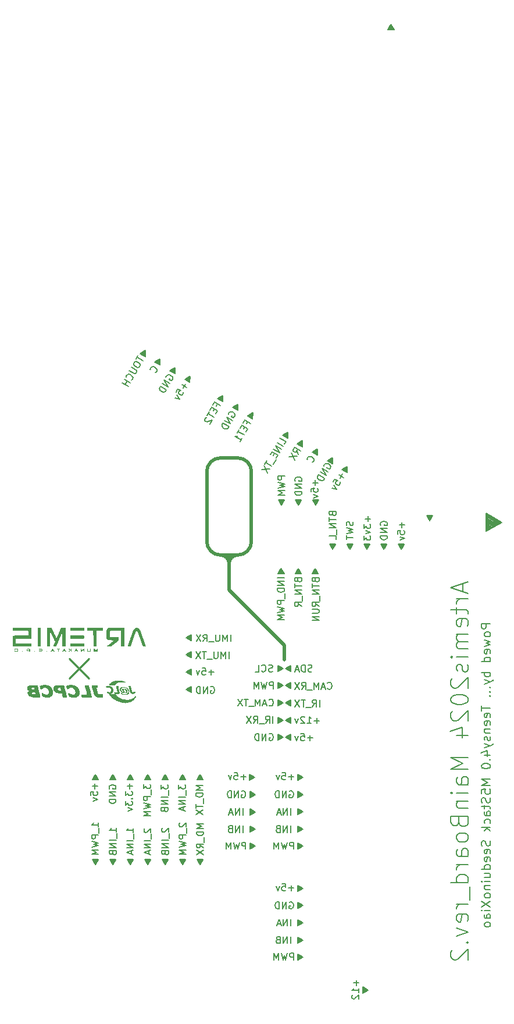
<source format=gbr>
%TF.GenerationSoftware,KiCad,Pcbnew,7.0.9*%
%TF.CreationDate,2024-03-01T15:43:30+09:00*%
%TF.ProjectId,MainBoard,4d61696e-426f-4617-9264-2e6b69636164,rev?*%
%TF.SameCoordinates,Original*%
%TF.FileFunction,Legend,Bot*%
%TF.FilePolarity,Positive*%
%FSLAX46Y46*%
G04 Gerber Fmt 4.6, Leading zero omitted, Abs format (unit mm)*
G04 Created by KiCad (PCBNEW 7.0.9) date 2024-03-01 15:43:30*
%MOMM*%
%LPD*%
G01*
G04 APERTURE LIST*
%ADD10C,0.500000*%
%ADD11C,0.150000*%
%ADD12C,0.200000*%
%ADD13C,0.220000*%
%ADD14C,0.010000*%
G04 APERTURE END LIST*
D10*
X159484046Y-80213200D02*
G75*
G03*
X158242000Y-81455246I-46J-1242000D01*
G01*
X166268400Y-93370400D02*
X158242000Y-85344000D01*
X161493200Y-68072000D02*
G75*
G03*
X159512000Y-66090800I-1981200J0D01*
G01*
X158242000Y-80264000D02*
X158242000Y-85344000D01*
X154990800Y-68072000D02*
X154990800Y-78232000D01*
X158242000Y-81455246D02*
G75*
G03*
X156999954Y-80213200I-1242000J46D01*
G01*
X156972000Y-80213200D02*
X159512000Y-80213200D01*
X161493200Y-78232000D02*
X161493200Y-68072000D01*
X156972000Y-66090800D02*
G75*
G03*
X154990800Y-68072000I0J-1981200D01*
G01*
X166268400Y-95453200D02*
X166268400Y-93370400D01*
X159512000Y-66090800D02*
X156972000Y-66090800D01*
X159512000Y-80213200D02*
G75*
G03*
X161493200Y-78232000I0J1981200D01*
G01*
X154990800Y-78232000D02*
G75*
G03*
X156972000Y-80213200I1981200J0D01*
G01*
D11*
X165382798Y-97107285D02*
X165382798Y-96345380D01*
X165430417Y-97059666D02*
X165430417Y-96393000D01*
X165478036Y-97059666D02*
X165478036Y-96393000D01*
X165525655Y-97012047D02*
X165525655Y-96440619D01*
X165573274Y-97012047D02*
X165573274Y-96440619D01*
X165620893Y-96964428D02*
X165620893Y-96488238D01*
X165668512Y-96964428D02*
X165668512Y-96488238D01*
X165716131Y-96916809D02*
X165716131Y-96535857D01*
X165763750Y-96869190D02*
X165763750Y-96583476D01*
X165811369Y-96869190D02*
X165811369Y-96583476D01*
X165858988Y-96821571D02*
X165858988Y-96631095D01*
X165906607Y-96821571D02*
X165906607Y-96631095D01*
X165954226Y-96726333D02*
X166001845Y-96726333D01*
X165954226Y-96773952D02*
X165954226Y-96678714D01*
X165335179Y-97107285D02*
X166049464Y-96726333D01*
X166049464Y-96726333D02*
X165335179Y-96345380D01*
X166097084Y-96726333D02*
X165335179Y-96297761D01*
X165335179Y-96297761D02*
X165335179Y-97154904D01*
X165335179Y-97154904D02*
X166097084Y-96726333D01*
X168278398Y-136629685D02*
X168278398Y-135867780D01*
X168326017Y-136582066D02*
X168326017Y-135915400D01*
X168373636Y-136582066D02*
X168373636Y-135915400D01*
X168421255Y-136534447D02*
X168421255Y-135963019D01*
X168468874Y-136534447D02*
X168468874Y-135963019D01*
X168516493Y-136486828D02*
X168516493Y-136010638D01*
X168564112Y-136486828D02*
X168564112Y-136010638D01*
X168611731Y-136439209D02*
X168611731Y-136058257D01*
X168659350Y-136391590D02*
X168659350Y-136105876D01*
X168706969Y-136391590D02*
X168706969Y-136105876D01*
X168754588Y-136343971D02*
X168754588Y-136153495D01*
X168802207Y-136343971D02*
X168802207Y-136153495D01*
X168849826Y-136248733D02*
X168897445Y-136248733D01*
X168849826Y-136296352D02*
X168849826Y-136201114D01*
X168230779Y-136629685D02*
X168945064Y-136248733D01*
X168945064Y-136248733D02*
X168230779Y-135867780D01*
X168992684Y-136248733D02*
X168230779Y-135820161D01*
X168230779Y-135820161D02*
X168230779Y-136677304D01*
X168230779Y-136677304D02*
X168992684Y-136248733D01*
X151101514Y-124590398D02*
X151863419Y-124590398D01*
X151149133Y-124638017D02*
X151815800Y-124638017D01*
X151149133Y-124685636D02*
X151815800Y-124685636D01*
X151196752Y-124733255D02*
X151768180Y-124733255D01*
X151196752Y-124780874D02*
X151768180Y-124780874D01*
X151244371Y-124828493D02*
X151720561Y-124828493D01*
X151244371Y-124876112D02*
X151720561Y-124876112D01*
X151291990Y-124923731D02*
X151672942Y-124923731D01*
X151339609Y-124971350D02*
X151625323Y-124971350D01*
X151339609Y-125018969D02*
X151625323Y-125018969D01*
X151387228Y-125066588D02*
X151577704Y-125066588D01*
X151387228Y-125114207D02*
X151577704Y-125114207D01*
X151482466Y-125161826D02*
X151482466Y-125209445D01*
X151434847Y-125161826D02*
X151530085Y-125161826D01*
X151101514Y-124542779D02*
X151482466Y-125257064D01*
X151482466Y-125257064D02*
X151863419Y-124542779D01*
X151482466Y-125304684D02*
X151911038Y-124542779D01*
X151911038Y-124542779D02*
X151053895Y-124542779D01*
X151053895Y-124542779D02*
X151482466Y-125304684D01*
X160242020Y-120570619D02*
X160242020Y-119570619D01*
X159765830Y-120570619D02*
X159765830Y-119570619D01*
X159765830Y-119570619D02*
X159194402Y-120570619D01*
X159194402Y-120570619D02*
X159194402Y-119570619D01*
X158384878Y-120046809D02*
X158242021Y-120094428D01*
X158242021Y-120094428D02*
X158194402Y-120142047D01*
X158194402Y-120142047D02*
X158146783Y-120237285D01*
X158146783Y-120237285D02*
X158146783Y-120380142D01*
X158146783Y-120380142D02*
X158194402Y-120475380D01*
X158194402Y-120475380D02*
X158242021Y-120523000D01*
X158242021Y-120523000D02*
X158337259Y-120570619D01*
X158337259Y-120570619D02*
X158718211Y-120570619D01*
X158718211Y-120570619D02*
X158718211Y-119570619D01*
X158718211Y-119570619D02*
X158384878Y-119570619D01*
X158384878Y-119570619D02*
X158289640Y-119618238D01*
X158289640Y-119618238D02*
X158242021Y-119665857D01*
X158242021Y-119665857D02*
X158194402Y-119761095D01*
X158194402Y-119761095D02*
X158194402Y-119856333D01*
X158194402Y-119856333D02*
X158242021Y-119951571D01*
X158242021Y-119951571D02*
X158289640Y-119999190D01*
X158289640Y-119999190D02*
X158384878Y-120046809D01*
X158384878Y-120046809D02*
X158718211Y-120046809D01*
X138401514Y-124590398D02*
X139163419Y-124590398D01*
X138449133Y-124638017D02*
X139115800Y-124638017D01*
X138449133Y-124685636D02*
X139115800Y-124685636D01*
X138496752Y-124733255D02*
X139068180Y-124733255D01*
X138496752Y-124780874D02*
X139068180Y-124780874D01*
X138544371Y-124828493D02*
X139020561Y-124828493D01*
X138544371Y-124876112D02*
X139020561Y-124876112D01*
X138591990Y-124923731D02*
X138972942Y-124923731D01*
X138639609Y-124971350D02*
X138925323Y-124971350D01*
X138639609Y-125018969D02*
X138925323Y-125018969D01*
X138687228Y-125066588D02*
X138877704Y-125066588D01*
X138687228Y-125114207D02*
X138877704Y-125114207D01*
X138782466Y-125161826D02*
X138782466Y-125209445D01*
X138734847Y-125161826D02*
X138830085Y-125161826D01*
X138401514Y-124542779D02*
X138782466Y-125257064D01*
X138782466Y-125257064D02*
X139163419Y-124542779D01*
X138782466Y-125304684D02*
X139211038Y-124542779D01*
X139211038Y-124542779D02*
X138353895Y-124542779D01*
X138353895Y-124542779D02*
X138782466Y-125304684D01*
X167154001Y-98828314D02*
X167154001Y-99590219D01*
X167106382Y-98875933D02*
X167106382Y-99542600D01*
X167058763Y-98875933D02*
X167058763Y-99542600D01*
X167011144Y-98923552D02*
X167011144Y-99494980D01*
X166963525Y-98923552D02*
X166963525Y-99494980D01*
X166915906Y-98971171D02*
X166915906Y-99447361D01*
X166868287Y-98971171D02*
X166868287Y-99447361D01*
X166820668Y-99018790D02*
X166820668Y-99399742D01*
X166773049Y-99066409D02*
X166773049Y-99352123D01*
X166725430Y-99066409D02*
X166725430Y-99352123D01*
X166677811Y-99114028D02*
X166677811Y-99304504D01*
X166630192Y-99114028D02*
X166630192Y-99304504D01*
X166582573Y-99209266D02*
X166534954Y-99209266D01*
X166582573Y-99161647D02*
X166582573Y-99256885D01*
X167201620Y-98828314D02*
X166487335Y-99209266D01*
X166487335Y-99209266D02*
X167201620Y-99590219D01*
X166439716Y-99209266D02*
X167201620Y-99637838D01*
X167201620Y-99637838D02*
X167201620Y-98780695D01*
X167201620Y-98780695D02*
X166439716Y-99209266D01*
X168900842Y-64375144D02*
X168241013Y-63994191D01*
X168883412Y-64310095D02*
X168306061Y-63976762D01*
X168907221Y-64268856D02*
X168329871Y-63935522D01*
X168889791Y-64203807D02*
X168394920Y-63918092D01*
X168913601Y-64162567D02*
X168418729Y-63876853D01*
X168896171Y-64097519D02*
X168483778Y-63859423D01*
X168919981Y-64056279D02*
X168507588Y-63818184D01*
X168902551Y-63991230D02*
X168572637Y-63800754D01*
X168885121Y-63926182D02*
X168637685Y-63783324D01*
X168908931Y-63884942D02*
X168661495Y-63742085D01*
X168891501Y-63819893D02*
X168726544Y-63724655D01*
X168915310Y-63778654D02*
X168750353Y-63683416D01*
X168856641Y-63689796D02*
X168880451Y-63648557D01*
X168897881Y-63713605D02*
X168815402Y-63665986D01*
X168877032Y-64416383D02*
X168904260Y-63607317D01*
X168904260Y-63607317D02*
X168217203Y-64035431D01*
X168928070Y-63566078D02*
X168175964Y-64011621D01*
X168175964Y-64011621D02*
X168918271Y-64440193D01*
X168918271Y-64440193D02*
X168928070Y-63566078D01*
X165382798Y-107114885D02*
X165382798Y-106352980D01*
X165430417Y-107067266D02*
X165430417Y-106400600D01*
X165478036Y-107067266D02*
X165478036Y-106400600D01*
X165525655Y-107019647D02*
X165525655Y-106448219D01*
X165573274Y-107019647D02*
X165573274Y-106448219D01*
X165620893Y-106972028D02*
X165620893Y-106495838D01*
X165668512Y-106972028D02*
X165668512Y-106495838D01*
X165716131Y-106924409D02*
X165716131Y-106543457D01*
X165763750Y-106876790D02*
X165763750Y-106591076D01*
X165811369Y-106876790D02*
X165811369Y-106591076D01*
X165858988Y-106829171D02*
X165858988Y-106638695D01*
X165906607Y-106829171D02*
X165906607Y-106638695D01*
X165954226Y-106733933D02*
X166001845Y-106733933D01*
X165954226Y-106781552D02*
X165954226Y-106686314D01*
X165335179Y-107114885D02*
X166049464Y-106733933D01*
X166049464Y-106733933D02*
X165335179Y-106352980D01*
X166097084Y-106733933D02*
X165335179Y-106305361D01*
X165335179Y-106305361D02*
X165335179Y-107162504D01*
X165335179Y-107162504D02*
X166097084Y-106733933D01*
X139118885Y-112899601D02*
X138356980Y-112899601D01*
X139071266Y-112851982D02*
X138404600Y-112851982D01*
X139071266Y-112804363D02*
X138404600Y-112804363D01*
X139023647Y-112756744D02*
X138452219Y-112756744D01*
X139023647Y-112709125D02*
X138452219Y-112709125D01*
X138976028Y-112661506D02*
X138499838Y-112661506D01*
X138976028Y-112613887D02*
X138499838Y-112613887D01*
X138928409Y-112566268D02*
X138547457Y-112566268D01*
X138880790Y-112518649D02*
X138595076Y-112518649D01*
X138880790Y-112471030D02*
X138595076Y-112471030D01*
X138833171Y-112423411D02*
X138642695Y-112423411D01*
X138833171Y-112375792D02*
X138642695Y-112375792D01*
X138737933Y-112328173D02*
X138737933Y-112280554D01*
X138785552Y-112328173D02*
X138690314Y-112328173D01*
X139118885Y-112947220D02*
X138737933Y-112232935D01*
X138737933Y-112232935D02*
X138356980Y-112947220D01*
X138737933Y-112185316D02*
X138309361Y-112947220D01*
X138309361Y-112947220D02*
X139166504Y-112947220D01*
X139166504Y-112947220D02*
X138737933Y-112185316D01*
X150345457Y-53783344D02*
X149685628Y-53402391D01*
X150328027Y-53718295D02*
X149750676Y-53384962D01*
X150351836Y-53677056D02*
X149774486Y-53343722D01*
X150334406Y-53612007D02*
X149839535Y-53326292D01*
X150358216Y-53570767D02*
X149863344Y-53285053D01*
X150340786Y-53505719D02*
X149928393Y-53267623D01*
X150364596Y-53464479D02*
X149952203Y-53226384D01*
X150347166Y-53399430D02*
X150017252Y-53208954D01*
X150329736Y-53334382D02*
X150082300Y-53191524D01*
X150353546Y-53293142D02*
X150106110Y-53150285D01*
X150336116Y-53228093D02*
X150171159Y-53132855D01*
X150359925Y-53186854D02*
X150194968Y-53091616D01*
X150301256Y-53097996D02*
X150325066Y-53056757D01*
X150342496Y-53121805D02*
X150260017Y-53074186D01*
X150321647Y-53824583D02*
X150348875Y-53015517D01*
X150348875Y-53015517D02*
X149661818Y-53443631D01*
X150372685Y-52974278D02*
X149620579Y-53419821D01*
X149620579Y-53419821D02*
X150362886Y-53848393D01*
X150362886Y-53848393D02*
X150372685Y-52974278D01*
X165477914Y-72266398D02*
X166239819Y-72266398D01*
X165525533Y-72314017D02*
X166192200Y-72314017D01*
X165525533Y-72361636D02*
X166192200Y-72361636D01*
X165573152Y-72409255D02*
X166144580Y-72409255D01*
X165573152Y-72456874D02*
X166144580Y-72456874D01*
X165620771Y-72504493D02*
X166096961Y-72504493D01*
X165620771Y-72552112D02*
X166096961Y-72552112D01*
X165668390Y-72599731D02*
X166049342Y-72599731D01*
X165716009Y-72647350D02*
X166001723Y-72647350D01*
X165716009Y-72694969D02*
X166001723Y-72694969D01*
X165763628Y-72742588D02*
X165954104Y-72742588D01*
X165763628Y-72790207D02*
X165954104Y-72790207D01*
X165858866Y-72837826D02*
X165858866Y-72885445D01*
X165811247Y-72837826D02*
X165906485Y-72837826D01*
X165477914Y-72218779D02*
X165858866Y-72933064D01*
X165858866Y-72933064D02*
X166239819Y-72218779D01*
X165858866Y-72980684D02*
X166287438Y-72218779D01*
X166287438Y-72218779D02*
X165430295Y-72218779D01*
X165430295Y-72218779D02*
X165858866Y-72980684D01*
X168278398Y-115446085D02*
X168278398Y-114684180D01*
X168326017Y-115398466D02*
X168326017Y-114731800D01*
X168373636Y-115398466D02*
X168373636Y-114731800D01*
X168421255Y-115350847D02*
X168421255Y-114779419D01*
X168468874Y-115350847D02*
X168468874Y-114779419D01*
X168516493Y-115303228D02*
X168516493Y-114827038D01*
X168564112Y-115303228D02*
X168564112Y-114827038D01*
X168611731Y-115255609D02*
X168611731Y-114874657D01*
X168659350Y-115207990D02*
X168659350Y-114922276D01*
X168706969Y-115207990D02*
X168706969Y-114922276D01*
X168754588Y-115160371D02*
X168754588Y-114969895D01*
X168802207Y-115160371D02*
X168802207Y-114969895D01*
X168849826Y-115065133D02*
X168897445Y-115065133D01*
X168849826Y-115112752D02*
X168849826Y-115017514D01*
X168230779Y-115446085D02*
X168945064Y-115065133D01*
X168945064Y-115065133D02*
X168230779Y-114684180D01*
X168992684Y-115065133D02*
X168230779Y-114636561D01*
X168230779Y-114636561D02*
X168230779Y-115493704D01*
X168230779Y-115493704D02*
X168992684Y-115065133D01*
X153641514Y-124590398D02*
X154403419Y-124590398D01*
X153689133Y-124638017D02*
X154355800Y-124638017D01*
X153689133Y-124685636D02*
X154355800Y-124685636D01*
X153736752Y-124733255D02*
X154308180Y-124733255D01*
X153736752Y-124780874D02*
X154308180Y-124780874D01*
X153784371Y-124828493D02*
X154260561Y-124828493D01*
X153784371Y-124876112D02*
X154260561Y-124876112D01*
X153831990Y-124923731D02*
X154212942Y-124923731D01*
X153879609Y-124971350D02*
X154165323Y-124971350D01*
X153879609Y-125018969D02*
X154165323Y-125018969D01*
X153927228Y-125066588D02*
X154117704Y-125066588D01*
X153927228Y-125114207D02*
X154117704Y-125114207D01*
X154022466Y-125161826D02*
X154022466Y-125209445D01*
X153974847Y-125161826D02*
X154070085Y-125161826D01*
X153641514Y-124542779D02*
X154022466Y-125257064D01*
X154022466Y-125257064D02*
X154403419Y-124542779D01*
X154022466Y-125304684D02*
X154451038Y-124542779D01*
X154451038Y-124542779D02*
X153593895Y-124542779D01*
X153593895Y-124542779D02*
X154022466Y-125304684D01*
X158464020Y-92783019D02*
X158464020Y-91783019D01*
X157987830Y-92783019D02*
X157987830Y-91783019D01*
X157987830Y-91783019D02*
X157654497Y-92497304D01*
X157654497Y-92497304D02*
X157321164Y-91783019D01*
X157321164Y-91783019D02*
X157321164Y-92783019D01*
X156844973Y-91783019D02*
X156844973Y-92592542D01*
X156844973Y-92592542D02*
X156797354Y-92687780D01*
X156797354Y-92687780D02*
X156749735Y-92735400D01*
X156749735Y-92735400D02*
X156654497Y-92783019D01*
X156654497Y-92783019D02*
X156464021Y-92783019D01*
X156464021Y-92783019D02*
X156368783Y-92735400D01*
X156368783Y-92735400D02*
X156321164Y-92687780D01*
X156321164Y-92687780D02*
X156273545Y-92592542D01*
X156273545Y-92592542D02*
X156273545Y-91783019D01*
X156035450Y-92878257D02*
X155273545Y-92878257D01*
X154464021Y-92783019D02*
X154797354Y-92306828D01*
X155035449Y-92783019D02*
X155035449Y-91783019D01*
X155035449Y-91783019D02*
X154654497Y-91783019D01*
X154654497Y-91783019D02*
X154559259Y-91830638D01*
X154559259Y-91830638D02*
X154511640Y-91878257D01*
X154511640Y-91878257D02*
X154464021Y-91973495D01*
X154464021Y-91973495D02*
X154464021Y-92116352D01*
X154464021Y-92116352D02*
X154511640Y-92211590D01*
X154511640Y-92211590D02*
X154559259Y-92259209D01*
X154559259Y-92259209D02*
X154654497Y-92306828D01*
X154654497Y-92306828D02*
X155035449Y-92306828D01*
X154130687Y-91783019D02*
X153464021Y-92783019D01*
X153464021Y-91783019D02*
X154130687Y-92783019D01*
X170796009Y-83880512D02*
X170843628Y-84023369D01*
X170843628Y-84023369D02*
X170891247Y-84070988D01*
X170891247Y-84070988D02*
X170986485Y-84118607D01*
X170986485Y-84118607D02*
X171129342Y-84118607D01*
X171129342Y-84118607D02*
X171224580Y-84070988D01*
X171224580Y-84070988D02*
X171272200Y-84023369D01*
X171272200Y-84023369D02*
X171319819Y-83928131D01*
X171319819Y-83928131D02*
X171319819Y-83547179D01*
X171319819Y-83547179D02*
X170319819Y-83547179D01*
X170319819Y-83547179D02*
X170319819Y-83880512D01*
X170319819Y-83880512D02*
X170367438Y-83975750D01*
X170367438Y-83975750D02*
X170415057Y-84023369D01*
X170415057Y-84023369D02*
X170510295Y-84070988D01*
X170510295Y-84070988D02*
X170605533Y-84070988D01*
X170605533Y-84070988D02*
X170700771Y-84023369D01*
X170700771Y-84023369D02*
X170748390Y-83975750D01*
X170748390Y-83975750D02*
X170796009Y-83880512D01*
X170796009Y-83880512D02*
X170796009Y-83547179D01*
X170319819Y-84404322D02*
X170319819Y-84975750D01*
X171319819Y-84690036D02*
X170319819Y-84690036D01*
X171319819Y-85309084D02*
X170319819Y-85309084D01*
X170319819Y-85309084D02*
X171319819Y-85880512D01*
X171319819Y-85880512D02*
X170319819Y-85880512D01*
X171415057Y-86118608D02*
X171415057Y-86880512D01*
X171319819Y-87690036D02*
X170843628Y-87356703D01*
X171319819Y-87118608D02*
X170319819Y-87118608D01*
X170319819Y-87118608D02*
X170319819Y-87499560D01*
X170319819Y-87499560D02*
X170367438Y-87594798D01*
X170367438Y-87594798D02*
X170415057Y-87642417D01*
X170415057Y-87642417D02*
X170510295Y-87690036D01*
X170510295Y-87690036D02*
X170653152Y-87690036D01*
X170653152Y-87690036D02*
X170748390Y-87642417D01*
X170748390Y-87642417D02*
X170796009Y-87594798D01*
X170796009Y-87594798D02*
X170843628Y-87499560D01*
X170843628Y-87499560D02*
X170843628Y-87118608D01*
X170319819Y-88118608D02*
X171129342Y-88118608D01*
X171129342Y-88118608D02*
X171224580Y-88166227D01*
X171224580Y-88166227D02*
X171272200Y-88213846D01*
X171272200Y-88213846D02*
X171319819Y-88309084D01*
X171319819Y-88309084D02*
X171319819Y-88499560D01*
X171319819Y-88499560D02*
X171272200Y-88594798D01*
X171272200Y-88594798D02*
X171224580Y-88642417D01*
X171224580Y-88642417D02*
X171129342Y-88690036D01*
X171129342Y-88690036D02*
X170319819Y-88690036D01*
X171319819Y-89166227D02*
X170319819Y-89166227D01*
X170319819Y-89166227D02*
X171319819Y-89737655D01*
X171319819Y-89737655D02*
X170319819Y-89737655D01*
X170786466Y-69323179D02*
X170786466Y-70085084D01*
X171167419Y-69704131D02*
X170405514Y-69704131D01*
X170167419Y-71037464D02*
X170167419Y-70561274D01*
X170167419Y-70561274D02*
X170643609Y-70513655D01*
X170643609Y-70513655D02*
X170595990Y-70561274D01*
X170595990Y-70561274D02*
X170548371Y-70656512D01*
X170548371Y-70656512D02*
X170548371Y-70894607D01*
X170548371Y-70894607D02*
X170595990Y-70989845D01*
X170595990Y-70989845D02*
X170643609Y-71037464D01*
X170643609Y-71037464D02*
X170738847Y-71085083D01*
X170738847Y-71085083D02*
X170976942Y-71085083D01*
X170976942Y-71085083D02*
X171072180Y-71037464D01*
X171072180Y-71037464D02*
X171119800Y-70989845D01*
X171119800Y-70989845D02*
X171167419Y-70894607D01*
X171167419Y-70894607D02*
X171167419Y-70656512D01*
X171167419Y-70656512D02*
X171119800Y-70561274D01*
X171119800Y-70561274D02*
X171072180Y-70513655D01*
X170500752Y-71418417D02*
X171167419Y-71656512D01*
X171167419Y-71656512D02*
X170500752Y-71894607D01*
X161645168Y-60311144D02*
X160985339Y-59930191D01*
X161627738Y-60246095D02*
X161050387Y-59912762D01*
X161651547Y-60204856D02*
X161074197Y-59871522D01*
X161634117Y-60139807D02*
X161139246Y-59854092D01*
X161657927Y-60098567D02*
X161163055Y-59812853D01*
X161640497Y-60033519D02*
X161228104Y-59795423D01*
X161664307Y-59992279D02*
X161251914Y-59754184D01*
X161646877Y-59927230D02*
X161316963Y-59736754D01*
X161629447Y-59862182D02*
X161382011Y-59719324D01*
X161653257Y-59820942D02*
X161405821Y-59678085D01*
X161635827Y-59755893D02*
X161470870Y-59660655D01*
X161659636Y-59714654D02*
X161494679Y-59619416D01*
X161600967Y-59625796D02*
X161624777Y-59584557D01*
X161642207Y-59649605D02*
X161559728Y-59601986D01*
X161621358Y-60352383D02*
X161648586Y-59543317D01*
X161648586Y-59543317D02*
X160961529Y-59971431D01*
X161672396Y-59502078D02*
X160920290Y-59947621D01*
X160920290Y-59947621D02*
X161662597Y-60376193D01*
X161662597Y-60376193D02*
X161672396Y-59502078D01*
X140801838Y-114246188D02*
X140754219Y-114150950D01*
X140754219Y-114150950D02*
X140754219Y-114008093D01*
X140754219Y-114008093D02*
X140801838Y-113865236D01*
X140801838Y-113865236D02*
X140897076Y-113769998D01*
X140897076Y-113769998D02*
X140992314Y-113722379D01*
X140992314Y-113722379D02*
X141182790Y-113674760D01*
X141182790Y-113674760D02*
X141325647Y-113674760D01*
X141325647Y-113674760D02*
X141516123Y-113722379D01*
X141516123Y-113722379D02*
X141611361Y-113769998D01*
X141611361Y-113769998D02*
X141706600Y-113865236D01*
X141706600Y-113865236D02*
X141754219Y-114008093D01*
X141754219Y-114008093D02*
X141754219Y-114103331D01*
X141754219Y-114103331D02*
X141706600Y-114246188D01*
X141706600Y-114246188D02*
X141658980Y-114293807D01*
X141658980Y-114293807D02*
X141325647Y-114293807D01*
X141325647Y-114293807D02*
X141325647Y-114103331D01*
X141754219Y-114722379D02*
X140754219Y-114722379D01*
X140754219Y-114722379D02*
X141754219Y-115293807D01*
X141754219Y-115293807D02*
X140754219Y-115293807D01*
X141754219Y-115769998D02*
X140754219Y-115769998D01*
X140754219Y-115769998D02*
X140754219Y-116008093D01*
X140754219Y-116008093D02*
X140801838Y-116150950D01*
X140801838Y-116150950D02*
X140897076Y-116246188D01*
X140897076Y-116246188D02*
X140992314Y-116293807D01*
X140992314Y-116293807D02*
X141182790Y-116341426D01*
X141182790Y-116341426D02*
X141325647Y-116341426D01*
X141325647Y-116341426D02*
X141516123Y-116293807D01*
X141516123Y-116293807D02*
X141611361Y-116246188D01*
X141611361Y-116246188D02*
X141706600Y-116150950D01*
X141706600Y-116150950D02*
X141754219Y-116008093D01*
X141754219Y-116008093D02*
X141754219Y-115769998D01*
X173256257Y-66889744D02*
X172596428Y-66508791D01*
X173238827Y-66824695D02*
X172661476Y-66491362D01*
X173262636Y-66783456D02*
X172685286Y-66450122D01*
X173245206Y-66718407D02*
X172750335Y-66432692D01*
X173269016Y-66677167D02*
X172774144Y-66391453D01*
X173251586Y-66612119D02*
X172839193Y-66374023D01*
X173275396Y-66570879D02*
X172863003Y-66332784D01*
X173257966Y-66505830D02*
X172928052Y-66315354D01*
X173240536Y-66440782D02*
X172993100Y-66297924D01*
X173264346Y-66399542D02*
X173016910Y-66256685D01*
X173246916Y-66334493D02*
X173081959Y-66239255D01*
X173270725Y-66293254D02*
X173105768Y-66198016D01*
X173212056Y-66204396D02*
X173235866Y-66163157D01*
X173253296Y-66228205D02*
X173170817Y-66180586D01*
X173232447Y-66930983D02*
X173259675Y-66121917D01*
X173259675Y-66121917D02*
X172572618Y-66550031D01*
X173283485Y-66080678D02*
X172531379Y-66526221D01*
X172531379Y-66526221D02*
X173273686Y-66954793D01*
X173273686Y-66954793D02*
X173283485Y-66080678D01*
X154358885Y-112899601D02*
X153596980Y-112899601D01*
X154311266Y-112851982D02*
X153644600Y-112851982D01*
X154311266Y-112804363D02*
X153644600Y-112804363D01*
X154263647Y-112756744D02*
X153692219Y-112756744D01*
X154263647Y-112709125D02*
X153692219Y-112709125D01*
X154216028Y-112661506D02*
X153739838Y-112661506D01*
X154216028Y-112613887D02*
X153739838Y-112613887D01*
X154168409Y-112566268D02*
X153787457Y-112566268D01*
X154120790Y-112518649D02*
X153835076Y-112518649D01*
X154120790Y-112471030D02*
X153835076Y-112471030D01*
X154073171Y-112423411D02*
X153882695Y-112423411D01*
X154073171Y-112375792D02*
X153882695Y-112375792D01*
X153977933Y-112328173D02*
X153977933Y-112280554D01*
X154025552Y-112328173D02*
X153930314Y-112328173D01*
X154358885Y-112947220D02*
X153977933Y-112232935D01*
X153977933Y-112232935D02*
X153596980Y-112947220D01*
X153977933Y-112185316D02*
X153549361Y-112947220D01*
X153549361Y-112947220D02*
X154406504Y-112947220D01*
X154406504Y-112947220D02*
X153977933Y-112185316D01*
X158144179Y-59741610D02*
X158150559Y-59635322D01*
X158150559Y-59635322D02*
X158221987Y-59511604D01*
X158221987Y-59511604D02*
X158334655Y-59411696D01*
X158334655Y-59411696D02*
X158464753Y-59376836D01*
X158464753Y-59376836D02*
X158571041Y-59383216D01*
X158571041Y-59383216D02*
X158759808Y-59437215D01*
X158759808Y-59437215D02*
X158883526Y-59508643D01*
X158883526Y-59508643D02*
X159024673Y-59645121D01*
X159024673Y-59645121D02*
X159083342Y-59733979D01*
X159083342Y-59733979D02*
X159118202Y-59864077D01*
X159118202Y-59864077D02*
X159088013Y-60011604D01*
X159088013Y-60011604D02*
X159040394Y-60094083D01*
X159040394Y-60094083D02*
X158927726Y-60193991D01*
X158927726Y-60193991D02*
X158862677Y-60211421D01*
X158862677Y-60211421D02*
X158574002Y-60044754D01*
X158574002Y-60044754D02*
X158669240Y-59879797D01*
X158730870Y-60630194D02*
X157864844Y-60130194D01*
X157864844Y-60130194D02*
X158445156Y-61125065D01*
X158445156Y-61125065D02*
X157579130Y-60625065D01*
X158207060Y-61537458D02*
X157341035Y-61037458D01*
X157341035Y-61037458D02*
X157221987Y-61243655D01*
X157221987Y-61243655D02*
X157191798Y-61391182D01*
X157191798Y-61391182D02*
X157226658Y-61521280D01*
X157226658Y-61521280D02*
X157285327Y-61610138D01*
X157285327Y-61610138D02*
X157426474Y-61746616D01*
X157426474Y-61746616D02*
X157550192Y-61818044D01*
X157550192Y-61818044D02*
X157738959Y-61872043D01*
X157738959Y-61872043D02*
X157845247Y-61878423D01*
X157845247Y-61878423D02*
X157975345Y-61843563D01*
X157975345Y-61843563D02*
X158088013Y-61743655D01*
X158088013Y-61743655D02*
X158207060Y-61537458D01*
X160648420Y-123009019D02*
X160648420Y-122009019D01*
X160648420Y-122009019D02*
X160267468Y-122009019D01*
X160267468Y-122009019D02*
X160172230Y-122056638D01*
X160172230Y-122056638D02*
X160124611Y-122104257D01*
X160124611Y-122104257D02*
X160076992Y-122199495D01*
X160076992Y-122199495D02*
X160076992Y-122342352D01*
X160076992Y-122342352D02*
X160124611Y-122437590D01*
X160124611Y-122437590D02*
X160172230Y-122485209D01*
X160172230Y-122485209D02*
X160267468Y-122532828D01*
X160267468Y-122532828D02*
X160648420Y-122532828D01*
X159743658Y-122009019D02*
X159505563Y-123009019D01*
X159505563Y-123009019D02*
X159315087Y-122294733D01*
X159315087Y-122294733D02*
X159124611Y-123009019D01*
X159124611Y-123009019D02*
X158886516Y-122009019D01*
X158505563Y-123009019D02*
X158505563Y-122009019D01*
X158505563Y-122009019D02*
X158172230Y-122723304D01*
X158172230Y-122723304D02*
X157838897Y-122009019D01*
X157838897Y-122009019D02*
X157838897Y-123009019D01*
X173285209Y-74228512D02*
X173332828Y-74371369D01*
X173332828Y-74371369D02*
X173380447Y-74418988D01*
X173380447Y-74418988D02*
X173475685Y-74466607D01*
X173475685Y-74466607D02*
X173618542Y-74466607D01*
X173618542Y-74466607D02*
X173713780Y-74418988D01*
X173713780Y-74418988D02*
X173761400Y-74371369D01*
X173761400Y-74371369D02*
X173809019Y-74276131D01*
X173809019Y-74276131D02*
X173809019Y-73895179D01*
X173809019Y-73895179D02*
X172809019Y-73895179D01*
X172809019Y-73895179D02*
X172809019Y-74228512D01*
X172809019Y-74228512D02*
X172856638Y-74323750D01*
X172856638Y-74323750D02*
X172904257Y-74371369D01*
X172904257Y-74371369D02*
X172999495Y-74418988D01*
X172999495Y-74418988D02*
X173094733Y-74418988D01*
X173094733Y-74418988D02*
X173189971Y-74371369D01*
X173189971Y-74371369D02*
X173237590Y-74323750D01*
X173237590Y-74323750D02*
X173285209Y-74228512D01*
X173285209Y-74228512D02*
X173285209Y-73895179D01*
X172809019Y-74752322D02*
X172809019Y-75323750D01*
X173809019Y-75038036D02*
X172809019Y-75038036D01*
X173809019Y-75657084D02*
X172809019Y-75657084D01*
X172809019Y-75657084D02*
X173809019Y-76228512D01*
X173809019Y-76228512D02*
X172809019Y-76228512D01*
X173904257Y-76466608D02*
X173904257Y-77228512D01*
X173809019Y-77942798D02*
X173809019Y-77466608D01*
X173809019Y-77466608D02*
X172809019Y-77466608D01*
X167658820Y-128673266D02*
X166896916Y-128673266D01*
X167277868Y-129054219D02*
X167277868Y-128292314D01*
X165944535Y-128054219D02*
X166420725Y-128054219D01*
X166420725Y-128054219D02*
X166468344Y-128530409D01*
X166468344Y-128530409D02*
X166420725Y-128482790D01*
X166420725Y-128482790D02*
X166325487Y-128435171D01*
X166325487Y-128435171D02*
X166087392Y-128435171D01*
X166087392Y-128435171D02*
X165992154Y-128482790D01*
X165992154Y-128482790D02*
X165944535Y-128530409D01*
X165944535Y-128530409D02*
X165896916Y-128625647D01*
X165896916Y-128625647D02*
X165896916Y-128863742D01*
X165896916Y-128863742D02*
X165944535Y-128958980D01*
X165944535Y-128958980D02*
X165992154Y-129006600D01*
X165992154Y-129006600D02*
X166087392Y-129054219D01*
X166087392Y-129054219D02*
X166325487Y-129054219D01*
X166325487Y-129054219D02*
X166420725Y-129006600D01*
X166420725Y-129006600D02*
X166468344Y-128958980D01*
X165563582Y-128387552D02*
X165325487Y-129054219D01*
X165325487Y-129054219D02*
X165087392Y-128387552D01*
X138680866Y-113468379D02*
X138680866Y-114230284D01*
X139061819Y-113849331D02*
X138299914Y-113849331D01*
X138061819Y-115182664D02*
X138061819Y-114706474D01*
X138061819Y-114706474D02*
X138538009Y-114658855D01*
X138538009Y-114658855D02*
X138490390Y-114706474D01*
X138490390Y-114706474D02*
X138442771Y-114801712D01*
X138442771Y-114801712D02*
X138442771Y-115039807D01*
X138442771Y-115039807D02*
X138490390Y-115135045D01*
X138490390Y-115135045D02*
X138538009Y-115182664D01*
X138538009Y-115182664D02*
X138633247Y-115230283D01*
X138633247Y-115230283D02*
X138871342Y-115230283D01*
X138871342Y-115230283D02*
X138966580Y-115182664D01*
X138966580Y-115182664D02*
X139014200Y-115135045D01*
X139014200Y-115135045D02*
X139061819Y-115039807D01*
X139061819Y-115039807D02*
X139061819Y-114801712D01*
X139061819Y-114801712D02*
X139014200Y-114706474D01*
X139014200Y-114706474D02*
X138966580Y-114658855D01*
X138395152Y-115563617D02*
X139061819Y-115801712D01*
X139061819Y-115801712D02*
X138395152Y-116039807D01*
D12*
X176752866Y-142101673D02*
X176752866Y-142863578D01*
X177133819Y-142482625D02*
X176371914Y-142482625D01*
X177133819Y-143863577D02*
X177133819Y-143292149D01*
X177133819Y-143577863D02*
X176133819Y-143577863D01*
X176133819Y-143577863D02*
X176276676Y-143482625D01*
X176276676Y-143482625D02*
X176371914Y-143387387D01*
X176371914Y-143387387D02*
X176419533Y-143292149D01*
X176229057Y-144244530D02*
X176181438Y-144292149D01*
X176181438Y-144292149D02*
X176133819Y-144387387D01*
X176133819Y-144387387D02*
X176133819Y-144625482D01*
X176133819Y-144625482D02*
X176181438Y-144720720D01*
X176181438Y-144720720D02*
X176229057Y-144768339D01*
X176229057Y-144768339D02*
X176324295Y-144815958D01*
X176324295Y-144815958D02*
X176419533Y-144815958D01*
X176419533Y-144815958D02*
X176562390Y-144768339D01*
X176562390Y-144768339D02*
X177133819Y-144196911D01*
X177133819Y-144196911D02*
X177133819Y-144815958D01*
D11*
X167154001Y-101368314D02*
X167154001Y-102130219D01*
X167106382Y-101415933D02*
X167106382Y-102082600D01*
X167058763Y-101415933D02*
X167058763Y-102082600D01*
X167011144Y-101463552D02*
X167011144Y-102034980D01*
X166963525Y-101463552D02*
X166963525Y-102034980D01*
X166915906Y-101511171D02*
X166915906Y-101987361D01*
X166868287Y-101511171D02*
X166868287Y-101987361D01*
X166820668Y-101558790D02*
X166820668Y-101939742D01*
X166773049Y-101606409D02*
X166773049Y-101892123D01*
X166725430Y-101606409D02*
X166725430Y-101892123D01*
X166677811Y-101654028D02*
X166677811Y-101844504D01*
X166630192Y-101654028D02*
X166630192Y-101844504D01*
X166582573Y-101749266D02*
X166534954Y-101749266D01*
X166582573Y-101701647D02*
X166582573Y-101796885D01*
X167201620Y-101368314D02*
X166487335Y-101749266D01*
X166487335Y-101749266D02*
X167201620Y-102130219D01*
X166439716Y-101749266D02*
X167201620Y-102177838D01*
X167201620Y-102177838D02*
X167201620Y-101320695D01*
X167201620Y-101320695D02*
X166439716Y-101749266D01*
X174750555Y-68412892D02*
X174369603Y-69072721D01*
X174889994Y-68933283D02*
X174230165Y-68552330D01*
X173357302Y-69587983D02*
X173595397Y-69175590D01*
X173595397Y-69175590D02*
X174031600Y-69372446D01*
X174031600Y-69372446D02*
X173966551Y-69389876D01*
X173966551Y-69389876D02*
X173877692Y-69448545D01*
X173877692Y-69448545D02*
X173758645Y-69654741D01*
X173758645Y-69654741D02*
X173752265Y-69761030D01*
X173752265Y-69761030D02*
X173769695Y-69826078D01*
X173769695Y-69826078D02*
X173828364Y-69914937D01*
X173828364Y-69914937D02*
X174034560Y-70033984D01*
X174034560Y-70033984D02*
X174140849Y-70040364D01*
X174140849Y-70040364D02*
X174205897Y-70022934D01*
X174205897Y-70022934D02*
X174294756Y-69964265D01*
X174294756Y-69964265D02*
X174413803Y-69758069D01*
X174413803Y-69758069D02*
X174420183Y-69651781D01*
X174420183Y-69651781D02*
X174402753Y-69586732D01*
X173455501Y-70084564D02*
X173913803Y-70624094D01*
X173913803Y-70624094D02*
X173217405Y-70496957D01*
X195744289Y-74351241D02*
X197723776Y-75494098D01*
X195796579Y-74546388D02*
X197528630Y-75546388D01*
X195725150Y-74670106D02*
X197457201Y-75670106D01*
X195777440Y-74865252D02*
X197262054Y-75722395D01*
X195706011Y-74988970D02*
X197190626Y-75846113D01*
X195758300Y-75184117D02*
X196995479Y-75898402D01*
X195686872Y-75307834D02*
X196924051Y-76022120D01*
X195739161Y-75502981D02*
X196728904Y-76074410D01*
X195791450Y-75698127D02*
X196533758Y-76126699D01*
X195720022Y-75821845D02*
X196462329Y-76250417D01*
X195772311Y-76016992D02*
X196267183Y-76302706D01*
X195700883Y-76140710D02*
X196195754Y-76426424D01*
X195876890Y-76407285D02*
X195805461Y-76531003D01*
X195753172Y-76335856D02*
X196000608Y-76478713D01*
X195815718Y-74227523D02*
X195734033Y-76654721D01*
X195734033Y-76654721D02*
X197795205Y-75370380D01*
X195662604Y-76778439D02*
X197918923Y-75441809D01*
X197918923Y-75441809D02*
X195692000Y-74156095D01*
X195692000Y-74156095D02*
X195662604Y-76778439D01*
X139214219Y-119783388D02*
X139214219Y-119211960D01*
X139214219Y-119497674D02*
X138214219Y-119497674D01*
X138214219Y-119497674D02*
X138357076Y-119402436D01*
X138357076Y-119402436D02*
X138452314Y-119307198D01*
X138452314Y-119307198D02*
X138499933Y-119211960D01*
X139309457Y-119973865D02*
X139309457Y-120735769D01*
X139214219Y-120973865D02*
X138214219Y-120973865D01*
X138214219Y-120973865D02*
X138214219Y-121354817D01*
X138214219Y-121354817D02*
X138261838Y-121450055D01*
X138261838Y-121450055D02*
X138309457Y-121497674D01*
X138309457Y-121497674D02*
X138404695Y-121545293D01*
X138404695Y-121545293D02*
X138547552Y-121545293D01*
X138547552Y-121545293D02*
X138642790Y-121497674D01*
X138642790Y-121497674D02*
X138690409Y-121450055D01*
X138690409Y-121450055D02*
X138738028Y-121354817D01*
X138738028Y-121354817D02*
X138738028Y-120973865D01*
X138214219Y-121878627D02*
X139214219Y-122116722D01*
X139214219Y-122116722D02*
X138499933Y-122307198D01*
X138499933Y-122307198D02*
X139214219Y-122497674D01*
X139214219Y-122497674D02*
X138214219Y-122735770D01*
X139214219Y-123116722D02*
X138214219Y-123116722D01*
X138214219Y-123116722D02*
X138928504Y-123450055D01*
X138928504Y-123450055D02*
X138214219Y-123783388D01*
X138214219Y-123783388D02*
X139214219Y-123783388D01*
X187819144Y-74473231D02*
X187438191Y-75133060D01*
X187754095Y-74490661D02*
X187420762Y-75068012D01*
X187712856Y-74466852D02*
X187379522Y-75044202D01*
X187647807Y-74484282D02*
X187362092Y-74979153D01*
X187606567Y-74460472D02*
X187320853Y-74955344D01*
X187541519Y-74477902D02*
X187303423Y-74890295D01*
X187500279Y-74454092D02*
X187262184Y-74866485D01*
X187435230Y-74471522D02*
X187244754Y-74801436D01*
X187370182Y-74488952D02*
X187227324Y-74736388D01*
X187328942Y-74465142D02*
X187186085Y-74712578D01*
X187263893Y-74482572D02*
X187168655Y-74647529D01*
X187222654Y-74458763D02*
X187127416Y-74623720D01*
X187133796Y-74517432D02*
X187092557Y-74493622D01*
X187157605Y-74476192D02*
X187109986Y-74558671D01*
X187860383Y-74497041D02*
X187051317Y-74469813D01*
X187051317Y-74469813D02*
X187479431Y-75156870D01*
X187010078Y-74446003D02*
X187455621Y-75198109D01*
X187455621Y-75198109D02*
X187884193Y-74455802D01*
X187884193Y-74455802D02*
X187010078Y-74446003D01*
X164087011Y-106257838D02*
X164182249Y-106210219D01*
X164182249Y-106210219D02*
X164325106Y-106210219D01*
X164325106Y-106210219D02*
X164467963Y-106257838D01*
X164467963Y-106257838D02*
X164563201Y-106353076D01*
X164563201Y-106353076D02*
X164610820Y-106448314D01*
X164610820Y-106448314D02*
X164658439Y-106638790D01*
X164658439Y-106638790D02*
X164658439Y-106781647D01*
X164658439Y-106781647D02*
X164610820Y-106972123D01*
X164610820Y-106972123D02*
X164563201Y-107067361D01*
X164563201Y-107067361D02*
X164467963Y-107162600D01*
X164467963Y-107162600D02*
X164325106Y-107210219D01*
X164325106Y-107210219D02*
X164229868Y-107210219D01*
X164229868Y-107210219D02*
X164087011Y-107162600D01*
X164087011Y-107162600D02*
X164039392Y-107114980D01*
X164039392Y-107114980D02*
X164039392Y-106781647D01*
X164039392Y-106781647D02*
X164229868Y-106781647D01*
X163610820Y-107210219D02*
X163610820Y-106210219D01*
X163610820Y-106210219D02*
X163039392Y-107210219D01*
X163039392Y-107210219D02*
X163039392Y-106210219D01*
X162563201Y-107210219D02*
X162563201Y-106210219D01*
X162563201Y-106210219D02*
X162325106Y-106210219D01*
X162325106Y-106210219D02*
X162182249Y-106257838D01*
X162182249Y-106257838D02*
X162087011Y-106353076D01*
X162087011Y-106353076D02*
X162039392Y-106448314D01*
X162039392Y-106448314D02*
X161991773Y-106638790D01*
X161991773Y-106638790D02*
X161991773Y-106781647D01*
X161991773Y-106781647D02*
X162039392Y-106972123D01*
X162039392Y-106972123D02*
X162087011Y-107067361D01*
X162087011Y-107067361D02*
X162182249Y-107162600D01*
X162182249Y-107162600D02*
X162325106Y-107210219D01*
X162325106Y-107210219D02*
X162563201Y-107210219D01*
X171418020Y-102282619D02*
X171418020Y-101282619D01*
X170370402Y-102282619D02*
X170703735Y-101806428D01*
X170941830Y-102282619D02*
X170941830Y-101282619D01*
X170941830Y-101282619D02*
X170560878Y-101282619D01*
X170560878Y-101282619D02*
X170465640Y-101330238D01*
X170465640Y-101330238D02*
X170418021Y-101377857D01*
X170418021Y-101377857D02*
X170370402Y-101473095D01*
X170370402Y-101473095D02*
X170370402Y-101615952D01*
X170370402Y-101615952D02*
X170418021Y-101711190D01*
X170418021Y-101711190D02*
X170465640Y-101758809D01*
X170465640Y-101758809D02*
X170560878Y-101806428D01*
X170560878Y-101806428D02*
X170941830Y-101806428D01*
X170179926Y-102377857D02*
X169418021Y-102377857D01*
X169322782Y-101282619D02*
X168751354Y-101282619D01*
X169037068Y-102282619D02*
X169037068Y-101282619D01*
X168513258Y-101282619D02*
X167846592Y-102282619D01*
X167846592Y-101282619D02*
X168513258Y-102282619D01*
X170402020Y-106829266D02*
X169640116Y-106829266D01*
X170021068Y-107210219D02*
X170021068Y-106448314D01*
X168687735Y-106210219D02*
X169163925Y-106210219D01*
X169163925Y-106210219D02*
X169211544Y-106686409D01*
X169211544Y-106686409D02*
X169163925Y-106638790D01*
X169163925Y-106638790D02*
X169068687Y-106591171D01*
X169068687Y-106591171D02*
X168830592Y-106591171D01*
X168830592Y-106591171D02*
X168735354Y-106638790D01*
X168735354Y-106638790D02*
X168687735Y-106686409D01*
X168687735Y-106686409D02*
X168640116Y-106781647D01*
X168640116Y-106781647D02*
X168640116Y-107019742D01*
X168640116Y-107019742D02*
X168687735Y-107114980D01*
X168687735Y-107114980D02*
X168735354Y-107162600D01*
X168735354Y-107162600D02*
X168830592Y-107210219D01*
X168830592Y-107210219D02*
X169068687Y-107210219D01*
X169068687Y-107210219D02*
X169163925Y-107162600D01*
X169163925Y-107162600D02*
X169211544Y-107114980D01*
X168306782Y-106543552D02*
X168068687Y-107210219D01*
X168068687Y-107210219D02*
X167830592Y-106543552D01*
X154403419Y-113722379D02*
X153403419Y-113722379D01*
X153403419Y-113722379D02*
X154117704Y-114055712D01*
X154117704Y-114055712D02*
X153403419Y-114389045D01*
X153403419Y-114389045D02*
X154403419Y-114389045D01*
X154403419Y-114865236D02*
X153403419Y-114865236D01*
X153403419Y-114865236D02*
X153403419Y-115103331D01*
X153403419Y-115103331D02*
X153451038Y-115246188D01*
X153451038Y-115246188D02*
X153546276Y-115341426D01*
X153546276Y-115341426D02*
X153641514Y-115389045D01*
X153641514Y-115389045D02*
X153831990Y-115436664D01*
X153831990Y-115436664D02*
X153974847Y-115436664D01*
X153974847Y-115436664D02*
X154165323Y-115389045D01*
X154165323Y-115389045D02*
X154260561Y-115341426D01*
X154260561Y-115341426D02*
X154355800Y-115246188D01*
X154355800Y-115246188D02*
X154403419Y-115103331D01*
X154403419Y-115103331D02*
X154403419Y-114865236D01*
X154498657Y-115627141D02*
X154498657Y-116389045D01*
X153403419Y-116484284D02*
X153403419Y-117055712D01*
X154403419Y-116769998D02*
X153403419Y-116769998D01*
X153403419Y-117293808D02*
X154403419Y-117960474D01*
X153403419Y-117960474D02*
X154403419Y-117293808D01*
X168278398Y-134089685D02*
X168278398Y-133327780D01*
X168326017Y-134042066D02*
X168326017Y-133375400D01*
X168373636Y-134042066D02*
X168373636Y-133375400D01*
X168421255Y-133994447D02*
X168421255Y-133423019D01*
X168468874Y-133994447D02*
X168468874Y-133423019D01*
X168516493Y-133946828D02*
X168516493Y-133470638D01*
X168564112Y-133946828D02*
X168564112Y-133470638D01*
X168611731Y-133899209D02*
X168611731Y-133518257D01*
X168659350Y-133851590D02*
X168659350Y-133565876D01*
X168706969Y-133851590D02*
X168706969Y-133565876D01*
X168754588Y-133803971D02*
X168754588Y-133613495D01*
X168802207Y-133803971D02*
X168802207Y-133613495D01*
X168849826Y-133708733D02*
X168897445Y-133708733D01*
X168849826Y-133756352D02*
X168849826Y-133661114D01*
X168230779Y-134089685D02*
X168945064Y-133708733D01*
X168945064Y-133708733D02*
X168230779Y-133327780D01*
X168992684Y-133708733D02*
X168230779Y-133280161D01*
X168230779Y-133280161D02*
X168230779Y-134137304D01*
X168230779Y-134137304D02*
X168992684Y-133708733D01*
X161318798Y-117986085D02*
X161318798Y-117224180D01*
X161366417Y-117938466D02*
X161366417Y-117271800D01*
X161414036Y-117938466D02*
X161414036Y-117271800D01*
X161461655Y-117890847D02*
X161461655Y-117319419D01*
X161509274Y-117890847D02*
X161509274Y-117319419D01*
X161556893Y-117843228D02*
X161556893Y-117367038D01*
X161604512Y-117843228D02*
X161604512Y-117367038D01*
X161652131Y-117795609D02*
X161652131Y-117414657D01*
X161699750Y-117747990D02*
X161699750Y-117462276D01*
X161747369Y-117747990D02*
X161747369Y-117462276D01*
X161794988Y-117700371D02*
X161794988Y-117509895D01*
X161842607Y-117700371D02*
X161842607Y-117509895D01*
X161890226Y-117605133D02*
X161937845Y-117605133D01*
X161890226Y-117652752D02*
X161890226Y-117557514D01*
X161271179Y-117986085D02*
X161985464Y-117605133D01*
X161985464Y-117605133D02*
X161271179Y-117224180D01*
X162033084Y-117605133D02*
X161271179Y-117176561D01*
X161271179Y-117176561D02*
X161271179Y-118033704D01*
X161271179Y-118033704D02*
X162033084Y-117605133D01*
X168278398Y-122964485D02*
X168278398Y-122202580D01*
X168326017Y-122916866D02*
X168326017Y-122250200D01*
X168373636Y-122916866D02*
X168373636Y-122250200D01*
X168421255Y-122869247D02*
X168421255Y-122297819D01*
X168468874Y-122869247D02*
X168468874Y-122297819D01*
X168516493Y-122821628D02*
X168516493Y-122345438D01*
X168564112Y-122821628D02*
X168564112Y-122345438D01*
X168611731Y-122774009D02*
X168611731Y-122393057D01*
X168659350Y-122726390D02*
X168659350Y-122440676D01*
X168706969Y-122726390D02*
X168706969Y-122440676D01*
X168754588Y-122678771D02*
X168754588Y-122488295D01*
X168802207Y-122678771D02*
X168802207Y-122488295D01*
X168849826Y-122583533D02*
X168897445Y-122583533D01*
X168849826Y-122631152D02*
X168849826Y-122535914D01*
X168230779Y-122964485D02*
X168945064Y-122583533D01*
X168945064Y-122583533D02*
X168230779Y-122202580D01*
X168992684Y-122583533D02*
X168230779Y-122154961D01*
X168230779Y-122154961D02*
X168230779Y-123012104D01*
X168230779Y-123012104D02*
X168992684Y-122583533D01*
X164661620Y-99691819D02*
X164661620Y-98691819D01*
X164661620Y-98691819D02*
X164280668Y-98691819D01*
X164280668Y-98691819D02*
X164185430Y-98739438D01*
X164185430Y-98739438D02*
X164137811Y-98787057D01*
X164137811Y-98787057D02*
X164090192Y-98882295D01*
X164090192Y-98882295D02*
X164090192Y-99025152D01*
X164090192Y-99025152D02*
X164137811Y-99120390D01*
X164137811Y-99120390D02*
X164185430Y-99168009D01*
X164185430Y-99168009D02*
X164280668Y-99215628D01*
X164280668Y-99215628D02*
X164661620Y-99215628D01*
X163756858Y-98691819D02*
X163518763Y-99691819D01*
X163518763Y-99691819D02*
X163328287Y-98977533D01*
X163328287Y-98977533D02*
X163137811Y-99691819D01*
X163137811Y-99691819D02*
X162899716Y-98691819D01*
X162518763Y-99691819D02*
X162518763Y-98691819D01*
X162518763Y-98691819D02*
X162185430Y-99406104D01*
X162185430Y-99406104D02*
X161852097Y-98691819D01*
X161852097Y-98691819D02*
X161852097Y-99691819D01*
X160744171Y-61111739D02*
X160910838Y-60823064D01*
X161364470Y-61084968D02*
X160498444Y-60584968D01*
X160498444Y-60584968D02*
X160260349Y-60997361D01*
X160482266Y-61565371D02*
X160315599Y-61854046D01*
X160697803Y-62239669D02*
X160935898Y-61827276D01*
X160935898Y-61827276D02*
X160069873Y-61327276D01*
X160069873Y-61327276D02*
X159831778Y-61739669D01*
X159688921Y-61987105D02*
X159403206Y-62481977D01*
X160412089Y-62734541D02*
X159546063Y-62234541D01*
X159840660Y-63724284D02*
X160126374Y-63229413D01*
X159983517Y-63476848D02*
X159117492Y-62976848D01*
X159117492Y-62976848D02*
X159288829Y-62965798D01*
X159288829Y-62965798D02*
X159418926Y-62930939D01*
X159418926Y-62930939D02*
X159507785Y-62872270D01*
X147483477Y-53658221D02*
X147548526Y-53640791D01*
X147548526Y-53640791D02*
X147661194Y-53540883D01*
X147661194Y-53540883D02*
X147708813Y-53458404D01*
X147708813Y-53458404D02*
X147739002Y-53310877D01*
X147739002Y-53310877D02*
X147704142Y-53180779D01*
X147704142Y-53180779D02*
X147645473Y-53091921D01*
X147645473Y-53091921D02*
X147504326Y-52955443D01*
X147504326Y-52955443D02*
X147380608Y-52884015D01*
X147380608Y-52884015D02*
X147191841Y-52830016D01*
X147191841Y-52830016D02*
X147085553Y-52823636D01*
X147085553Y-52823636D02*
X146955455Y-52858496D01*
X146955455Y-52858496D02*
X146842787Y-52958404D01*
X146842787Y-52958404D02*
X146795168Y-53040883D01*
X146795168Y-53040883D02*
X146764979Y-53188410D01*
X146764979Y-53188410D02*
X146782409Y-53253459D01*
X152726801Y-96847114D02*
X152726801Y-97609019D01*
X152679182Y-96894733D02*
X152679182Y-97561400D01*
X152631563Y-96894733D02*
X152631563Y-97561400D01*
X152583944Y-96942352D02*
X152583944Y-97513780D01*
X152536325Y-96942352D02*
X152536325Y-97513780D01*
X152488706Y-96989971D02*
X152488706Y-97466161D01*
X152441087Y-96989971D02*
X152441087Y-97466161D01*
X152393468Y-97037590D02*
X152393468Y-97418542D01*
X152345849Y-97085209D02*
X152345849Y-97370923D01*
X152298230Y-97085209D02*
X152298230Y-97370923D01*
X152250611Y-97132828D02*
X152250611Y-97323304D01*
X152202992Y-97132828D02*
X152202992Y-97323304D01*
X152155373Y-97228066D02*
X152107754Y-97228066D01*
X152155373Y-97180447D02*
X152155373Y-97275685D01*
X152774420Y-96847114D02*
X152060135Y-97228066D01*
X152060135Y-97228066D02*
X152774420Y-97609019D01*
X152012516Y-97228066D02*
X152774420Y-97656638D01*
X152774420Y-97656638D02*
X152774420Y-96799495D01*
X152774420Y-96799495D02*
X152012516Y-97228066D01*
X160242020Y-118030619D02*
X160242020Y-117030619D01*
X159765830Y-118030619D02*
X159765830Y-117030619D01*
X159765830Y-117030619D02*
X159194402Y-118030619D01*
X159194402Y-118030619D02*
X159194402Y-117030619D01*
X158765830Y-117744904D02*
X158289640Y-117744904D01*
X158861068Y-118030619D02*
X158527735Y-117030619D01*
X158527735Y-117030619D02*
X158194402Y-118030619D01*
X168278398Y-139118885D02*
X168278398Y-138356980D01*
X168326017Y-139071266D02*
X168326017Y-138404600D01*
X168373636Y-139071266D02*
X168373636Y-138404600D01*
X168421255Y-139023647D02*
X168421255Y-138452219D01*
X168468874Y-139023647D02*
X168468874Y-138452219D01*
X168516493Y-138976028D02*
X168516493Y-138499838D01*
X168564112Y-138976028D02*
X168564112Y-138499838D01*
X168611731Y-138928409D02*
X168611731Y-138547457D01*
X168659350Y-138880790D02*
X168659350Y-138595076D01*
X168706969Y-138880790D02*
X168706969Y-138595076D01*
X168754588Y-138833171D02*
X168754588Y-138642695D01*
X168802207Y-138833171D02*
X168802207Y-138642695D01*
X168849826Y-138737933D02*
X168897445Y-138737933D01*
X168849826Y-138785552D02*
X168849826Y-138690314D01*
X168230779Y-139118885D02*
X168945064Y-138737933D01*
X168945064Y-138737933D02*
X168230779Y-138356980D01*
X168992684Y-138737933D02*
X168230779Y-138309361D01*
X168230779Y-138309361D02*
X168230779Y-139166504D01*
X168230779Y-139166504D02*
X168992684Y-138737933D01*
X151060257Y-119211960D02*
X151012638Y-119259579D01*
X151012638Y-119259579D02*
X150965019Y-119354817D01*
X150965019Y-119354817D02*
X150965019Y-119592912D01*
X150965019Y-119592912D02*
X151012638Y-119688150D01*
X151012638Y-119688150D02*
X151060257Y-119735769D01*
X151060257Y-119735769D02*
X151155495Y-119783388D01*
X151155495Y-119783388D02*
X151250733Y-119783388D01*
X151250733Y-119783388D02*
X151393590Y-119735769D01*
X151393590Y-119735769D02*
X151965019Y-119164341D01*
X151965019Y-119164341D02*
X151965019Y-119783388D01*
X152060257Y-119973865D02*
X152060257Y-120735769D01*
X151965019Y-120973865D02*
X150965019Y-120973865D01*
X150965019Y-120973865D02*
X150965019Y-121354817D01*
X150965019Y-121354817D02*
X151012638Y-121450055D01*
X151012638Y-121450055D02*
X151060257Y-121497674D01*
X151060257Y-121497674D02*
X151155495Y-121545293D01*
X151155495Y-121545293D02*
X151298352Y-121545293D01*
X151298352Y-121545293D02*
X151393590Y-121497674D01*
X151393590Y-121497674D02*
X151441209Y-121450055D01*
X151441209Y-121450055D02*
X151488828Y-121354817D01*
X151488828Y-121354817D02*
X151488828Y-120973865D01*
X150965019Y-121878627D02*
X151965019Y-122116722D01*
X151965019Y-122116722D02*
X151250733Y-122307198D01*
X151250733Y-122307198D02*
X151965019Y-122497674D01*
X151965019Y-122497674D02*
X150965019Y-122735770D01*
X151965019Y-123116722D02*
X150965019Y-123116722D01*
X150965019Y-123116722D02*
X151679304Y-123450055D01*
X151679304Y-123450055D02*
X150965019Y-123783388D01*
X150965019Y-123783388D02*
X151965019Y-123783388D01*
X167608020Y-123009019D02*
X167608020Y-122009019D01*
X167608020Y-122009019D02*
X167227068Y-122009019D01*
X167227068Y-122009019D02*
X167131830Y-122056638D01*
X167131830Y-122056638D02*
X167084211Y-122104257D01*
X167084211Y-122104257D02*
X167036592Y-122199495D01*
X167036592Y-122199495D02*
X167036592Y-122342352D01*
X167036592Y-122342352D02*
X167084211Y-122437590D01*
X167084211Y-122437590D02*
X167131830Y-122485209D01*
X167131830Y-122485209D02*
X167227068Y-122532828D01*
X167227068Y-122532828D02*
X167608020Y-122532828D01*
X166703258Y-122009019D02*
X166465163Y-123009019D01*
X166465163Y-123009019D02*
X166274687Y-122294733D01*
X166274687Y-122294733D02*
X166084211Y-123009019D01*
X166084211Y-123009019D02*
X165846116Y-122009019D01*
X165465163Y-123009019D02*
X165465163Y-122009019D01*
X165465163Y-122009019D02*
X165131830Y-122723304D01*
X165131830Y-122723304D02*
X164798497Y-122009019D01*
X164798497Y-122009019D02*
X164798497Y-123009019D01*
X166257175Y-64088161D02*
X166495270Y-63675768D01*
X166495270Y-63675768D02*
X165629244Y-63175768D01*
X166090508Y-64376837D02*
X165224482Y-63876837D01*
X165852413Y-64789229D02*
X164986387Y-64289229D01*
X164986387Y-64289229D02*
X165566699Y-65284101D01*
X165566699Y-65284101D02*
X164700673Y-64784101D01*
X164874971Y-65434589D02*
X164708304Y-65723264D01*
X165090508Y-66108887D02*
X165328603Y-65696494D01*
X165328603Y-65696494D02*
X164462578Y-65196494D01*
X164462578Y-65196494D02*
X164224483Y-65608887D01*
X165077749Y-66321463D02*
X164696796Y-66981292D01*
X163700673Y-66516152D02*
X163414959Y-67011024D01*
X164423841Y-67263588D02*
X163557816Y-66763588D01*
X163295911Y-67217220D02*
X163828603Y-68294571D01*
X162962578Y-67794571D02*
X164161936Y-67717220D01*
X152676001Y-91868714D02*
X152676001Y-92630619D01*
X152628382Y-91916333D02*
X152628382Y-92583000D01*
X152580763Y-91916333D02*
X152580763Y-92583000D01*
X152533144Y-91963952D02*
X152533144Y-92535380D01*
X152485525Y-91963952D02*
X152485525Y-92535380D01*
X152437906Y-92011571D02*
X152437906Y-92487761D01*
X152390287Y-92011571D02*
X152390287Y-92487761D01*
X152342668Y-92059190D02*
X152342668Y-92440142D01*
X152295049Y-92106809D02*
X152295049Y-92392523D01*
X152247430Y-92106809D02*
X152247430Y-92392523D01*
X152199811Y-92154428D02*
X152199811Y-92344904D01*
X152152192Y-92154428D02*
X152152192Y-92344904D01*
X152104573Y-92249666D02*
X152056954Y-92249666D01*
X152104573Y-92202047D02*
X152104573Y-92297285D01*
X152723620Y-91868714D02*
X152009335Y-92249666D01*
X152009335Y-92249666D02*
X152723620Y-92630619D01*
X151961716Y-92249666D02*
X152723620Y-92678238D01*
X152723620Y-92678238D02*
X152723620Y-91821095D01*
X152723620Y-91821095D02*
X151961716Y-92249666D01*
X149050979Y-54356810D02*
X149057359Y-54250522D01*
X149057359Y-54250522D02*
X149128787Y-54126804D01*
X149128787Y-54126804D02*
X149241455Y-54026896D01*
X149241455Y-54026896D02*
X149371553Y-53992036D01*
X149371553Y-53992036D02*
X149477841Y-53998416D01*
X149477841Y-53998416D02*
X149666608Y-54052415D01*
X149666608Y-54052415D02*
X149790326Y-54123843D01*
X149790326Y-54123843D02*
X149931473Y-54260321D01*
X149931473Y-54260321D02*
X149990142Y-54349179D01*
X149990142Y-54349179D02*
X150025002Y-54479277D01*
X150025002Y-54479277D02*
X149994813Y-54626804D01*
X149994813Y-54626804D02*
X149947194Y-54709283D01*
X149947194Y-54709283D02*
X149834526Y-54809191D01*
X149834526Y-54809191D02*
X149769477Y-54826621D01*
X149769477Y-54826621D02*
X149480802Y-54659954D01*
X149480802Y-54659954D02*
X149576040Y-54494997D01*
X149637670Y-55245394D02*
X148771644Y-54745394D01*
X148771644Y-54745394D02*
X149351956Y-55740265D01*
X149351956Y-55740265D02*
X148485930Y-55240265D01*
X149113860Y-56152658D02*
X148247835Y-55652658D01*
X148247835Y-55652658D02*
X148128787Y-55858855D01*
X148128787Y-55858855D02*
X148098598Y-56006382D01*
X148098598Y-56006382D02*
X148133458Y-56136480D01*
X148133458Y-56136480D02*
X148192127Y-56225338D01*
X148192127Y-56225338D02*
X148333274Y-56361816D01*
X148333274Y-56361816D02*
X148456992Y-56433244D01*
X148456992Y-56433244D02*
X148645759Y-56487243D01*
X148645759Y-56487243D02*
X148752047Y-56493623D01*
X148752047Y-56493623D02*
X148882145Y-56458763D01*
X148882145Y-56458763D02*
X148994813Y-56358855D01*
X148994813Y-56358855D02*
X149113860Y-56152658D01*
X144294219Y-120596188D02*
X144294219Y-120024760D01*
X144294219Y-120310474D02*
X143294219Y-120310474D01*
X143294219Y-120310474D02*
X143437076Y-120215236D01*
X143437076Y-120215236D02*
X143532314Y-120119998D01*
X143532314Y-120119998D02*
X143579933Y-120024760D01*
X144389457Y-120786665D02*
X144389457Y-121548569D01*
X144294219Y-121786665D02*
X143294219Y-121786665D01*
X144294219Y-122262855D02*
X143294219Y-122262855D01*
X143294219Y-122262855D02*
X144294219Y-122834283D01*
X144294219Y-122834283D02*
X143294219Y-122834283D01*
X144008504Y-123262855D02*
X144008504Y-123739045D01*
X144294219Y-123167617D02*
X143294219Y-123500950D01*
X143294219Y-123500950D02*
X144294219Y-123834283D01*
X178457266Y-74555579D02*
X178457266Y-75317484D01*
X178838219Y-74936531D02*
X178076314Y-74936531D01*
X177838219Y-75698436D02*
X177838219Y-76317483D01*
X177838219Y-76317483D02*
X178219171Y-75984150D01*
X178219171Y-75984150D02*
X178219171Y-76127007D01*
X178219171Y-76127007D02*
X178266790Y-76222245D01*
X178266790Y-76222245D02*
X178314409Y-76269864D01*
X178314409Y-76269864D02*
X178409647Y-76317483D01*
X178409647Y-76317483D02*
X178647742Y-76317483D01*
X178647742Y-76317483D02*
X178742980Y-76269864D01*
X178742980Y-76269864D02*
X178790600Y-76222245D01*
X178790600Y-76222245D02*
X178838219Y-76127007D01*
X178838219Y-76127007D02*
X178838219Y-75841293D01*
X178838219Y-75841293D02*
X178790600Y-75746055D01*
X178790600Y-75746055D02*
X178742980Y-75698436D01*
X178171552Y-76650817D02*
X178838219Y-76888912D01*
X178838219Y-76888912D02*
X178171552Y-77127007D01*
X177838219Y-77412722D02*
X177838219Y-78031769D01*
X177838219Y-78031769D02*
X178219171Y-77698436D01*
X178219171Y-77698436D02*
X178219171Y-77841293D01*
X178219171Y-77841293D02*
X178266790Y-77936531D01*
X178266790Y-77936531D02*
X178314409Y-77984150D01*
X178314409Y-77984150D02*
X178409647Y-78031769D01*
X178409647Y-78031769D02*
X178647742Y-78031769D01*
X178647742Y-78031769D02*
X178742980Y-77984150D01*
X178742980Y-77984150D02*
X178790600Y-77936531D01*
X178790600Y-77936531D02*
X178838219Y-77841293D01*
X178838219Y-77841293D02*
X178838219Y-77555579D01*
X178838219Y-77555579D02*
X178790600Y-77460341D01*
X178790600Y-77460341D02*
X178742980Y-77412722D01*
X152726801Y-99387114D02*
X152726801Y-100149019D01*
X152679182Y-99434733D02*
X152679182Y-100101400D01*
X152631563Y-99434733D02*
X152631563Y-100101400D01*
X152583944Y-99482352D02*
X152583944Y-100053780D01*
X152536325Y-99482352D02*
X152536325Y-100053780D01*
X152488706Y-99529971D02*
X152488706Y-100006161D01*
X152441087Y-99529971D02*
X152441087Y-100006161D01*
X152393468Y-99577590D02*
X152393468Y-99958542D01*
X152345849Y-99625209D02*
X152345849Y-99910923D01*
X152298230Y-99625209D02*
X152298230Y-99910923D01*
X152250611Y-99672828D02*
X152250611Y-99863304D01*
X152202992Y-99672828D02*
X152202992Y-99863304D01*
X152155373Y-99768066D02*
X152107754Y-99768066D01*
X152155373Y-99720447D02*
X152155373Y-99815685D01*
X152774420Y-99387114D02*
X152060135Y-99768066D01*
X152060135Y-99768066D02*
X152774420Y-100149019D01*
X152012516Y-99768066D02*
X152774420Y-100196638D01*
X152774420Y-100196638D02*
X152774420Y-99339495D01*
X152774420Y-99339495D02*
X152012516Y-99768066D01*
X140941514Y-124590398D02*
X141703419Y-124590398D01*
X140989133Y-124638017D02*
X141655800Y-124638017D01*
X140989133Y-124685636D02*
X141655800Y-124685636D01*
X141036752Y-124733255D02*
X141608180Y-124733255D01*
X141036752Y-124780874D02*
X141608180Y-124780874D01*
X141084371Y-124828493D02*
X141560561Y-124828493D01*
X141084371Y-124876112D02*
X141560561Y-124876112D01*
X141131990Y-124923731D02*
X141512942Y-124923731D01*
X141179609Y-124971350D02*
X141465323Y-124971350D01*
X141179609Y-125018969D02*
X141465323Y-125018969D01*
X141227228Y-125066588D02*
X141417704Y-125066588D01*
X141227228Y-125114207D02*
X141417704Y-125114207D01*
X141322466Y-125161826D02*
X141322466Y-125209445D01*
X141274847Y-125161826D02*
X141370085Y-125161826D01*
X140941514Y-124542779D02*
X141322466Y-125257064D01*
X141322466Y-125257064D02*
X141703419Y-124542779D01*
X141322466Y-125304684D02*
X141751038Y-124542779D01*
X141751038Y-124542779D02*
X140893895Y-124542779D01*
X140893895Y-124542779D02*
X141322466Y-125304684D01*
X146021514Y-124590398D02*
X146783419Y-124590398D01*
X146069133Y-124638017D02*
X146735800Y-124638017D01*
X146069133Y-124685636D02*
X146735800Y-124685636D01*
X146116752Y-124733255D02*
X146688180Y-124733255D01*
X146116752Y-124780874D02*
X146688180Y-124780874D01*
X146164371Y-124828493D02*
X146640561Y-124828493D01*
X146164371Y-124876112D02*
X146640561Y-124876112D01*
X146211990Y-124923731D02*
X146592942Y-124923731D01*
X146259609Y-124971350D02*
X146545323Y-124971350D01*
X146259609Y-125018969D02*
X146545323Y-125018969D01*
X146307228Y-125066588D02*
X146497704Y-125066588D01*
X146307228Y-125114207D02*
X146497704Y-125114207D01*
X146402466Y-125161826D02*
X146402466Y-125209445D01*
X146354847Y-125161826D02*
X146450085Y-125161826D01*
X146021514Y-124542779D02*
X146402466Y-125257064D01*
X146402466Y-125257064D02*
X146783419Y-124542779D01*
X146402466Y-125304684D02*
X146831038Y-124542779D01*
X146831038Y-124542779D02*
X145973895Y-124542779D01*
X145973895Y-124542779D02*
X146402466Y-125304684D01*
X167154001Y-106346714D02*
X167154001Y-107108619D01*
X167106382Y-106394333D02*
X167106382Y-107061000D01*
X167058763Y-106394333D02*
X167058763Y-107061000D01*
X167011144Y-106441952D02*
X167011144Y-107013380D01*
X166963525Y-106441952D02*
X166963525Y-107013380D01*
X166915906Y-106489571D02*
X166915906Y-106965761D01*
X166868287Y-106489571D02*
X166868287Y-106965761D01*
X166820668Y-106537190D02*
X166820668Y-106918142D01*
X166773049Y-106584809D02*
X166773049Y-106870523D01*
X166725430Y-106584809D02*
X166725430Y-106870523D01*
X166677811Y-106632428D02*
X166677811Y-106822904D01*
X166630192Y-106632428D02*
X166630192Y-106822904D01*
X166582573Y-106727666D02*
X166534954Y-106727666D01*
X166582573Y-106680047D02*
X166582573Y-106775285D01*
X167201620Y-106346714D02*
X166487335Y-106727666D01*
X166487335Y-106727666D02*
X167201620Y-107108619D01*
X166439716Y-106727666D02*
X167201620Y-107156238D01*
X167201620Y-107156238D02*
X167201620Y-106299095D01*
X167201620Y-106299095D02*
X166439716Y-106727666D01*
X148323419Y-113627141D02*
X148323419Y-114246188D01*
X148323419Y-114246188D02*
X148704371Y-113912855D01*
X148704371Y-113912855D02*
X148704371Y-114055712D01*
X148704371Y-114055712D02*
X148751990Y-114150950D01*
X148751990Y-114150950D02*
X148799609Y-114198569D01*
X148799609Y-114198569D02*
X148894847Y-114246188D01*
X148894847Y-114246188D02*
X149132942Y-114246188D01*
X149132942Y-114246188D02*
X149228180Y-114198569D01*
X149228180Y-114198569D02*
X149275800Y-114150950D01*
X149275800Y-114150950D02*
X149323419Y-114055712D01*
X149323419Y-114055712D02*
X149323419Y-113769998D01*
X149323419Y-113769998D02*
X149275800Y-113674760D01*
X149275800Y-113674760D02*
X149228180Y-113627141D01*
X149418657Y-114436665D02*
X149418657Y-115198569D01*
X149323419Y-115436665D02*
X148323419Y-115436665D01*
X149323419Y-115912855D02*
X148323419Y-115912855D01*
X148323419Y-115912855D02*
X149323419Y-116484283D01*
X149323419Y-116484283D02*
X148323419Y-116484283D01*
X148799609Y-117293807D02*
X148847228Y-117436664D01*
X148847228Y-117436664D02*
X148894847Y-117484283D01*
X148894847Y-117484283D02*
X148990085Y-117531902D01*
X148990085Y-117531902D02*
X149132942Y-117531902D01*
X149132942Y-117531902D02*
X149228180Y-117484283D01*
X149228180Y-117484283D02*
X149275800Y-117436664D01*
X149275800Y-117436664D02*
X149323419Y-117341426D01*
X149323419Y-117341426D02*
X149323419Y-116960474D01*
X149323419Y-116960474D02*
X148323419Y-116960474D01*
X148323419Y-116960474D02*
X148323419Y-117293807D01*
X148323419Y-117293807D02*
X148371038Y-117389045D01*
X148371038Y-117389045D02*
X148418657Y-117436664D01*
X148418657Y-117436664D02*
X148513895Y-117484283D01*
X148513895Y-117484283D02*
X148609133Y-117484283D01*
X148609133Y-117484283D02*
X148704371Y-117436664D01*
X148704371Y-117436664D02*
X148751990Y-117389045D01*
X148751990Y-117389045D02*
X148799609Y-117293807D01*
X148799609Y-117293807D02*
X148799609Y-116960474D01*
X145990042Y-51268744D02*
X145330213Y-50887791D01*
X145972612Y-51203695D02*
X145395261Y-50870362D01*
X145996421Y-51162456D02*
X145419071Y-50829122D01*
X145978991Y-51097407D02*
X145484120Y-50811692D01*
X146002801Y-51056167D02*
X145507929Y-50770453D01*
X145985371Y-50991119D02*
X145572978Y-50753023D01*
X146009181Y-50949879D02*
X145596788Y-50711784D01*
X145991751Y-50884830D02*
X145661837Y-50694354D01*
X145974321Y-50819782D02*
X145726885Y-50676924D01*
X145998131Y-50778542D02*
X145750695Y-50635685D01*
X145980701Y-50713493D02*
X145815744Y-50618255D01*
X146004510Y-50672254D02*
X145839553Y-50577016D01*
X145945841Y-50583396D02*
X145969651Y-50542157D01*
X145987081Y-50607205D02*
X145904602Y-50559586D01*
X145966232Y-51309983D02*
X145993460Y-50500917D01*
X145993460Y-50500917D02*
X145306403Y-50929031D01*
X146017270Y-50459678D02*
X145265164Y-50905221D01*
X145265164Y-50905221D02*
X146007471Y-51333793D01*
X146007471Y-51333793D02*
X146017270Y-50459678D01*
X165382798Y-104625685D02*
X165382798Y-103863780D01*
X165430417Y-104578066D02*
X165430417Y-103911400D01*
X165478036Y-104578066D02*
X165478036Y-103911400D01*
X165525655Y-104530447D02*
X165525655Y-103959019D01*
X165573274Y-104530447D02*
X165573274Y-103959019D01*
X165620893Y-104482828D02*
X165620893Y-104006638D01*
X165668512Y-104482828D02*
X165668512Y-104006638D01*
X165716131Y-104435209D02*
X165716131Y-104054257D01*
X165763750Y-104387590D02*
X165763750Y-104101876D01*
X165811369Y-104387590D02*
X165811369Y-104101876D01*
X165858988Y-104339971D02*
X165858988Y-104149495D01*
X165906607Y-104339971D02*
X165906607Y-104149495D01*
X165954226Y-104244733D02*
X166001845Y-104244733D01*
X165954226Y-104292352D02*
X165954226Y-104197114D01*
X165335179Y-104625685D02*
X166049464Y-104244733D01*
X166049464Y-104244733D02*
X165335179Y-103863780D01*
X166097084Y-104244733D02*
X165335179Y-103816161D01*
X165335179Y-103816161D02*
X165335179Y-104673304D01*
X165335179Y-104673304D02*
X166097084Y-104244733D01*
X166195285Y-82876801D02*
X165433380Y-82876801D01*
X166147666Y-82829182D02*
X165481000Y-82829182D01*
X166147666Y-82781563D02*
X165481000Y-82781563D01*
X166100047Y-82733944D02*
X165528619Y-82733944D01*
X166100047Y-82686325D02*
X165528619Y-82686325D01*
X166052428Y-82638706D02*
X165576238Y-82638706D01*
X166052428Y-82591087D02*
X165576238Y-82591087D01*
X166004809Y-82543468D02*
X165623857Y-82543468D01*
X165957190Y-82495849D02*
X165671476Y-82495849D01*
X165957190Y-82448230D02*
X165671476Y-82448230D01*
X165909571Y-82400611D02*
X165719095Y-82400611D01*
X165909571Y-82352992D02*
X165719095Y-82352992D01*
X165814333Y-82305373D02*
X165814333Y-82257754D01*
X165861952Y-82305373D02*
X165766714Y-82305373D01*
X166195285Y-82924420D02*
X165814333Y-82210135D01*
X165814333Y-82210135D02*
X165433380Y-82924420D01*
X165814333Y-82162516D02*
X165385761Y-82924420D01*
X165385761Y-82924420D02*
X166242904Y-82924420D01*
X166242904Y-82924420D02*
X165814333Y-82162516D01*
D13*
X134983602Y-95281121D02*
X137840745Y-98138264D01*
X137840745Y-95281121D02*
X134983602Y-98138264D01*
D11*
X177777998Y-143894085D02*
X177777998Y-143132180D01*
X177825617Y-143846466D02*
X177825617Y-143179800D01*
X177873236Y-143846466D02*
X177873236Y-143179800D01*
X177920855Y-143798847D02*
X177920855Y-143227419D01*
X177968474Y-143798847D02*
X177968474Y-143227419D01*
X178016093Y-143751228D02*
X178016093Y-143275038D01*
X178063712Y-143751228D02*
X178063712Y-143275038D01*
X178111331Y-143703609D02*
X178111331Y-143322657D01*
X178158950Y-143655990D02*
X178158950Y-143370276D01*
X178206569Y-143655990D02*
X178206569Y-143370276D01*
X178254188Y-143608371D02*
X178254188Y-143417895D01*
X178301807Y-143608371D02*
X178301807Y-143417895D01*
X178349426Y-143513133D02*
X178397045Y-143513133D01*
X178349426Y-143560752D02*
X178349426Y-143465514D01*
X177730379Y-143894085D02*
X178444664Y-143513133D01*
X178444664Y-143513133D02*
X177730379Y-143132180D01*
X178492284Y-143513133D02*
X177730379Y-143084561D01*
X177730379Y-143084561D02*
X177730379Y-143941704D01*
X177730379Y-143941704D02*
X178492284Y-143513133D01*
X175411968Y-68134344D02*
X174752139Y-67753391D01*
X175394538Y-68069295D02*
X174817187Y-67735962D01*
X175418347Y-68028056D02*
X174840997Y-67694722D01*
X175400917Y-67963007D02*
X174906046Y-67677292D01*
X175424727Y-67921767D02*
X174929855Y-67636053D01*
X175407297Y-67856719D02*
X174994904Y-67618623D01*
X175431107Y-67815479D02*
X175018714Y-67577384D01*
X175413677Y-67750430D02*
X175083763Y-67559954D01*
X175396247Y-67685382D02*
X175148811Y-67542524D01*
X175420057Y-67644142D02*
X175172621Y-67501285D01*
X175402627Y-67579093D02*
X175237670Y-67483855D01*
X175426436Y-67537854D02*
X175261479Y-67442616D01*
X175367767Y-67448996D02*
X175391577Y-67407757D01*
X175409007Y-67472805D02*
X175326528Y-67425186D01*
X175388158Y-68175583D02*
X175415386Y-67366517D01*
X175415386Y-67366517D02*
X174728329Y-67794631D01*
X175439196Y-67325278D02*
X174687090Y-67770821D01*
X174687090Y-67770821D02*
X175429397Y-68199393D01*
X175429397Y-68199393D02*
X175439196Y-67325278D01*
X154505019Y-119361179D02*
X153505019Y-119361179D01*
X153505019Y-119361179D02*
X154219304Y-119694512D01*
X154219304Y-119694512D02*
X153505019Y-120027845D01*
X153505019Y-120027845D02*
X154505019Y-120027845D01*
X154505019Y-120504036D02*
X153505019Y-120504036D01*
X153505019Y-120504036D02*
X153505019Y-120742131D01*
X153505019Y-120742131D02*
X153552638Y-120884988D01*
X153552638Y-120884988D02*
X153647876Y-120980226D01*
X153647876Y-120980226D02*
X153743114Y-121027845D01*
X153743114Y-121027845D02*
X153933590Y-121075464D01*
X153933590Y-121075464D02*
X154076447Y-121075464D01*
X154076447Y-121075464D02*
X154266923Y-121027845D01*
X154266923Y-121027845D02*
X154362161Y-120980226D01*
X154362161Y-120980226D02*
X154457400Y-120884988D01*
X154457400Y-120884988D02*
X154505019Y-120742131D01*
X154505019Y-120742131D02*
X154505019Y-120504036D01*
X154600257Y-121265941D02*
X154600257Y-122027845D01*
X154505019Y-122837369D02*
X154028828Y-122504036D01*
X154505019Y-122265941D02*
X153505019Y-122265941D01*
X153505019Y-122265941D02*
X153505019Y-122646893D01*
X153505019Y-122646893D02*
X153552638Y-122742131D01*
X153552638Y-122742131D02*
X153600257Y-122789750D01*
X153600257Y-122789750D02*
X153695495Y-122837369D01*
X153695495Y-122837369D02*
X153838352Y-122837369D01*
X153838352Y-122837369D02*
X153933590Y-122789750D01*
X153933590Y-122789750D02*
X153981209Y-122742131D01*
X153981209Y-122742131D02*
X154028828Y-122646893D01*
X154028828Y-122646893D02*
X154028828Y-122265941D01*
X153505019Y-123170703D02*
X154505019Y-123837369D01*
X153505019Y-123837369D02*
X154505019Y-123170703D01*
D12*
X192314161Y-84351568D02*
X192314161Y-85542044D01*
X193028447Y-84113473D02*
X190528447Y-84946806D01*
X190528447Y-84946806D02*
X193028447Y-85780139D01*
X193028447Y-86613473D02*
X191361780Y-86613473D01*
X191837971Y-86613473D02*
X191599876Y-86732520D01*
X191599876Y-86732520D02*
X191480828Y-86851568D01*
X191480828Y-86851568D02*
X191361780Y-87089663D01*
X191361780Y-87089663D02*
X191361780Y-87327758D01*
X191361780Y-87803949D02*
X191361780Y-88756330D01*
X190528447Y-88161092D02*
X192671304Y-88161092D01*
X192671304Y-88161092D02*
X192909400Y-88280139D01*
X192909400Y-88280139D02*
X193028447Y-88518234D01*
X193028447Y-88518234D02*
X193028447Y-88756330D01*
X192909400Y-90542044D02*
X193028447Y-90303948D01*
X193028447Y-90303948D02*
X193028447Y-89827758D01*
X193028447Y-89827758D02*
X192909400Y-89589663D01*
X192909400Y-89589663D02*
X192671304Y-89470615D01*
X192671304Y-89470615D02*
X191718923Y-89470615D01*
X191718923Y-89470615D02*
X191480828Y-89589663D01*
X191480828Y-89589663D02*
X191361780Y-89827758D01*
X191361780Y-89827758D02*
X191361780Y-90303948D01*
X191361780Y-90303948D02*
X191480828Y-90542044D01*
X191480828Y-90542044D02*
X191718923Y-90661091D01*
X191718923Y-90661091D02*
X191957019Y-90661091D01*
X191957019Y-90661091D02*
X192195114Y-89470615D01*
X193028447Y-91732520D02*
X191361780Y-91732520D01*
X191599876Y-91732520D02*
X191480828Y-91851567D01*
X191480828Y-91851567D02*
X191361780Y-92089662D01*
X191361780Y-92089662D02*
X191361780Y-92446805D01*
X191361780Y-92446805D02*
X191480828Y-92684901D01*
X191480828Y-92684901D02*
X191718923Y-92803948D01*
X191718923Y-92803948D02*
X193028447Y-92803948D01*
X191718923Y-92803948D02*
X191480828Y-92922996D01*
X191480828Y-92922996D02*
X191361780Y-93161091D01*
X191361780Y-93161091D02*
X191361780Y-93518234D01*
X191361780Y-93518234D02*
X191480828Y-93756329D01*
X191480828Y-93756329D02*
X191718923Y-93875377D01*
X191718923Y-93875377D02*
X193028447Y-93875377D01*
X193028447Y-95065853D02*
X191361780Y-95065853D01*
X190528447Y-95065853D02*
X190647495Y-94946805D01*
X190647495Y-94946805D02*
X190766542Y-95065853D01*
X190766542Y-95065853D02*
X190647495Y-95184900D01*
X190647495Y-95184900D02*
X190528447Y-95065853D01*
X190528447Y-95065853D02*
X190766542Y-95065853D01*
X192909400Y-96137281D02*
X193028447Y-96375376D01*
X193028447Y-96375376D02*
X193028447Y-96851567D01*
X193028447Y-96851567D02*
X192909400Y-97089662D01*
X192909400Y-97089662D02*
X192671304Y-97208710D01*
X192671304Y-97208710D02*
X192552257Y-97208710D01*
X192552257Y-97208710D02*
X192314161Y-97089662D01*
X192314161Y-97089662D02*
X192195114Y-96851567D01*
X192195114Y-96851567D02*
X192195114Y-96494424D01*
X192195114Y-96494424D02*
X192076066Y-96256329D01*
X192076066Y-96256329D02*
X191837971Y-96137281D01*
X191837971Y-96137281D02*
X191718923Y-96137281D01*
X191718923Y-96137281D02*
X191480828Y-96256329D01*
X191480828Y-96256329D02*
X191361780Y-96494424D01*
X191361780Y-96494424D02*
X191361780Y-96851567D01*
X191361780Y-96851567D02*
X191480828Y-97089662D01*
X190766542Y-98161091D02*
X190647495Y-98280139D01*
X190647495Y-98280139D02*
X190528447Y-98518234D01*
X190528447Y-98518234D02*
X190528447Y-99113472D01*
X190528447Y-99113472D02*
X190647495Y-99351567D01*
X190647495Y-99351567D02*
X190766542Y-99470615D01*
X190766542Y-99470615D02*
X191004638Y-99589662D01*
X191004638Y-99589662D02*
X191242733Y-99589662D01*
X191242733Y-99589662D02*
X191599876Y-99470615D01*
X191599876Y-99470615D02*
X193028447Y-98042043D01*
X193028447Y-98042043D02*
X193028447Y-99589662D01*
X190528447Y-101137281D02*
X190528447Y-101375376D01*
X190528447Y-101375376D02*
X190647495Y-101613472D01*
X190647495Y-101613472D02*
X190766542Y-101732519D01*
X190766542Y-101732519D02*
X191004638Y-101851567D01*
X191004638Y-101851567D02*
X191480828Y-101970614D01*
X191480828Y-101970614D02*
X192076066Y-101970614D01*
X192076066Y-101970614D02*
X192552257Y-101851567D01*
X192552257Y-101851567D02*
X192790352Y-101732519D01*
X192790352Y-101732519D02*
X192909400Y-101613472D01*
X192909400Y-101613472D02*
X193028447Y-101375376D01*
X193028447Y-101375376D02*
X193028447Y-101137281D01*
X193028447Y-101137281D02*
X192909400Y-100899186D01*
X192909400Y-100899186D02*
X192790352Y-100780138D01*
X192790352Y-100780138D02*
X192552257Y-100661091D01*
X192552257Y-100661091D02*
X192076066Y-100542043D01*
X192076066Y-100542043D02*
X191480828Y-100542043D01*
X191480828Y-100542043D02*
X191004638Y-100661091D01*
X191004638Y-100661091D02*
X190766542Y-100780138D01*
X190766542Y-100780138D02*
X190647495Y-100899186D01*
X190647495Y-100899186D02*
X190528447Y-101137281D01*
X190766542Y-102922995D02*
X190647495Y-103042043D01*
X190647495Y-103042043D02*
X190528447Y-103280138D01*
X190528447Y-103280138D02*
X190528447Y-103875376D01*
X190528447Y-103875376D02*
X190647495Y-104113471D01*
X190647495Y-104113471D02*
X190766542Y-104232519D01*
X190766542Y-104232519D02*
X191004638Y-104351566D01*
X191004638Y-104351566D02*
X191242733Y-104351566D01*
X191242733Y-104351566D02*
X191599876Y-104232519D01*
X191599876Y-104232519D02*
X193028447Y-102803947D01*
X193028447Y-102803947D02*
X193028447Y-104351566D01*
X191361780Y-106494423D02*
X193028447Y-106494423D01*
X190409400Y-105899185D02*
X192195114Y-105303947D01*
X192195114Y-105303947D02*
X192195114Y-106851566D01*
X193028447Y-109708709D02*
X190528447Y-109708709D01*
X190528447Y-109708709D02*
X192314161Y-110542042D01*
X192314161Y-110542042D02*
X190528447Y-111375375D01*
X190528447Y-111375375D02*
X193028447Y-111375375D01*
X193028447Y-113637280D02*
X191718923Y-113637280D01*
X191718923Y-113637280D02*
X191480828Y-113518233D01*
X191480828Y-113518233D02*
X191361780Y-113280137D01*
X191361780Y-113280137D02*
X191361780Y-112803947D01*
X191361780Y-112803947D02*
X191480828Y-112565852D01*
X192909400Y-113637280D02*
X193028447Y-113399185D01*
X193028447Y-113399185D02*
X193028447Y-112803947D01*
X193028447Y-112803947D02*
X192909400Y-112565852D01*
X192909400Y-112565852D02*
X192671304Y-112446804D01*
X192671304Y-112446804D02*
X192433209Y-112446804D01*
X192433209Y-112446804D02*
X192195114Y-112565852D01*
X192195114Y-112565852D02*
X192076066Y-112803947D01*
X192076066Y-112803947D02*
X192076066Y-113399185D01*
X192076066Y-113399185D02*
X191957019Y-113637280D01*
X193028447Y-114827757D02*
X191361780Y-114827757D01*
X190528447Y-114827757D02*
X190647495Y-114708709D01*
X190647495Y-114708709D02*
X190766542Y-114827757D01*
X190766542Y-114827757D02*
X190647495Y-114946804D01*
X190647495Y-114946804D02*
X190528447Y-114827757D01*
X190528447Y-114827757D02*
X190766542Y-114827757D01*
X191361780Y-116018233D02*
X193028447Y-116018233D01*
X191599876Y-116018233D02*
X191480828Y-116137280D01*
X191480828Y-116137280D02*
X191361780Y-116375375D01*
X191361780Y-116375375D02*
X191361780Y-116732518D01*
X191361780Y-116732518D02*
X191480828Y-116970614D01*
X191480828Y-116970614D02*
X191718923Y-117089661D01*
X191718923Y-117089661D02*
X193028447Y-117089661D01*
X191718923Y-119113471D02*
X191837971Y-119470614D01*
X191837971Y-119470614D02*
X191957019Y-119589661D01*
X191957019Y-119589661D02*
X192195114Y-119708709D01*
X192195114Y-119708709D02*
X192552257Y-119708709D01*
X192552257Y-119708709D02*
X192790352Y-119589661D01*
X192790352Y-119589661D02*
X192909400Y-119470614D01*
X192909400Y-119470614D02*
X193028447Y-119232519D01*
X193028447Y-119232519D02*
X193028447Y-118280138D01*
X193028447Y-118280138D02*
X190528447Y-118280138D01*
X190528447Y-118280138D02*
X190528447Y-119113471D01*
X190528447Y-119113471D02*
X190647495Y-119351566D01*
X190647495Y-119351566D02*
X190766542Y-119470614D01*
X190766542Y-119470614D02*
X191004638Y-119589661D01*
X191004638Y-119589661D02*
X191242733Y-119589661D01*
X191242733Y-119589661D02*
X191480828Y-119470614D01*
X191480828Y-119470614D02*
X191599876Y-119351566D01*
X191599876Y-119351566D02*
X191718923Y-119113471D01*
X191718923Y-119113471D02*
X191718923Y-118280138D01*
X193028447Y-121137280D02*
X192909400Y-120899185D01*
X192909400Y-120899185D02*
X192790352Y-120780138D01*
X192790352Y-120780138D02*
X192552257Y-120661090D01*
X192552257Y-120661090D02*
X191837971Y-120661090D01*
X191837971Y-120661090D02*
X191599876Y-120780138D01*
X191599876Y-120780138D02*
X191480828Y-120899185D01*
X191480828Y-120899185D02*
X191361780Y-121137280D01*
X191361780Y-121137280D02*
X191361780Y-121494423D01*
X191361780Y-121494423D02*
X191480828Y-121732519D01*
X191480828Y-121732519D02*
X191599876Y-121851566D01*
X191599876Y-121851566D02*
X191837971Y-121970614D01*
X191837971Y-121970614D02*
X192552257Y-121970614D01*
X192552257Y-121970614D02*
X192790352Y-121851566D01*
X192790352Y-121851566D02*
X192909400Y-121732519D01*
X192909400Y-121732519D02*
X193028447Y-121494423D01*
X193028447Y-121494423D02*
X193028447Y-121137280D01*
X193028447Y-124113471D02*
X191718923Y-124113471D01*
X191718923Y-124113471D02*
X191480828Y-123994424D01*
X191480828Y-123994424D02*
X191361780Y-123756328D01*
X191361780Y-123756328D02*
X191361780Y-123280138D01*
X191361780Y-123280138D02*
X191480828Y-123042043D01*
X192909400Y-124113471D02*
X193028447Y-123875376D01*
X193028447Y-123875376D02*
X193028447Y-123280138D01*
X193028447Y-123280138D02*
X192909400Y-123042043D01*
X192909400Y-123042043D02*
X192671304Y-122922995D01*
X192671304Y-122922995D02*
X192433209Y-122922995D01*
X192433209Y-122922995D02*
X192195114Y-123042043D01*
X192195114Y-123042043D02*
X192076066Y-123280138D01*
X192076066Y-123280138D02*
X192076066Y-123875376D01*
X192076066Y-123875376D02*
X191957019Y-124113471D01*
X193028447Y-125303948D02*
X191361780Y-125303948D01*
X191837971Y-125303948D02*
X191599876Y-125422995D01*
X191599876Y-125422995D02*
X191480828Y-125542043D01*
X191480828Y-125542043D02*
X191361780Y-125780138D01*
X191361780Y-125780138D02*
X191361780Y-126018233D01*
X193028447Y-127922995D02*
X190528447Y-127922995D01*
X192909400Y-127922995D02*
X193028447Y-127684900D01*
X193028447Y-127684900D02*
X193028447Y-127208709D01*
X193028447Y-127208709D02*
X192909400Y-126970614D01*
X192909400Y-126970614D02*
X192790352Y-126851567D01*
X192790352Y-126851567D02*
X192552257Y-126732519D01*
X192552257Y-126732519D02*
X191837971Y-126732519D01*
X191837971Y-126732519D02*
X191599876Y-126851567D01*
X191599876Y-126851567D02*
X191480828Y-126970614D01*
X191480828Y-126970614D02*
X191361780Y-127208709D01*
X191361780Y-127208709D02*
X191361780Y-127684900D01*
X191361780Y-127684900D02*
X191480828Y-127922995D01*
X193266542Y-128518234D02*
X193266542Y-130422995D01*
X193028447Y-131018234D02*
X191361780Y-131018234D01*
X191837971Y-131018234D02*
X191599876Y-131137281D01*
X191599876Y-131137281D02*
X191480828Y-131256329D01*
X191480828Y-131256329D02*
X191361780Y-131494424D01*
X191361780Y-131494424D02*
X191361780Y-131732519D01*
X192909400Y-133518234D02*
X193028447Y-133280138D01*
X193028447Y-133280138D02*
X193028447Y-132803948D01*
X193028447Y-132803948D02*
X192909400Y-132565853D01*
X192909400Y-132565853D02*
X192671304Y-132446805D01*
X192671304Y-132446805D02*
X191718923Y-132446805D01*
X191718923Y-132446805D02*
X191480828Y-132565853D01*
X191480828Y-132565853D02*
X191361780Y-132803948D01*
X191361780Y-132803948D02*
X191361780Y-133280138D01*
X191361780Y-133280138D02*
X191480828Y-133518234D01*
X191480828Y-133518234D02*
X191718923Y-133637281D01*
X191718923Y-133637281D02*
X191957019Y-133637281D01*
X191957019Y-133637281D02*
X192195114Y-132446805D01*
X191361780Y-134470614D02*
X193028447Y-135065852D01*
X193028447Y-135065852D02*
X191361780Y-135661091D01*
X192790352Y-136613472D02*
X192909400Y-136732519D01*
X192909400Y-136732519D02*
X193028447Y-136613472D01*
X193028447Y-136613472D02*
X192909400Y-136494424D01*
X192909400Y-136494424D02*
X192790352Y-136613472D01*
X192790352Y-136613472D02*
X193028447Y-136613472D01*
X190766542Y-137684900D02*
X190647495Y-137803948D01*
X190647495Y-137803948D02*
X190528447Y-138042043D01*
X190528447Y-138042043D02*
X190528447Y-138637281D01*
X190528447Y-138637281D02*
X190647495Y-138875376D01*
X190647495Y-138875376D02*
X190766542Y-138994424D01*
X190766542Y-138994424D02*
X191004638Y-139113471D01*
X191004638Y-139113471D02*
X191242733Y-139113471D01*
X191242733Y-139113471D02*
X191599876Y-138994424D01*
X191599876Y-138994424D02*
X193028447Y-137565852D01*
X193028447Y-137565852D02*
X193028447Y-139113471D01*
D11*
X168278398Y-117935285D02*
X168278398Y-117173380D01*
X168326017Y-117887666D02*
X168326017Y-117221000D01*
X168373636Y-117887666D02*
X168373636Y-117221000D01*
X168421255Y-117840047D02*
X168421255Y-117268619D01*
X168468874Y-117840047D02*
X168468874Y-117268619D01*
X168516493Y-117792428D02*
X168516493Y-117316238D01*
X168564112Y-117792428D02*
X168564112Y-117316238D01*
X168611731Y-117744809D02*
X168611731Y-117363857D01*
X168659350Y-117697190D02*
X168659350Y-117411476D01*
X168706969Y-117697190D02*
X168706969Y-117411476D01*
X168754588Y-117649571D02*
X168754588Y-117459095D01*
X168802207Y-117649571D02*
X168802207Y-117459095D01*
X168849826Y-117554333D02*
X168897445Y-117554333D01*
X168849826Y-117601952D02*
X168849826Y-117506714D01*
X168230779Y-117935285D02*
X168945064Y-117554333D01*
X168945064Y-117554333D02*
X168230779Y-117173380D01*
X168992684Y-117554333D02*
X168230779Y-117125761D01*
X168230779Y-117125761D02*
X168230779Y-117982904D01*
X168230779Y-117982904D02*
X168992684Y-117554333D01*
X180324238Y-75892188D02*
X180276619Y-75796950D01*
X180276619Y-75796950D02*
X180276619Y-75654093D01*
X180276619Y-75654093D02*
X180324238Y-75511236D01*
X180324238Y-75511236D02*
X180419476Y-75415998D01*
X180419476Y-75415998D02*
X180514714Y-75368379D01*
X180514714Y-75368379D02*
X180705190Y-75320760D01*
X180705190Y-75320760D02*
X180848047Y-75320760D01*
X180848047Y-75320760D02*
X181038523Y-75368379D01*
X181038523Y-75368379D02*
X181133761Y-75415998D01*
X181133761Y-75415998D02*
X181229000Y-75511236D01*
X181229000Y-75511236D02*
X181276619Y-75654093D01*
X181276619Y-75654093D02*
X181276619Y-75749331D01*
X181276619Y-75749331D02*
X181229000Y-75892188D01*
X181229000Y-75892188D02*
X181181380Y-75939807D01*
X181181380Y-75939807D02*
X180848047Y-75939807D01*
X180848047Y-75939807D02*
X180848047Y-75749331D01*
X181276619Y-76368379D02*
X180276619Y-76368379D01*
X180276619Y-76368379D02*
X181276619Y-76939807D01*
X181276619Y-76939807D02*
X180276619Y-76939807D01*
X181276619Y-77415998D02*
X180276619Y-77415998D01*
X180276619Y-77415998D02*
X180276619Y-77654093D01*
X180276619Y-77654093D02*
X180324238Y-77796950D01*
X180324238Y-77796950D02*
X180419476Y-77892188D01*
X180419476Y-77892188D02*
X180514714Y-77939807D01*
X180514714Y-77939807D02*
X180705190Y-77987426D01*
X180705190Y-77987426D02*
X180848047Y-77987426D01*
X180848047Y-77987426D02*
X181038523Y-77939807D01*
X181038523Y-77939807D02*
X181133761Y-77892188D01*
X181133761Y-77892188D02*
X181229000Y-77796950D01*
X181229000Y-77796950D02*
X181276619Y-77654093D01*
X181276619Y-77654093D02*
X181276619Y-77415998D01*
X176250600Y-75371560D02*
X176298219Y-75514417D01*
X176298219Y-75514417D02*
X176298219Y-75752512D01*
X176298219Y-75752512D02*
X176250600Y-75847750D01*
X176250600Y-75847750D02*
X176202980Y-75895369D01*
X176202980Y-75895369D02*
X176107742Y-75942988D01*
X176107742Y-75942988D02*
X176012504Y-75942988D01*
X176012504Y-75942988D02*
X175917266Y-75895369D01*
X175917266Y-75895369D02*
X175869647Y-75847750D01*
X175869647Y-75847750D02*
X175822028Y-75752512D01*
X175822028Y-75752512D02*
X175774409Y-75562036D01*
X175774409Y-75562036D02*
X175726790Y-75466798D01*
X175726790Y-75466798D02*
X175679171Y-75419179D01*
X175679171Y-75419179D02*
X175583933Y-75371560D01*
X175583933Y-75371560D02*
X175488695Y-75371560D01*
X175488695Y-75371560D02*
X175393457Y-75419179D01*
X175393457Y-75419179D02*
X175345838Y-75466798D01*
X175345838Y-75466798D02*
X175298219Y-75562036D01*
X175298219Y-75562036D02*
X175298219Y-75800131D01*
X175298219Y-75800131D02*
X175345838Y-75942988D01*
X175298219Y-76276322D02*
X176298219Y-76514417D01*
X176298219Y-76514417D02*
X175583933Y-76704893D01*
X175583933Y-76704893D02*
X176298219Y-76895369D01*
X176298219Y-76895369D02*
X175298219Y-77133465D01*
X175298219Y-77371560D02*
X175298219Y-77942988D01*
X176298219Y-77657274D02*
X175298219Y-77657274D01*
X148145753Y-52513344D02*
X147485924Y-52132391D01*
X148128323Y-52448295D02*
X147550972Y-52114962D01*
X148152132Y-52407056D02*
X147574782Y-52073722D01*
X148134702Y-52342007D02*
X147639831Y-52056292D01*
X148158512Y-52300767D02*
X147663640Y-52015053D01*
X148141082Y-52235719D02*
X147728689Y-51997623D01*
X148164892Y-52194479D02*
X147752499Y-51956384D01*
X148147462Y-52129430D02*
X147817548Y-51938954D01*
X148130032Y-52064382D02*
X147882596Y-51921524D01*
X148153842Y-52023142D02*
X147906406Y-51880285D01*
X148136412Y-51958093D02*
X147971455Y-51862855D01*
X148160221Y-51916854D02*
X147995264Y-51821616D01*
X148101552Y-51827996D02*
X148125362Y-51786757D01*
X148142792Y-51851805D02*
X148060313Y-51804186D01*
X148121943Y-52554583D02*
X148149171Y-51745517D01*
X148149171Y-51745517D02*
X147462114Y-52173631D01*
X148172981Y-51704278D02*
X147420875Y-52149821D01*
X147420875Y-52149821D02*
X148163182Y-52578393D01*
X148163182Y-52578393D02*
X148172981Y-51704278D01*
X172573792Y-99647380D02*
X172621411Y-99695000D01*
X172621411Y-99695000D02*
X172764268Y-99742619D01*
X172764268Y-99742619D02*
X172859506Y-99742619D01*
X172859506Y-99742619D02*
X173002363Y-99695000D01*
X173002363Y-99695000D02*
X173097601Y-99599761D01*
X173097601Y-99599761D02*
X173145220Y-99504523D01*
X173145220Y-99504523D02*
X173192839Y-99314047D01*
X173192839Y-99314047D02*
X173192839Y-99171190D01*
X173192839Y-99171190D02*
X173145220Y-98980714D01*
X173145220Y-98980714D02*
X173097601Y-98885476D01*
X173097601Y-98885476D02*
X173002363Y-98790238D01*
X173002363Y-98790238D02*
X172859506Y-98742619D01*
X172859506Y-98742619D02*
X172764268Y-98742619D01*
X172764268Y-98742619D02*
X172621411Y-98790238D01*
X172621411Y-98790238D02*
X172573792Y-98837857D01*
X172192839Y-99456904D02*
X171716649Y-99456904D01*
X172288077Y-99742619D02*
X171954744Y-98742619D01*
X171954744Y-98742619D02*
X171621411Y-99742619D01*
X171288077Y-99742619D02*
X171288077Y-98742619D01*
X171288077Y-98742619D02*
X170954744Y-99456904D01*
X170954744Y-99456904D02*
X170621411Y-98742619D01*
X170621411Y-98742619D02*
X170621411Y-99742619D01*
X170383316Y-99837857D02*
X169621411Y-99837857D01*
X168811887Y-99742619D02*
X169145220Y-99266428D01*
X169383315Y-99742619D02*
X169383315Y-98742619D01*
X169383315Y-98742619D02*
X169002363Y-98742619D01*
X169002363Y-98742619D02*
X168907125Y-98790238D01*
X168907125Y-98790238D02*
X168859506Y-98837857D01*
X168859506Y-98837857D02*
X168811887Y-98933095D01*
X168811887Y-98933095D02*
X168811887Y-99075952D01*
X168811887Y-99075952D02*
X168859506Y-99171190D01*
X168859506Y-99171190D02*
X168907125Y-99218809D01*
X168907125Y-99218809D02*
X169002363Y-99266428D01*
X169002363Y-99266428D02*
X169383315Y-99266428D01*
X168478553Y-98742619D02*
X167811887Y-99742619D01*
X167811887Y-98742619D02*
X168478553Y-99742619D01*
X166341419Y-68713579D02*
X165341419Y-68713579D01*
X165341419Y-68713579D02*
X165341419Y-69094531D01*
X165341419Y-69094531D02*
X165389038Y-69189769D01*
X165389038Y-69189769D02*
X165436657Y-69237388D01*
X165436657Y-69237388D02*
X165531895Y-69285007D01*
X165531895Y-69285007D02*
X165674752Y-69285007D01*
X165674752Y-69285007D02*
X165769990Y-69237388D01*
X165769990Y-69237388D02*
X165817609Y-69189769D01*
X165817609Y-69189769D02*
X165865228Y-69094531D01*
X165865228Y-69094531D02*
X165865228Y-68713579D01*
X165341419Y-69618341D02*
X166341419Y-69856436D01*
X166341419Y-69856436D02*
X165627133Y-70046912D01*
X165627133Y-70046912D02*
X166341419Y-70237388D01*
X166341419Y-70237388D02*
X165341419Y-70475484D01*
X166341419Y-70856436D02*
X165341419Y-70856436D01*
X165341419Y-70856436D02*
X166055704Y-71189769D01*
X166055704Y-71189769D02*
X165341419Y-71523102D01*
X165341419Y-71523102D02*
X166341419Y-71523102D01*
X170343477Y-66713821D02*
X170408526Y-66696391D01*
X170408526Y-66696391D02*
X170521194Y-66596483D01*
X170521194Y-66596483D02*
X170568813Y-66514004D01*
X170568813Y-66514004D02*
X170599002Y-66366477D01*
X170599002Y-66366477D02*
X170564142Y-66236379D01*
X170564142Y-66236379D02*
X170505473Y-66147521D01*
X170505473Y-66147521D02*
X170364326Y-66011043D01*
X170364326Y-66011043D02*
X170240608Y-65939615D01*
X170240608Y-65939615D02*
X170051841Y-65885616D01*
X170051841Y-65885616D02*
X169945553Y-65879236D01*
X169945553Y-65879236D02*
X169815455Y-65914096D01*
X169815455Y-65914096D02*
X169702787Y-66014004D01*
X169702787Y-66014004D02*
X169655168Y-66096483D01*
X169655168Y-66096483D02*
X169624979Y-66244010D01*
X169624979Y-66244010D02*
X169642409Y-66309059D01*
X168278398Y-129111285D02*
X168278398Y-128349380D01*
X168326017Y-129063666D02*
X168326017Y-128397000D01*
X168373636Y-129063666D02*
X168373636Y-128397000D01*
X168421255Y-129016047D02*
X168421255Y-128444619D01*
X168468874Y-129016047D02*
X168468874Y-128444619D01*
X168516493Y-128968428D02*
X168516493Y-128492238D01*
X168564112Y-128968428D02*
X168564112Y-128492238D01*
X168611731Y-128920809D02*
X168611731Y-128539857D01*
X168659350Y-128873190D02*
X168659350Y-128587476D01*
X168706969Y-128873190D02*
X168706969Y-128587476D01*
X168754588Y-128825571D02*
X168754588Y-128635095D01*
X168802207Y-128825571D02*
X168802207Y-128635095D01*
X168849826Y-128730333D02*
X168897445Y-128730333D01*
X168849826Y-128777952D02*
X168849826Y-128682714D01*
X168230779Y-129111285D02*
X168945064Y-128730333D01*
X168945064Y-128730333D02*
X168230779Y-128349380D01*
X168992684Y-128730333D02*
X168230779Y-128301761D01*
X168230779Y-128301761D02*
X168230779Y-129158904D01*
X168230779Y-129158904D02*
X168992684Y-128730333D01*
X157289753Y-57796544D02*
X156629924Y-57415591D01*
X157272323Y-57731495D02*
X156694972Y-57398162D01*
X157296132Y-57690256D02*
X156718782Y-57356922D01*
X157278702Y-57625207D02*
X156783831Y-57339492D01*
X157302512Y-57583967D02*
X156807640Y-57298253D01*
X157285082Y-57518919D02*
X156872689Y-57280823D01*
X157308892Y-57477679D02*
X156896499Y-57239584D01*
X157291462Y-57412630D02*
X156961548Y-57222154D01*
X157274032Y-57347582D02*
X157026596Y-57204724D01*
X157297842Y-57306342D02*
X157050406Y-57163485D01*
X157280412Y-57241293D02*
X157115455Y-57146055D01*
X157304221Y-57200054D02*
X157139264Y-57104816D01*
X157245552Y-57111196D02*
X157269362Y-57069957D01*
X157286792Y-57135005D02*
X157204313Y-57087386D01*
X157265943Y-57837783D02*
X157293171Y-57028717D01*
X157293171Y-57028717D02*
X156606114Y-57456831D01*
X157316981Y-56987478D02*
X156564875Y-57433021D01*
X156564875Y-57433021D02*
X157307182Y-57861593D01*
X157307182Y-57861593D02*
X157316981Y-56987478D01*
X167878238Y-69440588D02*
X167830619Y-69345350D01*
X167830619Y-69345350D02*
X167830619Y-69202493D01*
X167830619Y-69202493D02*
X167878238Y-69059636D01*
X167878238Y-69059636D02*
X167973476Y-68964398D01*
X167973476Y-68964398D02*
X168068714Y-68916779D01*
X168068714Y-68916779D02*
X168259190Y-68869160D01*
X168259190Y-68869160D02*
X168402047Y-68869160D01*
X168402047Y-68869160D02*
X168592523Y-68916779D01*
X168592523Y-68916779D02*
X168687761Y-68964398D01*
X168687761Y-68964398D02*
X168783000Y-69059636D01*
X168783000Y-69059636D02*
X168830619Y-69202493D01*
X168830619Y-69202493D02*
X168830619Y-69297731D01*
X168830619Y-69297731D02*
X168783000Y-69440588D01*
X168783000Y-69440588D02*
X168735380Y-69488207D01*
X168735380Y-69488207D02*
X168402047Y-69488207D01*
X168402047Y-69488207D02*
X168402047Y-69297731D01*
X168830619Y-69916779D02*
X167830619Y-69916779D01*
X167830619Y-69916779D02*
X168830619Y-70488207D01*
X168830619Y-70488207D02*
X167830619Y-70488207D01*
X168830619Y-70964398D02*
X167830619Y-70964398D01*
X167830619Y-70964398D02*
X167830619Y-71202493D01*
X167830619Y-71202493D02*
X167878238Y-71345350D01*
X167878238Y-71345350D02*
X167973476Y-71440588D01*
X167973476Y-71440588D02*
X168068714Y-71488207D01*
X168068714Y-71488207D02*
X168259190Y-71535826D01*
X168259190Y-71535826D02*
X168402047Y-71535826D01*
X168402047Y-71535826D02*
X168592523Y-71488207D01*
X168592523Y-71488207D02*
X168687761Y-71440588D01*
X168687761Y-71440588D02*
X168783000Y-71345350D01*
X168783000Y-71345350D02*
X168830619Y-71202493D01*
X168830619Y-71202493D02*
X168830619Y-70964398D01*
X167967114Y-72266398D02*
X168729019Y-72266398D01*
X168014733Y-72314017D02*
X168681400Y-72314017D01*
X168014733Y-72361636D02*
X168681400Y-72361636D01*
X168062352Y-72409255D02*
X168633780Y-72409255D01*
X168062352Y-72456874D02*
X168633780Y-72456874D01*
X168109971Y-72504493D02*
X168586161Y-72504493D01*
X168109971Y-72552112D02*
X168586161Y-72552112D01*
X168157590Y-72599731D02*
X168538542Y-72599731D01*
X168205209Y-72647350D02*
X168490923Y-72647350D01*
X168205209Y-72694969D02*
X168490923Y-72694969D01*
X168252828Y-72742588D02*
X168443304Y-72742588D01*
X168252828Y-72790207D02*
X168443304Y-72790207D01*
X168348066Y-72837826D02*
X168348066Y-72885445D01*
X168300447Y-72837826D02*
X168395685Y-72837826D01*
X167967114Y-72218779D02*
X168348066Y-72933064D01*
X168348066Y-72933064D02*
X168729019Y-72218779D01*
X168348066Y-72980684D02*
X168776638Y-72218779D01*
X168776638Y-72218779D02*
X167919495Y-72218779D01*
X167919495Y-72218779D02*
X168348066Y-72980684D01*
X148561514Y-124590398D02*
X149323419Y-124590398D01*
X148609133Y-124638017D02*
X149275800Y-124638017D01*
X148609133Y-124685636D02*
X149275800Y-124685636D01*
X148656752Y-124733255D02*
X149228180Y-124733255D01*
X148656752Y-124780874D02*
X149228180Y-124780874D01*
X148704371Y-124828493D02*
X149180561Y-124828493D01*
X148704371Y-124876112D02*
X149180561Y-124876112D01*
X148751990Y-124923731D02*
X149132942Y-124923731D01*
X148799609Y-124971350D02*
X149085323Y-124971350D01*
X148799609Y-125018969D02*
X149085323Y-125018969D01*
X148847228Y-125066588D02*
X149037704Y-125066588D01*
X148847228Y-125114207D02*
X149037704Y-125114207D01*
X148942466Y-125161826D02*
X148942466Y-125209445D01*
X148894847Y-125161826D02*
X148990085Y-125161826D01*
X148561514Y-124542779D02*
X148942466Y-125257064D01*
X148942466Y-125257064D02*
X149323419Y-124542779D01*
X148942466Y-125304684D02*
X149371038Y-124542779D01*
X149371038Y-124542779D02*
X148513895Y-124542779D01*
X148513895Y-124542779D02*
X148942466Y-125304684D01*
X171173685Y-82876801D02*
X170411780Y-82876801D01*
X171126066Y-82829182D02*
X170459400Y-82829182D01*
X171126066Y-82781563D02*
X170459400Y-82781563D01*
X171078447Y-82733944D02*
X170507019Y-82733944D01*
X171078447Y-82686325D02*
X170507019Y-82686325D01*
X171030828Y-82638706D02*
X170554638Y-82638706D01*
X171030828Y-82591087D02*
X170554638Y-82591087D01*
X170983209Y-82543468D02*
X170602257Y-82543468D01*
X170935590Y-82495849D02*
X170649876Y-82495849D01*
X170935590Y-82448230D02*
X170649876Y-82448230D01*
X170887971Y-82400611D02*
X170697495Y-82400611D01*
X170887971Y-82352992D02*
X170697495Y-82352992D01*
X170792733Y-82305373D02*
X170792733Y-82257754D01*
X170840352Y-82305373D02*
X170745114Y-82305373D01*
X171173685Y-82924420D02*
X170792733Y-82210135D01*
X170792733Y-82210135D02*
X170411780Y-82924420D01*
X170792733Y-82162516D02*
X170364161Y-82924420D01*
X170364161Y-82924420D02*
X171221304Y-82924420D01*
X171221304Y-82924420D02*
X170792733Y-82162516D01*
X171056553Y-65619744D02*
X170396724Y-65238791D01*
X171039123Y-65554695D02*
X170461772Y-65221362D01*
X171062932Y-65513456D02*
X170485582Y-65180122D01*
X171045502Y-65448407D02*
X170550631Y-65162692D01*
X171069312Y-65407167D02*
X170574440Y-65121453D01*
X171051882Y-65342119D02*
X170639489Y-65104023D01*
X171075692Y-65300879D02*
X170663299Y-65062784D01*
X171058262Y-65235830D02*
X170728348Y-65045354D01*
X171040832Y-65170782D02*
X170793396Y-65027924D01*
X171064642Y-65129542D02*
X170817206Y-64986685D01*
X171047212Y-65064493D02*
X170882255Y-64969255D01*
X171071021Y-65023254D02*
X170906064Y-64928016D01*
X171012352Y-64934396D02*
X171036162Y-64893157D01*
X171053592Y-64958205D02*
X170971113Y-64910586D01*
X171032743Y-65660983D02*
X171059971Y-64851917D01*
X171059971Y-64851917D02*
X170372914Y-65280031D01*
X171083781Y-64810678D02*
X170331675Y-65256221D01*
X170331675Y-65256221D02*
X171073982Y-65684793D01*
X171073982Y-65684793D02*
X171083781Y-64810678D01*
X170297239Y-97155000D02*
X170154382Y-97202619D01*
X170154382Y-97202619D02*
X169916287Y-97202619D01*
X169916287Y-97202619D02*
X169821049Y-97155000D01*
X169821049Y-97155000D02*
X169773430Y-97107380D01*
X169773430Y-97107380D02*
X169725811Y-97012142D01*
X169725811Y-97012142D02*
X169725811Y-96916904D01*
X169725811Y-96916904D02*
X169773430Y-96821666D01*
X169773430Y-96821666D02*
X169821049Y-96774047D01*
X169821049Y-96774047D02*
X169916287Y-96726428D01*
X169916287Y-96726428D02*
X170106763Y-96678809D01*
X170106763Y-96678809D02*
X170202001Y-96631190D01*
X170202001Y-96631190D02*
X170249620Y-96583571D01*
X170249620Y-96583571D02*
X170297239Y-96488333D01*
X170297239Y-96488333D02*
X170297239Y-96393095D01*
X170297239Y-96393095D02*
X170249620Y-96297857D01*
X170249620Y-96297857D02*
X170202001Y-96250238D01*
X170202001Y-96250238D02*
X170106763Y-96202619D01*
X170106763Y-96202619D02*
X169868668Y-96202619D01*
X169868668Y-96202619D02*
X169725811Y-96250238D01*
X169297239Y-97202619D02*
X169297239Y-96202619D01*
X169297239Y-96202619D02*
X169059144Y-96202619D01*
X169059144Y-96202619D02*
X168916287Y-96250238D01*
X168916287Y-96250238D02*
X168821049Y-96345476D01*
X168821049Y-96345476D02*
X168773430Y-96440714D01*
X168773430Y-96440714D02*
X168725811Y-96631190D01*
X168725811Y-96631190D02*
X168725811Y-96774047D01*
X168725811Y-96774047D02*
X168773430Y-96964523D01*
X168773430Y-96964523D02*
X168821049Y-97059761D01*
X168821049Y-97059761D02*
X168916287Y-97155000D01*
X168916287Y-97155000D02*
X169059144Y-97202619D01*
X169059144Y-97202619D02*
X169297239Y-97202619D01*
X168344858Y-96916904D02*
X167868668Y-96916904D01*
X168440096Y-97202619D02*
X168106763Y-96202619D01*
X168106763Y-96202619D02*
X167773430Y-97202619D01*
X145929457Y-120024760D02*
X145881838Y-120072379D01*
X145881838Y-120072379D02*
X145834219Y-120167617D01*
X145834219Y-120167617D02*
X145834219Y-120405712D01*
X145834219Y-120405712D02*
X145881838Y-120500950D01*
X145881838Y-120500950D02*
X145929457Y-120548569D01*
X145929457Y-120548569D02*
X146024695Y-120596188D01*
X146024695Y-120596188D02*
X146119933Y-120596188D01*
X146119933Y-120596188D02*
X146262790Y-120548569D01*
X146262790Y-120548569D02*
X146834219Y-119977141D01*
X146834219Y-119977141D02*
X146834219Y-120596188D01*
X146929457Y-120786665D02*
X146929457Y-121548569D01*
X146834219Y-121786665D02*
X145834219Y-121786665D01*
X146834219Y-122262855D02*
X145834219Y-122262855D01*
X145834219Y-122262855D02*
X146834219Y-122834283D01*
X146834219Y-122834283D02*
X145834219Y-122834283D01*
X146548504Y-123262855D02*
X146548504Y-123739045D01*
X146834219Y-123167617D02*
X145834219Y-123500950D01*
X145834219Y-123500950D02*
X146834219Y-123834283D01*
X149278885Y-112899601D02*
X148516980Y-112899601D01*
X149231266Y-112851982D02*
X148564600Y-112851982D01*
X149231266Y-112804363D02*
X148564600Y-112804363D01*
X149183647Y-112756744D02*
X148612219Y-112756744D01*
X149183647Y-112709125D02*
X148612219Y-112709125D01*
X149136028Y-112661506D02*
X148659838Y-112661506D01*
X149136028Y-112613887D02*
X148659838Y-112613887D01*
X149088409Y-112566268D02*
X148707457Y-112566268D01*
X149040790Y-112518649D02*
X148755076Y-112518649D01*
X149040790Y-112471030D02*
X148755076Y-112471030D01*
X148993171Y-112423411D02*
X148802695Y-112423411D01*
X148993171Y-112375792D02*
X148802695Y-112375792D01*
X148897933Y-112328173D02*
X148897933Y-112280554D01*
X148945552Y-112328173D02*
X148850314Y-112328173D01*
X149278885Y-112947220D02*
X148897933Y-112232935D01*
X148897933Y-112232935D02*
X148516980Y-112947220D01*
X148897933Y-112185316D02*
X148469361Y-112947220D01*
X148469361Y-112947220D02*
X149326504Y-112947220D01*
X149326504Y-112947220D02*
X148897933Y-112185316D01*
X145783419Y-113576341D02*
X145783419Y-114195388D01*
X145783419Y-114195388D02*
X146164371Y-113862055D01*
X146164371Y-113862055D02*
X146164371Y-114004912D01*
X146164371Y-114004912D02*
X146211990Y-114100150D01*
X146211990Y-114100150D02*
X146259609Y-114147769D01*
X146259609Y-114147769D02*
X146354847Y-114195388D01*
X146354847Y-114195388D02*
X146592942Y-114195388D01*
X146592942Y-114195388D02*
X146688180Y-114147769D01*
X146688180Y-114147769D02*
X146735800Y-114100150D01*
X146735800Y-114100150D02*
X146783419Y-114004912D01*
X146783419Y-114004912D02*
X146783419Y-113719198D01*
X146783419Y-113719198D02*
X146735800Y-113623960D01*
X146735800Y-113623960D02*
X146688180Y-113576341D01*
X146878657Y-114385865D02*
X146878657Y-115147769D01*
X146783419Y-115385865D02*
X145783419Y-115385865D01*
X145783419Y-115385865D02*
X145783419Y-115766817D01*
X145783419Y-115766817D02*
X145831038Y-115862055D01*
X145831038Y-115862055D02*
X145878657Y-115909674D01*
X145878657Y-115909674D02*
X145973895Y-115957293D01*
X145973895Y-115957293D02*
X146116752Y-115957293D01*
X146116752Y-115957293D02*
X146211990Y-115909674D01*
X146211990Y-115909674D02*
X146259609Y-115862055D01*
X146259609Y-115862055D02*
X146307228Y-115766817D01*
X146307228Y-115766817D02*
X146307228Y-115385865D01*
X145783419Y-116290627D02*
X146783419Y-116528722D01*
X146783419Y-116528722D02*
X146069133Y-116719198D01*
X146069133Y-116719198D02*
X146783419Y-116909674D01*
X146783419Y-116909674D02*
X145783419Y-117147770D01*
X146783419Y-117528722D02*
X145783419Y-117528722D01*
X145783419Y-117528722D02*
X146497704Y-117862055D01*
X146497704Y-117862055D02*
X145783419Y-118195388D01*
X145783419Y-118195388D02*
X146783419Y-118195388D01*
X164039392Y-102085780D02*
X164087011Y-102133400D01*
X164087011Y-102133400D02*
X164229868Y-102181019D01*
X164229868Y-102181019D02*
X164325106Y-102181019D01*
X164325106Y-102181019D02*
X164467963Y-102133400D01*
X164467963Y-102133400D02*
X164563201Y-102038161D01*
X164563201Y-102038161D02*
X164610820Y-101942923D01*
X164610820Y-101942923D02*
X164658439Y-101752447D01*
X164658439Y-101752447D02*
X164658439Y-101609590D01*
X164658439Y-101609590D02*
X164610820Y-101419114D01*
X164610820Y-101419114D02*
X164563201Y-101323876D01*
X164563201Y-101323876D02*
X164467963Y-101228638D01*
X164467963Y-101228638D02*
X164325106Y-101181019D01*
X164325106Y-101181019D02*
X164229868Y-101181019D01*
X164229868Y-101181019D02*
X164087011Y-101228638D01*
X164087011Y-101228638D02*
X164039392Y-101276257D01*
X163658439Y-101895304D02*
X163182249Y-101895304D01*
X163753677Y-102181019D02*
X163420344Y-101181019D01*
X163420344Y-101181019D02*
X163087011Y-102181019D01*
X162753677Y-102181019D02*
X162753677Y-101181019D01*
X162753677Y-101181019D02*
X162420344Y-101895304D01*
X162420344Y-101895304D02*
X162087011Y-101181019D01*
X162087011Y-101181019D02*
X162087011Y-102181019D01*
X161848916Y-102276257D02*
X161087011Y-102276257D01*
X160991772Y-101181019D02*
X160420344Y-101181019D01*
X160706058Y-102181019D02*
X160706058Y-101181019D01*
X160182248Y-101181019D02*
X159515582Y-102181019D01*
X159515582Y-101181019D02*
X160182248Y-102181019D01*
X172945514Y-78667198D02*
X173707419Y-78667198D01*
X172993133Y-78714817D02*
X173659800Y-78714817D01*
X172993133Y-78762436D02*
X173659800Y-78762436D01*
X173040752Y-78810055D02*
X173612180Y-78810055D01*
X173040752Y-78857674D02*
X173612180Y-78857674D01*
X173088371Y-78905293D02*
X173564561Y-78905293D01*
X173088371Y-78952912D02*
X173564561Y-78952912D01*
X173135990Y-79000531D02*
X173516942Y-79000531D01*
X173183609Y-79048150D02*
X173469323Y-79048150D01*
X173183609Y-79095769D02*
X173469323Y-79095769D01*
X173231228Y-79143388D02*
X173421704Y-79143388D01*
X173231228Y-79191007D02*
X173421704Y-79191007D01*
X173326466Y-79238626D02*
X173326466Y-79286245D01*
X173278847Y-79238626D02*
X173374085Y-79238626D01*
X172945514Y-78619579D02*
X173326466Y-79333864D01*
X173326466Y-79333864D02*
X173707419Y-78619579D01*
X173326466Y-79381484D02*
X173755038Y-78619579D01*
X173755038Y-78619579D02*
X172897895Y-78619579D01*
X172897895Y-78619579D02*
X173326466Y-79381484D01*
X143481514Y-124590398D02*
X144243419Y-124590398D01*
X143529133Y-124638017D02*
X144195800Y-124638017D01*
X143529133Y-124685636D02*
X144195800Y-124685636D01*
X143576752Y-124733255D02*
X144148180Y-124733255D01*
X143576752Y-124780874D02*
X144148180Y-124780874D01*
X143624371Y-124828493D02*
X144100561Y-124828493D01*
X143624371Y-124876112D02*
X144100561Y-124876112D01*
X143671990Y-124923731D02*
X144052942Y-124923731D01*
X143719609Y-124971350D02*
X144005323Y-124971350D01*
X143719609Y-125018969D02*
X144005323Y-125018969D01*
X143767228Y-125066588D02*
X143957704Y-125066588D01*
X143767228Y-125114207D02*
X143957704Y-125114207D01*
X143862466Y-125161826D02*
X143862466Y-125209445D01*
X143814847Y-125161826D02*
X143910085Y-125161826D01*
X143481514Y-124542779D02*
X143862466Y-125257064D01*
X143862466Y-125257064D02*
X144243419Y-124542779D01*
X143862466Y-125304684D02*
X144291038Y-124542779D01*
X144291038Y-124542779D02*
X143433895Y-124542779D01*
X143433895Y-124542779D02*
X143862466Y-125304684D01*
X168278398Y-112956885D02*
X168278398Y-112194980D01*
X168326017Y-112909266D02*
X168326017Y-112242600D01*
X168373636Y-112909266D02*
X168373636Y-112242600D01*
X168421255Y-112861647D02*
X168421255Y-112290219D01*
X168468874Y-112861647D02*
X168468874Y-112290219D01*
X168516493Y-112814028D02*
X168516493Y-112337838D01*
X168564112Y-112814028D02*
X168564112Y-112337838D01*
X168611731Y-112766409D02*
X168611731Y-112385457D01*
X168659350Y-112718790D02*
X168659350Y-112433076D01*
X168706969Y-112718790D02*
X168706969Y-112433076D01*
X168754588Y-112671171D02*
X168754588Y-112480695D01*
X168802207Y-112671171D02*
X168802207Y-112480695D01*
X168849826Y-112575933D02*
X168897445Y-112575933D01*
X168849826Y-112623552D02*
X168849826Y-112528314D01*
X168230779Y-112956885D02*
X168945064Y-112575933D01*
X168945064Y-112575933D02*
X168230779Y-112194980D01*
X168992684Y-112575933D02*
X168230779Y-112147361D01*
X168230779Y-112147361D02*
X168230779Y-113004504D01*
X168230779Y-113004504D02*
X168992684Y-112575933D01*
X156375371Y-58520939D02*
X156542038Y-58232264D01*
X156995670Y-58494168D02*
X156129644Y-57994168D01*
X156129644Y-57994168D02*
X155891549Y-58406561D01*
X156113466Y-58974571D02*
X155946799Y-59263246D01*
X156329003Y-59648869D02*
X156567098Y-59236476D01*
X156567098Y-59236476D02*
X155701073Y-58736476D01*
X155701073Y-58736476D02*
X155462978Y-59148869D01*
X155320121Y-59396305D02*
X155034406Y-59891177D01*
X156043289Y-60143741D02*
X155177263Y-59643741D01*
X154974028Y-60186232D02*
X154908979Y-60203661D01*
X154908979Y-60203661D02*
X154820120Y-60262331D01*
X154820120Y-60262331D02*
X154701073Y-60468527D01*
X154701073Y-60468527D02*
X154694693Y-60574815D01*
X154694693Y-60574815D02*
X154712123Y-60639864D01*
X154712123Y-60639864D02*
X154770792Y-60728722D01*
X154770792Y-60728722D02*
X154853271Y-60776341D01*
X154853271Y-60776341D02*
X155000798Y-60806531D01*
X155000798Y-60806531D02*
X155781384Y-60597373D01*
X155781384Y-60597373D02*
X155471860Y-61133484D01*
X143760866Y-113468379D02*
X143760866Y-114230284D01*
X144141819Y-113849331D02*
X143379914Y-113849331D01*
X143141819Y-114611236D02*
X143141819Y-115230283D01*
X143141819Y-115230283D02*
X143522771Y-114896950D01*
X143522771Y-114896950D02*
X143522771Y-115039807D01*
X143522771Y-115039807D02*
X143570390Y-115135045D01*
X143570390Y-115135045D02*
X143618009Y-115182664D01*
X143618009Y-115182664D02*
X143713247Y-115230283D01*
X143713247Y-115230283D02*
X143951342Y-115230283D01*
X143951342Y-115230283D02*
X144046580Y-115182664D01*
X144046580Y-115182664D02*
X144094200Y-115135045D01*
X144094200Y-115135045D02*
X144141819Y-115039807D01*
X144141819Y-115039807D02*
X144141819Y-114754093D01*
X144141819Y-114754093D02*
X144094200Y-114658855D01*
X144094200Y-114658855D02*
X144046580Y-114611236D01*
X144046580Y-115658855D02*
X144094200Y-115706474D01*
X144094200Y-115706474D02*
X144141819Y-115658855D01*
X144141819Y-115658855D02*
X144094200Y-115611236D01*
X144094200Y-115611236D02*
X144046580Y-115658855D01*
X144046580Y-115658855D02*
X144141819Y-115658855D01*
X143141819Y-116039807D02*
X143141819Y-116658854D01*
X143141819Y-116658854D02*
X143522771Y-116325521D01*
X143522771Y-116325521D02*
X143522771Y-116468378D01*
X143522771Y-116468378D02*
X143570390Y-116563616D01*
X143570390Y-116563616D02*
X143618009Y-116611235D01*
X143618009Y-116611235D02*
X143713247Y-116658854D01*
X143713247Y-116658854D02*
X143951342Y-116658854D01*
X143951342Y-116658854D02*
X144046580Y-116611235D01*
X144046580Y-116611235D02*
X144094200Y-116563616D01*
X144094200Y-116563616D02*
X144141819Y-116468378D01*
X144141819Y-116468378D02*
X144141819Y-116182664D01*
X144141819Y-116182664D02*
X144094200Y-116087426D01*
X144094200Y-116087426D02*
X144046580Y-116039807D01*
X143475152Y-116992188D02*
X144141819Y-117230283D01*
X144141819Y-117230283D02*
X143475152Y-117468378D01*
X183384866Y-75469979D02*
X183384866Y-76231884D01*
X183765819Y-75850931D02*
X183003914Y-75850931D01*
X182765819Y-77184264D02*
X182765819Y-76708074D01*
X182765819Y-76708074D02*
X183242009Y-76660455D01*
X183242009Y-76660455D02*
X183194390Y-76708074D01*
X183194390Y-76708074D02*
X183146771Y-76803312D01*
X183146771Y-76803312D02*
X183146771Y-77041407D01*
X183146771Y-77041407D02*
X183194390Y-77136645D01*
X183194390Y-77136645D02*
X183242009Y-77184264D01*
X183242009Y-77184264D02*
X183337247Y-77231883D01*
X183337247Y-77231883D02*
X183575342Y-77231883D01*
X183575342Y-77231883D02*
X183670580Y-77184264D01*
X183670580Y-77184264D02*
X183718200Y-77136645D01*
X183718200Y-77136645D02*
X183765819Y-77041407D01*
X183765819Y-77041407D02*
X183765819Y-76803312D01*
X183765819Y-76803312D02*
X183718200Y-76708074D01*
X183718200Y-76708074D02*
X183670580Y-76660455D01*
X183099152Y-77565217D02*
X183765819Y-77803312D01*
X183765819Y-77803312D02*
X183099152Y-78041407D01*
X164610820Y-104670219D02*
X164610820Y-103670219D01*
X163563202Y-104670219D02*
X163896535Y-104194028D01*
X164134630Y-104670219D02*
X164134630Y-103670219D01*
X164134630Y-103670219D02*
X163753678Y-103670219D01*
X163753678Y-103670219D02*
X163658440Y-103717838D01*
X163658440Y-103717838D02*
X163610821Y-103765457D01*
X163610821Y-103765457D02*
X163563202Y-103860695D01*
X163563202Y-103860695D02*
X163563202Y-104003552D01*
X163563202Y-104003552D02*
X163610821Y-104098790D01*
X163610821Y-104098790D02*
X163658440Y-104146409D01*
X163658440Y-104146409D02*
X163753678Y-104194028D01*
X163753678Y-104194028D02*
X164134630Y-104194028D01*
X163372726Y-104765457D02*
X162610821Y-104765457D01*
X161801297Y-104670219D02*
X162134630Y-104194028D01*
X162372725Y-104670219D02*
X162372725Y-103670219D01*
X162372725Y-103670219D02*
X161991773Y-103670219D01*
X161991773Y-103670219D02*
X161896535Y-103717838D01*
X161896535Y-103717838D02*
X161848916Y-103765457D01*
X161848916Y-103765457D02*
X161801297Y-103860695D01*
X161801297Y-103860695D02*
X161801297Y-104003552D01*
X161801297Y-104003552D02*
X161848916Y-104098790D01*
X161848916Y-104098790D02*
X161896535Y-104146409D01*
X161896535Y-104146409D02*
X161991773Y-104194028D01*
X161991773Y-104194028D02*
X162372725Y-104194028D01*
X161467963Y-103670219D02*
X160801297Y-104670219D01*
X160801297Y-103670219D02*
X161467963Y-104670219D01*
X161318798Y-120475285D02*
X161318798Y-119713380D01*
X161366417Y-120427666D02*
X161366417Y-119761000D01*
X161414036Y-120427666D02*
X161414036Y-119761000D01*
X161461655Y-120380047D02*
X161461655Y-119808619D01*
X161509274Y-120380047D02*
X161509274Y-119808619D01*
X161556893Y-120332428D02*
X161556893Y-119856238D01*
X161604512Y-120332428D02*
X161604512Y-119856238D01*
X161652131Y-120284809D02*
X161652131Y-119903857D01*
X161699750Y-120237190D02*
X161699750Y-119951476D01*
X161747369Y-120237190D02*
X161747369Y-119951476D01*
X161794988Y-120189571D02*
X161794988Y-119999095D01*
X161842607Y-120189571D02*
X161842607Y-119999095D01*
X161890226Y-120094333D02*
X161937845Y-120094333D01*
X161890226Y-120141952D02*
X161890226Y-120046714D01*
X161271179Y-120475285D02*
X161985464Y-120094333D01*
X161985464Y-120094333D02*
X161271179Y-119713380D01*
X162033084Y-120094333D02*
X161271179Y-119665761D01*
X161271179Y-119665761D02*
X161271179Y-120522904D01*
X161271179Y-120522904D02*
X162033084Y-120094333D01*
X144974273Y-51215650D02*
X144688559Y-51710522D01*
X145697441Y-51963086D02*
X144831416Y-51463086D01*
X144426654Y-52164155D02*
X144331416Y-52329112D01*
X144331416Y-52329112D02*
X144325036Y-52435400D01*
X144325036Y-52435400D02*
X144359896Y-52565498D01*
X144359896Y-52565498D02*
X144501043Y-52701975D01*
X144501043Y-52701975D02*
X144789718Y-52868642D01*
X144789718Y-52868642D02*
X144978485Y-52922641D01*
X144978485Y-52922641D02*
X145108583Y-52887781D01*
X145108583Y-52887781D02*
X145197441Y-52829112D01*
X145197441Y-52829112D02*
X145292679Y-52664155D01*
X145292679Y-52664155D02*
X145299059Y-52557867D01*
X145299059Y-52557867D02*
X145264199Y-52427769D01*
X145264199Y-52427769D02*
X145123052Y-52291292D01*
X145123052Y-52291292D02*
X144834377Y-52124625D01*
X144834377Y-52124625D02*
X144645610Y-52070626D01*
X144645610Y-52070626D02*
X144515512Y-52105486D01*
X144515512Y-52105486D02*
X144426654Y-52164155D01*
X143998082Y-52906462D02*
X144699151Y-53311224D01*
X144699151Y-53311224D02*
X144757820Y-53400082D01*
X144757820Y-53400082D02*
X144775250Y-53465131D01*
X144775250Y-53465131D02*
X144768870Y-53571419D01*
X144768870Y-53571419D02*
X144673632Y-53736377D01*
X144673632Y-53736377D02*
X144584773Y-53795046D01*
X144584773Y-53795046D02*
X144519724Y-53812475D01*
X144519724Y-53812475D02*
X144413436Y-53806096D01*
X144413436Y-53806096D02*
X143712368Y-53401334D01*
X143972105Y-54760979D02*
X144037154Y-54743550D01*
X144037154Y-54743550D02*
X144149822Y-54643641D01*
X144149822Y-54643641D02*
X144197441Y-54561163D01*
X144197441Y-54561163D02*
X144227630Y-54413635D01*
X144227630Y-54413635D02*
X144192771Y-54283538D01*
X144192771Y-54283538D02*
X144134102Y-54194679D01*
X144134102Y-54194679D02*
X143992954Y-54058202D01*
X143992954Y-54058202D02*
X143869236Y-53986773D01*
X143869236Y-53986773D02*
X143680469Y-53932774D01*
X143680469Y-53932774D02*
X143574181Y-53926395D01*
X143574181Y-53926395D02*
X143444084Y-53961254D01*
X143444084Y-53961254D02*
X143331416Y-54061163D01*
X143331416Y-54061163D02*
X143283797Y-54143641D01*
X143283797Y-54143641D02*
X143253608Y-54291169D01*
X143253608Y-54291169D02*
X143271037Y-54356218D01*
X143840298Y-55179752D02*
X142974273Y-54679752D01*
X143386666Y-54917847D02*
X143100952Y-55412719D01*
X143554584Y-55674624D02*
X142688559Y-55174624D01*
X181446055Y-3758768D02*
X181827008Y-3098939D01*
X181511104Y-3741338D02*
X181844437Y-3163987D01*
X181552343Y-3765147D02*
X181885677Y-3187797D01*
X181617392Y-3747717D02*
X181903107Y-3252846D01*
X181658632Y-3771527D02*
X181944346Y-3276655D01*
X181723680Y-3754097D02*
X181961776Y-3341704D01*
X181764920Y-3777907D02*
X182003015Y-3365514D01*
X181829969Y-3760477D02*
X182020445Y-3430563D01*
X181895017Y-3743047D02*
X182037875Y-3495611D01*
X181936257Y-3766857D02*
X182079114Y-3519421D01*
X182001306Y-3749427D02*
X182096544Y-3584470D01*
X182042545Y-3773236D02*
X182137783Y-3608279D01*
X182131403Y-3714567D02*
X182172642Y-3738377D01*
X182107594Y-3755807D02*
X182155213Y-3673328D01*
X181404816Y-3734958D02*
X182213882Y-3762186D01*
X182213882Y-3762186D02*
X181785768Y-3075129D01*
X182255121Y-3785996D02*
X181809578Y-3033890D01*
X181809578Y-3033890D02*
X181381006Y-3776197D01*
X181381006Y-3776197D02*
X182255121Y-3785996D01*
X166290619Y-83547179D02*
X165290619Y-83547179D01*
X166290619Y-84023369D02*
X165290619Y-84023369D01*
X165290619Y-84023369D02*
X166290619Y-84594797D01*
X166290619Y-84594797D02*
X165290619Y-84594797D01*
X166290619Y-85070988D02*
X165290619Y-85070988D01*
X165290619Y-85070988D02*
X165290619Y-85309083D01*
X165290619Y-85309083D02*
X165338238Y-85451940D01*
X165338238Y-85451940D02*
X165433476Y-85547178D01*
X165433476Y-85547178D02*
X165528714Y-85594797D01*
X165528714Y-85594797D02*
X165719190Y-85642416D01*
X165719190Y-85642416D02*
X165862047Y-85642416D01*
X165862047Y-85642416D02*
X166052523Y-85594797D01*
X166052523Y-85594797D02*
X166147761Y-85547178D01*
X166147761Y-85547178D02*
X166243000Y-85451940D01*
X166243000Y-85451940D02*
X166290619Y-85309083D01*
X166290619Y-85309083D02*
X166290619Y-85070988D01*
X166385857Y-85832893D02*
X166385857Y-86594797D01*
X166290619Y-86832893D02*
X165290619Y-86832893D01*
X165290619Y-86832893D02*
X165290619Y-87213845D01*
X165290619Y-87213845D02*
X165338238Y-87309083D01*
X165338238Y-87309083D02*
X165385857Y-87356702D01*
X165385857Y-87356702D02*
X165481095Y-87404321D01*
X165481095Y-87404321D02*
X165623952Y-87404321D01*
X165623952Y-87404321D02*
X165719190Y-87356702D01*
X165719190Y-87356702D02*
X165766809Y-87309083D01*
X165766809Y-87309083D02*
X165814428Y-87213845D01*
X165814428Y-87213845D02*
X165814428Y-86832893D01*
X165290619Y-87737655D02*
X166290619Y-87975750D01*
X166290619Y-87975750D02*
X165576333Y-88166226D01*
X165576333Y-88166226D02*
X166290619Y-88356702D01*
X166290619Y-88356702D02*
X165290619Y-88594798D01*
X166290619Y-88975750D02*
X165290619Y-88975750D01*
X165290619Y-88975750D02*
X166004904Y-89309083D01*
X166004904Y-89309083D02*
X165290619Y-89642416D01*
X165290619Y-89642416D02*
X166290619Y-89642416D01*
X161318798Y-122964485D02*
X161318798Y-122202580D01*
X161366417Y-122916866D02*
X161366417Y-122250200D01*
X161414036Y-122916866D02*
X161414036Y-122250200D01*
X161461655Y-122869247D02*
X161461655Y-122297819D01*
X161509274Y-122869247D02*
X161509274Y-122297819D01*
X161556893Y-122821628D02*
X161556893Y-122345438D01*
X161604512Y-122821628D02*
X161604512Y-122345438D01*
X161652131Y-122774009D02*
X161652131Y-122393057D01*
X161699750Y-122726390D02*
X161699750Y-122440676D01*
X161747369Y-122726390D02*
X161747369Y-122440676D01*
X161794988Y-122678771D02*
X161794988Y-122488295D01*
X161842607Y-122678771D02*
X161842607Y-122488295D01*
X161890226Y-122583533D02*
X161937845Y-122583533D01*
X161890226Y-122631152D02*
X161890226Y-122535914D01*
X161271179Y-122964485D02*
X161985464Y-122583533D01*
X161985464Y-122583533D02*
X161271179Y-122202580D01*
X162033084Y-122583533D02*
X161271179Y-122154961D01*
X161271179Y-122154961D02*
X161271179Y-123012104D01*
X161271179Y-123012104D02*
X162033084Y-122583533D01*
X148520257Y-119973960D02*
X148472638Y-120021579D01*
X148472638Y-120021579D02*
X148425019Y-120116817D01*
X148425019Y-120116817D02*
X148425019Y-120354912D01*
X148425019Y-120354912D02*
X148472638Y-120450150D01*
X148472638Y-120450150D02*
X148520257Y-120497769D01*
X148520257Y-120497769D02*
X148615495Y-120545388D01*
X148615495Y-120545388D02*
X148710733Y-120545388D01*
X148710733Y-120545388D02*
X148853590Y-120497769D01*
X148853590Y-120497769D02*
X149425019Y-119926341D01*
X149425019Y-119926341D02*
X149425019Y-120545388D01*
X149520257Y-120735865D02*
X149520257Y-121497769D01*
X149425019Y-121735865D02*
X148425019Y-121735865D01*
X149425019Y-122212055D02*
X148425019Y-122212055D01*
X148425019Y-122212055D02*
X149425019Y-122783483D01*
X149425019Y-122783483D02*
X148425019Y-122783483D01*
X148901209Y-123593007D02*
X148948828Y-123735864D01*
X148948828Y-123735864D02*
X148996447Y-123783483D01*
X148996447Y-123783483D02*
X149091685Y-123831102D01*
X149091685Y-123831102D02*
X149234542Y-123831102D01*
X149234542Y-123831102D02*
X149329780Y-123783483D01*
X149329780Y-123783483D02*
X149377400Y-123735864D01*
X149377400Y-123735864D02*
X149425019Y-123640626D01*
X149425019Y-123640626D02*
X149425019Y-123259674D01*
X149425019Y-123259674D02*
X148425019Y-123259674D01*
X148425019Y-123259674D02*
X148425019Y-123593007D01*
X148425019Y-123593007D02*
X148472638Y-123688245D01*
X148472638Y-123688245D02*
X148520257Y-123735864D01*
X148520257Y-123735864D02*
X148615495Y-123783483D01*
X148615495Y-123783483D02*
X148710733Y-123783483D01*
X148710733Y-123783483D02*
X148805971Y-123735864D01*
X148805971Y-123735864D02*
X148853590Y-123688245D01*
X148853590Y-123688245D02*
X148901209Y-123593007D01*
X148901209Y-123593007D02*
X148901209Y-123259674D01*
X167154001Y-103857514D02*
X167154001Y-104619419D01*
X167106382Y-103905133D02*
X167106382Y-104571800D01*
X167058763Y-103905133D02*
X167058763Y-104571800D01*
X167011144Y-103952752D02*
X167011144Y-104524180D01*
X166963525Y-103952752D02*
X166963525Y-104524180D01*
X166915906Y-104000371D02*
X166915906Y-104476561D01*
X166868287Y-104000371D02*
X166868287Y-104476561D01*
X166820668Y-104047990D02*
X166820668Y-104428942D01*
X166773049Y-104095609D02*
X166773049Y-104381323D01*
X166725430Y-104095609D02*
X166725430Y-104381323D01*
X166677811Y-104143228D02*
X166677811Y-104333704D01*
X166630192Y-104143228D02*
X166630192Y-104333704D01*
X166582573Y-104238466D02*
X166534954Y-104238466D01*
X166582573Y-104190847D02*
X166582573Y-104286085D01*
X167201620Y-103857514D02*
X166487335Y-104238466D01*
X166487335Y-104238466D02*
X167201620Y-104619419D01*
X166439716Y-104238466D02*
X167201620Y-104667038D01*
X167201620Y-104667038D02*
X167201620Y-103809895D01*
X167201620Y-103809895D02*
X166439716Y-104238466D01*
X167033411Y-114589038D02*
X167128649Y-114541419D01*
X167128649Y-114541419D02*
X167271506Y-114541419D01*
X167271506Y-114541419D02*
X167414363Y-114589038D01*
X167414363Y-114589038D02*
X167509601Y-114684276D01*
X167509601Y-114684276D02*
X167557220Y-114779514D01*
X167557220Y-114779514D02*
X167604839Y-114969990D01*
X167604839Y-114969990D02*
X167604839Y-115112847D01*
X167604839Y-115112847D02*
X167557220Y-115303323D01*
X167557220Y-115303323D02*
X167509601Y-115398561D01*
X167509601Y-115398561D02*
X167414363Y-115493800D01*
X167414363Y-115493800D02*
X167271506Y-115541419D01*
X167271506Y-115541419D02*
X167176268Y-115541419D01*
X167176268Y-115541419D02*
X167033411Y-115493800D01*
X167033411Y-115493800D02*
X166985792Y-115446180D01*
X166985792Y-115446180D02*
X166985792Y-115112847D01*
X166985792Y-115112847D02*
X167176268Y-115112847D01*
X166557220Y-115541419D02*
X166557220Y-114541419D01*
X166557220Y-114541419D02*
X165985792Y-115541419D01*
X165985792Y-115541419D02*
X165985792Y-114541419D01*
X165509601Y-115541419D02*
X165509601Y-114541419D01*
X165509601Y-114541419D02*
X165271506Y-114541419D01*
X165271506Y-114541419D02*
X165128649Y-114589038D01*
X165128649Y-114589038D02*
X165033411Y-114684276D01*
X165033411Y-114684276D02*
X164985792Y-114779514D01*
X164985792Y-114779514D02*
X164938173Y-114969990D01*
X164938173Y-114969990D02*
X164938173Y-115112847D01*
X164938173Y-115112847D02*
X164985792Y-115303323D01*
X164985792Y-115303323D02*
X165033411Y-115398561D01*
X165033411Y-115398561D02*
X165128649Y-115493800D01*
X165128649Y-115493800D02*
X165271506Y-115541419D01*
X165271506Y-115541419D02*
X165509601Y-115541419D01*
X180413114Y-78667198D02*
X181175019Y-78667198D01*
X180460733Y-78714817D02*
X181127400Y-78714817D01*
X180460733Y-78762436D02*
X181127400Y-78762436D01*
X180508352Y-78810055D02*
X181079780Y-78810055D01*
X180508352Y-78857674D02*
X181079780Y-78857674D01*
X180555971Y-78905293D02*
X181032161Y-78905293D01*
X180555971Y-78952912D02*
X181032161Y-78952912D01*
X180603590Y-79000531D02*
X180984542Y-79000531D01*
X180651209Y-79048150D02*
X180936923Y-79048150D01*
X180651209Y-79095769D02*
X180936923Y-79095769D01*
X180698828Y-79143388D02*
X180889304Y-79143388D01*
X180698828Y-79191007D02*
X180889304Y-79191007D01*
X180794066Y-79238626D02*
X180794066Y-79286245D01*
X180746447Y-79238626D02*
X180841685Y-79238626D01*
X180413114Y-78619579D02*
X180794066Y-79333864D01*
X180794066Y-79333864D02*
X181175019Y-78619579D01*
X180794066Y-79381484D02*
X181222638Y-78619579D01*
X181222638Y-78619579D02*
X180365495Y-78619579D01*
X180365495Y-78619579D02*
X180794066Y-79381484D01*
X171367220Y-104340066D02*
X170605316Y-104340066D01*
X170986268Y-104721019D02*
X170986268Y-103959114D01*
X169605316Y-104721019D02*
X170176744Y-104721019D01*
X169891030Y-104721019D02*
X169891030Y-103721019D01*
X169891030Y-103721019D02*
X169986268Y-103863876D01*
X169986268Y-103863876D02*
X170081506Y-103959114D01*
X170081506Y-103959114D02*
X170176744Y-104006733D01*
X169224363Y-103816257D02*
X169176744Y-103768638D01*
X169176744Y-103768638D02*
X169081506Y-103721019D01*
X169081506Y-103721019D02*
X168843411Y-103721019D01*
X168843411Y-103721019D02*
X168748173Y-103768638D01*
X168748173Y-103768638D02*
X168700554Y-103816257D01*
X168700554Y-103816257D02*
X168652935Y-103911495D01*
X168652935Y-103911495D02*
X168652935Y-104006733D01*
X168652935Y-104006733D02*
X168700554Y-104149590D01*
X168700554Y-104149590D02*
X169271982Y-104721019D01*
X169271982Y-104721019D02*
X168652935Y-104721019D01*
X168319601Y-104054352D02*
X168081506Y-104721019D01*
X168081506Y-104721019D02*
X167843411Y-104054352D01*
X167201620Y-136725019D02*
X167201620Y-135725019D01*
X166725430Y-136725019D02*
X166725430Y-135725019D01*
X166725430Y-135725019D02*
X166154002Y-136725019D01*
X166154002Y-136725019D02*
X166154002Y-135725019D01*
X165344478Y-136201209D02*
X165201621Y-136248828D01*
X165201621Y-136248828D02*
X165154002Y-136296447D01*
X165154002Y-136296447D02*
X165106383Y-136391685D01*
X165106383Y-136391685D02*
X165106383Y-136534542D01*
X165106383Y-136534542D02*
X165154002Y-136629780D01*
X165154002Y-136629780D02*
X165201621Y-136677400D01*
X165201621Y-136677400D02*
X165296859Y-136725019D01*
X165296859Y-136725019D02*
X165677811Y-136725019D01*
X165677811Y-136725019D02*
X165677811Y-135725019D01*
X165677811Y-135725019D02*
X165344478Y-135725019D01*
X165344478Y-135725019D02*
X165249240Y-135772638D01*
X165249240Y-135772638D02*
X165201621Y-135820257D01*
X165201621Y-135820257D02*
X165154002Y-135915495D01*
X165154002Y-135915495D02*
X165154002Y-136010733D01*
X165154002Y-136010733D02*
X165201621Y-136105971D01*
X165201621Y-136105971D02*
X165249240Y-136153590D01*
X165249240Y-136153590D02*
X165344478Y-136201209D01*
X165344478Y-136201209D02*
X165677811Y-136201209D01*
X146738885Y-112899601D02*
X145976980Y-112899601D01*
X146691266Y-112851982D02*
X146024600Y-112851982D01*
X146691266Y-112804363D02*
X146024600Y-112804363D01*
X146643647Y-112756744D02*
X146072219Y-112756744D01*
X146643647Y-112709125D02*
X146072219Y-112709125D01*
X146596028Y-112661506D02*
X146119838Y-112661506D01*
X146596028Y-112613887D02*
X146119838Y-112613887D01*
X146548409Y-112566268D02*
X146167457Y-112566268D01*
X146500790Y-112518649D02*
X146215076Y-112518649D01*
X146500790Y-112471030D02*
X146215076Y-112471030D01*
X146453171Y-112423411D02*
X146262695Y-112423411D01*
X146453171Y-112375792D02*
X146262695Y-112375792D01*
X146357933Y-112328173D02*
X146357933Y-112280554D01*
X146405552Y-112328173D02*
X146310314Y-112328173D01*
X146738885Y-112947220D02*
X146357933Y-112232935D01*
X146357933Y-112232935D02*
X145976980Y-112947220D01*
X146357933Y-112185316D02*
X145929361Y-112947220D01*
X145929361Y-112947220D02*
X146786504Y-112947220D01*
X146786504Y-112947220D02*
X146357933Y-112185316D01*
X168343156Y-65542240D02*
X168097429Y-65015470D01*
X168628870Y-65047368D02*
X167762844Y-64547368D01*
X167762844Y-64547368D02*
X167572368Y-64877283D01*
X167572368Y-64877283D02*
X167565989Y-64983571D01*
X167565989Y-64983571D02*
X167583418Y-65048620D01*
X167583418Y-65048620D02*
X167642087Y-65137478D01*
X167642087Y-65137478D02*
X167765805Y-65208907D01*
X167765805Y-65208907D02*
X167872093Y-65215286D01*
X167872093Y-65215286D02*
X167937142Y-65197857D01*
X167937142Y-65197857D02*
X168026001Y-65139188D01*
X168026001Y-65139188D02*
X168216477Y-64809273D01*
X167310464Y-65330915D02*
X167843156Y-66408265D01*
X166977130Y-65908265D02*
X168176489Y-65830915D01*
X175434714Y-78667198D02*
X176196619Y-78667198D01*
X175482333Y-78714817D02*
X176149000Y-78714817D01*
X175482333Y-78762436D02*
X176149000Y-78762436D01*
X175529952Y-78810055D02*
X176101380Y-78810055D01*
X175529952Y-78857674D02*
X176101380Y-78857674D01*
X175577571Y-78905293D02*
X176053761Y-78905293D01*
X175577571Y-78952912D02*
X176053761Y-78952912D01*
X175625190Y-79000531D02*
X176006142Y-79000531D01*
X175672809Y-79048150D02*
X175958523Y-79048150D01*
X175672809Y-79095769D02*
X175958523Y-79095769D01*
X175720428Y-79143388D02*
X175910904Y-79143388D01*
X175720428Y-79191007D02*
X175910904Y-79191007D01*
X175815666Y-79238626D02*
X175815666Y-79286245D01*
X175768047Y-79238626D02*
X175863285Y-79238626D01*
X175434714Y-78619579D02*
X175815666Y-79333864D01*
X175815666Y-79333864D02*
X176196619Y-78619579D01*
X175815666Y-79381484D02*
X176244238Y-78619579D01*
X176244238Y-78619579D02*
X175387095Y-78619579D01*
X175387095Y-78619579D02*
X175815666Y-79381484D01*
X168278398Y-131600485D02*
X168278398Y-130838580D01*
X168326017Y-131552866D02*
X168326017Y-130886200D01*
X168373636Y-131552866D02*
X168373636Y-130886200D01*
X168421255Y-131505247D02*
X168421255Y-130933819D01*
X168468874Y-131505247D02*
X168468874Y-130933819D01*
X168516493Y-131457628D02*
X168516493Y-130981438D01*
X168564112Y-131457628D02*
X168564112Y-130981438D01*
X168611731Y-131410009D02*
X168611731Y-131029057D01*
X168659350Y-131362390D02*
X168659350Y-131076676D01*
X168706969Y-131362390D02*
X168706969Y-131076676D01*
X168754588Y-131314771D02*
X168754588Y-131124295D01*
X168802207Y-131314771D02*
X168802207Y-131124295D01*
X168849826Y-131219533D02*
X168897445Y-131219533D01*
X168849826Y-131267152D02*
X168849826Y-131171914D01*
X168230779Y-131600485D02*
X168945064Y-131219533D01*
X168945064Y-131219533D02*
X168230779Y-130838580D01*
X168992684Y-131219533D02*
X168230779Y-130790961D01*
X168230779Y-130790961D02*
X168230779Y-131648104D01*
X168230779Y-131648104D02*
X168992684Y-131219533D01*
X172063379Y-67260010D02*
X172069759Y-67153722D01*
X172069759Y-67153722D02*
X172141187Y-67030004D01*
X172141187Y-67030004D02*
X172253855Y-66930096D01*
X172253855Y-66930096D02*
X172383953Y-66895236D01*
X172383953Y-66895236D02*
X172490241Y-66901616D01*
X172490241Y-66901616D02*
X172679008Y-66955615D01*
X172679008Y-66955615D02*
X172802726Y-67027043D01*
X172802726Y-67027043D02*
X172943873Y-67163521D01*
X172943873Y-67163521D02*
X173002542Y-67252379D01*
X173002542Y-67252379D02*
X173037402Y-67382477D01*
X173037402Y-67382477D02*
X173007213Y-67530004D01*
X173007213Y-67530004D02*
X172959594Y-67612483D01*
X172959594Y-67612483D02*
X172846926Y-67712391D01*
X172846926Y-67712391D02*
X172781877Y-67729821D01*
X172781877Y-67729821D02*
X172493202Y-67563154D01*
X172493202Y-67563154D02*
X172588440Y-67398197D01*
X172650070Y-68148594D02*
X171784044Y-67648594D01*
X171784044Y-67648594D02*
X172364356Y-68643465D01*
X172364356Y-68643465D02*
X171498330Y-68143465D01*
X172126260Y-69055858D02*
X171260235Y-68555858D01*
X171260235Y-68555858D02*
X171141187Y-68762055D01*
X171141187Y-68762055D02*
X171110998Y-68909582D01*
X171110998Y-68909582D02*
X171145858Y-69039680D01*
X171145858Y-69039680D02*
X171204527Y-69128538D01*
X171204527Y-69128538D02*
X171345674Y-69265016D01*
X171345674Y-69265016D02*
X171469392Y-69336444D01*
X171469392Y-69336444D02*
X171658159Y-69390443D01*
X171658159Y-69390443D02*
X171764447Y-69396823D01*
X171764447Y-69396823D02*
X171894545Y-69361963D01*
X171894545Y-69361963D02*
X172007213Y-69262055D01*
X172007213Y-69262055D02*
X172126260Y-69055858D01*
X161267998Y-112931485D02*
X161267998Y-112169580D01*
X161315617Y-112883866D02*
X161315617Y-112217200D01*
X161363236Y-112883866D02*
X161363236Y-112217200D01*
X161410855Y-112836247D02*
X161410855Y-112264819D01*
X161458474Y-112836247D02*
X161458474Y-112264819D01*
X161506093Y-112788628D02*
X161506093Y-112312438D01*
X161553712Y-112788628D02*
X161553712Y-112312438D01*
X161601331Y-112741009D02*
X161601331Y-112360057D01*
X161648950Y-112693390D02*
X161648950Y-112407676D01*
X161696569Y-112693390D02*
X161696569Y-112407676D01*
X161744188Y-112645771D02*
X161744188Y-112455295D01*
X161791807Y-112645771D02*
X161791807Y-112455295D01*
X161839426Y-112550533D02*
X161887045Y-112550533D01*
X161839426Y-112598152D02*
X161839426Y-112502914D01*
X161220379Y-112931485D02*
X161934664Y-112550533D01*
X161934664Y-112550533D02*
X161220379Y-112169580D01*
X161982284Y-112550533D02*
X161220379Y-112121961D01*
X161220379Y-112121961D02*
X161220379Y-112979104D01*
X161220379Y-112979104D02*
X161982284Y-112550533D01*
X167658820Y-112518866D02*
X166896916Y-112518866D01*
X167277868Y-112899819D02*
X167277868Y-112137914D01*
X165944535Y-111899819D02*
X166420725Y-111899819D01*
X166420725Y-111899819D02*
X166468344Y-112376009D01*
X166468344Y-112376009D02*
X166420725Y-112328390D01*
X166420725Y-112328390D02*
X166325487Y-112280771D01*
X166325487Y-112280771D02*
X166087392Y-112280771D01*
X166087392Y-112280771D02*
X165992154Y-112328390D01*
X165992154Y-112328390D02*
X165944535Y-112376009D01*
X165944535Y-112376009D02*
X165896916Y-112471247D01*
X165896916Y-112471247D02*
X165896916Y-112709342D01*
X165896916Y-112709342D02*
X165944535Y-112804580D01*
X165944535Y-112804580D02*
X165992154Y-112852200D01*
X165992154Y-112852200D02*
X166087392Y-112899819D01*
X166087392Y-112899819D02*
X166325487Y-112899819D01*
X166325487Y-112899819D02*
X166420725Y-112852200D01*
X166420725Y-112852200D02*
X166468344Y-112804580D01*
X165563582Y-112233152D02*
X165325487Y-112899819D01*
X165325487Y-112899819D02*
X165087392Y-112233152D01*
X167608020Y-139163419D02*
X167608020Y-138163419D01*
X167608020Y-138163419D02*
X167227068Y-138163419D01*
X167227068Y-138163419D02*
X167131830Y-138211038D01*
X167131830Y-138211038D02*
X167084211Y-138258657D01*
X167084211Y-138258657D02*
X167036592Y-138353895D01*
X167036592Y-138353895D02*
X167036592Y-138496752D01*
X167036592Y-138496752D02*
X167084211Y-138591990D01*
X167084211Y-138591990D02*
X167131830Y-138639609D01*
X167131830Y-138639609D02*
X167227068Y-138687228D01*
X167227068Y-138687228D02*
X167608020Y-138687228D01*
X166703258Y-138163419D02*
X166465163Y-139163419D01*
X166465163Y-139163419D02*
X166274687Y-138449133D01*
X166274687Y-138449133D02*
X166084211Y-139163419D01*
X166084211Y-139163419D02*
X165846116Y-138163419D01*
X165465163Y-139163419D02*
X165465163Y-138163419D01*
X165465163Y-138163419D02*
X165131830Y-138877704D01*
X165131830Y-138877704D02*
X164798497Y-138163419D01*
X164798497Y-138163419D02*
X164798497Y-139163419D01*
X168278398Y-120475285D02*
X168278398Y-119713380D01*
X168326017Y-120427666D02*
X168326017Y-119761000D01*
X168373636Y-120427666D02*
X168373636Y-119761000D01*
X168421255Y-120380047D02*
X168421255Y-119808619D01*
X168468874Y-120380047D02*
X168468874Y-119808619D01*
X168516493Y-120332428D02*
X168516493Y-119856238D01*
X168564112Y-120332428D02*
X168564112Y-119856238D01*
X168611731Y-120284809D02*
X168611731Y-119903857D01*
X168659350Y-120237190D02*
X168659350Y-119951476D01*
X168706969Y-120237190D02*
X168706969Y-119951476D01*
X168754588Y-120189571D02*
X168754588Y-119999095D01*
X168802207Y-120189571D02*
X168802207Y-119999095D01*
X168849826Y-120094333D02*
X168897445Y-120094333D01*
X168849826Y-120141952D02*
X168849826Y-120046714D01*
X168230779Y-120475285D02*
X168945064Y-120094333D01*
X168945064Y-120094333D02*
X168230779Y-119713380D01*
X168992684Y-120094333D02*
X168230779Y-119665761D01*
X168230779Y-119665761D02*
X168230779Y-120522904D01*
X168230779Y-120522904D02*
X168992684Y-120094333D01*
X182953114Y-78667198D02*
X183715019Y-78667198D01*
X183000733Y-78714817D02*
X183667400Y-78714817D01*
X183000733Y-78762436D02*
X183667400Y-78762436D01*
X183048352Y-78810055D02*
X183619780Y-78810055D01*
X183048352Y-78857674D02*
X183619780Y-78857674D01*
X183095971Y-78905293D02*
X183572161Y-78905293D01*
X183095971Y-78952912D02*
X183572161Y-78952912D01*
X183143590Y-79000531D02*
X183524542Y-79000531D01*
X183191209Y-79048150D02*
X183476923Y-79048150D01*
X183191209Y-79095769D02*
X183476923Y-79095769D01*
X183238828Y-79143388D02*
X183429304Y-79143388D01*
X183238828Y-79191007D02*
X183429304Y-79191007D01*
X183334066Y-79238626D02*
X183334066Y-79286245D01*
X183286447Y-79238626D02*
X183381685Y-79238626D01*
X182953114Y-78619579D02*
X183334066Y-79333864D01*
X183334066Y-79333864D02*
X183715019Y-78619579D01*
X183334066Y-79381484D02*
X183762638Y-78619579D01*
X183762638Y-78619579D02*
X182905495Y-78619579D01*
X182905495Y-78619579D02*
X183334066Y-79381484D01*
X144198885Y-112899601D02*
X143436980Y-112899601D01*
X144151266Y-112851982D02*
X143484600Y-112851982D01*
X144151266Y-112804363D02*
X143484600Y-112804363D01*
X144103647Y-112756744D02*
X143532219Y-112756744D01*
X144103647Y-112709125D02*
X143532219Y-112709125D01*
X144056028Y-112661506D02*
X143579838Y-112661506D01*
X144056028Y-112613887D02*
X143579838Y-112613887D01*
X144008409Y-112566268D02*
X143627457Y-112566268D01*
X143960790Y-112518649D02*
X143675076Y-112518649D01*
X143960790Y-112471030D02*
X143675076Y-112471030D01*
X143913171Y-112423411D02*
X143722695Y-112423411D01*
X143913171Y-112375792D02*
X143722695Y-112375792D01*
X143817933Y-112328173D02*
X143817933Y-112280554D01*
X143865552Y-112328173D02*
X143770314Y-112328173D01*
X144198885Y-112947220D02*
X143817933Y-112232935D01*
X143817933Y-112232935D02*
X143436980Y-112947220D01*
X143817933Y-112185316D02*
X143389361Y-112947220D01*
X143389361Y-112947220D02*
X144246504Y-112947220D01*
X144246504Y-112947220D02*
X143817933Y-112185316D01*
X151818885Y-112899601D02*
X151056980Y-112899601D01*
X151771266Y-112851982D02*
X151104600Y-112851982D01*
X151771266Y-112804363D02*
X151104600Y-112804363D01*
X151723647Y-112756744D02*
X151152219Y-112756744D01*
X151723647Y-112709125D02*
X151152219Y-112709125D01*
X151676028Y-112661506D02*
X151199838Y-112661506D01*
X151676028Y-112613887D02*
X151199838Y-112613887D01*
X151628409Y-112566268D02*
X151247457Y-112566268D01*
X151580790Y-112518649D02*
X151295076Y-112518649D01*
X151580790Y-112471030D02*
X151295076Y-112471030D01*
X151533171Y-112423411D02*
X151342695Y-112423411D01*
X151533171Y-112375792D02*
X151342695Y-112375792D01*
X151437933Y-112328173D02*
X151437933Y-112280554D01*
X151485552Y-112328173D02*
X151390314Y-112328173D01*
X151818885Y-112947220D02*
X151437933Y-112232935D01*
X151437933Y-112232935D02*
X151056980Y-112947220D01*
X151437933Y-112185316D02*
X151009361Y-112947220D01*
X151009361Y-112947220D02*
X151866504Y-112947220D01*
X151866504Y-112947220D02*
X151437933Y-112185316D01*
X170456314Y-72266398D02*
X171218219Y-72266398D01*
X170503933Y-72314017D02*
X171170600Y-72314017D01*
X170503933Y-72361636D02*
X171170600Y-72361636D01*
X170551552Y-72409255D02*
X171122980Y-72409255D01*
X170551552Y-72456874D02*
X171122980Y-72456874D01*
X170599171Y-72504493D02*
X171075361Y-72504493D01*
X170599171Y-72552112D02*
X171075361Y-72552112D01*
X170646790Y-72599731D02*
X171027742Y-72599731D01*
X170694409Y-72647350D02*
X170980123Y-72647350D01*
X170694409Y-72694969D02*
X170980123Y-72694969D01*
X170742028Y-72742588D02*
X170932504Y-72742588D01*
X170742028Y-72790207D02*
X170932504Y-72790207D01*
X170837266Y-72837826D02*
X170837266Y-72885445D01*
X170789647Y-72837826D02*
X170884885Y-72837826D01*
X170456314Y-72218779D02*
X170837266Y-72933064D01*
X170837266Y-72933064D02*
X171218219Y-72218779D01*
X170837266Y-72980684D02*
X171265838Y-72218779D01*
X171265838Y-72218779D02*
X170408695Y-72218779D01*
X170408695Y-72218779D02*
X170837266Y-72980684D01*
X167201620Y-134185019D02*
X167201620Y-133185019D01*
X166725430Y-134185019D02*
X166725430Y-133185019D01*
X166725430Y-133185019D02*
X166154002Y-134185019D01*
X166154002Y-134185019D02*
X166154002Y-133185019D01*
X165725430Y-133899304D02*
X165249240Y-133899304D01*
X165820668Y-134185019D02*
X165487335Y-133185019D01*
X165487335Y-133185019D02*
X165154002Y-134185019D01*
X167201620Y-118030619D02*
X167201620Y-117030619D01*
X166725430Y-118030619D02*
X166725430Y-117030619D01*
X166725430Y-117030619D02*
X166154002Y-118030619D01*
X166154002Y-118030619D02*
X166154002Y-117030619D01*
X165725430Y-117744904D02*
X165249240Y-117744904D01*
X165820668Y-118030619D02*
X165487335Y-117030619D01*
X165487335Y-117030619D02*
X165154002Y-118030619D01*
X196276704Y-90197207D02*
X194976704Y-90197207D01*
X194976704Y-90197207D02*
X194976704Y-90692445D01*
X194976704Y-90692445D02*
X195038609Y-90816255D01*
X195038609Y-90816255D02*
X195100514Y-90878160D01*
X195100514Y-90878160D02*
X195224323Y-90940064D01*
X195224323Y-90940064D02*
X195410038Y-90940064D01*
X195410038Y-90940064D02*
X195533847Y-90878160D01*
X195533847Y-90878160D02*
X195595752Y-90816255D01*
X195595752Y-90816255D02*
X195657657Y-90692445D01*
X195657657Y-90692445D02*
X195657657Y-90197207D01*
X196276704Y-91682922D02*
X196214800Y-91559112D01*
X196214800Y-91559112D02*
X196152895Y-91497207D01*
X196152895Y-91497207D02*
X196029085Y-91435303D01*
X196029085Y-91435303D02*
X195657657Y-91435303D01*
X195657657Y-91435303D02*
X195533847Y-91497207D01*
X195533847Y-91497207D02*
X195471942Y-91559112D01*
X195471942Y-91559112D02*
X195410038Y-91682922D01*
X195410038Y-91682922D02*
X195410038Y-91868636D01*
X195410038Y-91868636D02*
X195471942Y-91992445D01*
X195471942Y-91992445D02*
X195533847Y-92054350D01*
X195533847Y-92054350D02*
X195657657Y-92116255D01*
X195657657Y-92116255D02*
X196029085Y-92116255D01*
X196029085Y-92116255D02*
X196152895Y-92054350D01*
X196152895Y-92054350D02*
X196214800Y-91992445D01*
X196214800Y-91992445D02*
X196276704Y-91868636D01*
X196276704Y-91868636D02*
X196276704Y-91682922D01*
X195410038Y-92549588D02*
X196276704Y-92797207D01*
X196276704Y-92797207D02*
X195657657Y-93044826D01*
X195657657Y-93044826D02*
X196276704Y-93292445D01*
X196276704Y-93292445D02*
X195410038Y-93540064D01*
X196214800Y-94530540D02*
X196276704Y-94406731D01*
X196276704Y-94406731D02*
X196276704Y-94159112D01*
X196276704Y-94159112D02*
X196214800Y-94035302D01*
X196214800Y-94035302D02*
X196090990Y-93973398D01*
X196090990Y-93973398D02*
X195595752Y-93973398D01*
X195595752Y-93973398D02*
X195471942Y-94035302D01*
X195471942Y-94035302D02*
X195410038Y-94159112D01*
X195410038Y-94159112D02*
X195410038Y-94406731D01*
X195410038Y-94406731D02*
X195471942Y-94530540D01*
X195471942Y-94530540D02*
X195595752Y-94592445D01*
X195595752Y-94592445D02*
X195719561Y-94592445D01*
X195719561Y-94592445D02*
X195843371Y-93973398D01*
X196276704Y-95706731D02*
X194976704Y-95706731D01*
X196214800Y-95706731D02*
X196276704Y-95582922D01*
X196276704Y-95582922D02*
X196276704Y-95335303D01*
X196276704Y-95335303D02*
X196214800Y-95211493D01*
X196214800Y-95211493D02*
X196152895Y-95149588D01*
X196152895Y-95149588D02*
X196029085Y-95087684D01*
X196029085Y-95087684D02*
X195657657Y-95087684D01*
X195657657Y-95087684D02*
X195533847Y-95149588D01*
X195533847Y-95149588D02*
X195471942Y-95211493D01*
X195471942Y-95211493D02*
X195410038Y-95335303D01*
X195410038Y-95335303D02*
X195410038Y-95582922D01*
X195410038Y-95582922D02*
X195471942Y-95706731D01*
X196276704Y-97316254D02*
X194976704Y-97316254D01*
X195471942Y-97316254D02*
X195410038Y-97440064D01*
X195410038Y-97440064D02*
X195410038Y-97687683D01*
X195410038Y-97687683D02*
X195471942Y-97811492D01*
X195471942Y-97811492D02*
X195533847Y-97873397D01*
X195533847Y-97873397D02*
X195657657Y-97935302D01*
X195657657Y-97935302D02*
X196029085Y-97935302D01*
X196029085Y-97935302D02*
X196152895Y-97873397D01*
X196152895Y-97873397D02*
X196214800Y-97811492D01*
X196214800Y-97811492D02*
X196276704Y-97687683D01*
X196276704Y-97687683D02*
X196276704Y-97440064D01*
X196276704Y-97440064D02*
X196214800Y-97316254D01*
X195410038Y-98368635D02*
X196276704Y-98678159D01*
X195410038Y-98987682D02*
X196276704Y-98678159D01*
X196276704Y-98678159D02*
X196586228Y-98554349D01*
X196586228Y-98554349D02*
X196648133Y-98492444D01*
X196648133Y-98492444D02*
X196710038Y-98368635D01*
X196152895Y-99482920D02*
X196214800Y-99544825D01*
X196214800Y-99544825D02*
X196276704Y-99482920D01*
X196276704Y-99482920D02*
X196214800Y-99421016D01*
X196214800Y-99421016D02*
X196152895Y-99482920D01*
X196152895Y-99482920D02*
X196276704Y-99482920D01*
X196152895Y-100101968D02*
X196214800Y-100163873D01*
X196214800Y-100163873D02*
X196276704Y-100101968D01*
X196276704Y-100101968D02*
X196214800Y-100040064D01*
X196214800Y-100040064D02*
X196152895Y-100101968D01*
X196152895Y-100101968D02*
X196276704Y-100101968D01*
X196152895Y-100721016D02*
X196214800Y-100782921D01*
X196214800Y-100782921D02*
X196276704Y-100721016D01*
X196276704Y-100721016D02*
X196214800Y-100659112D01*
X196214800Y-100659112D02*
X196152895Y-100721016D01*
X196152895Y-100721016D02*
X196276704Y-100721016D01*
X194976704Y-102144826D02*
X194976704Y-102887683D01*
X196276704Y-102516255D02*
X194976704Y-102516255D01*
X196214800Y-103816254D02*
X196276704Y-103692445D01*
X196276704Y-103692445D02*
X196276704Y-103444826D01*
X196276704Y-103444826D02*
X196214800Y-103321016D01*
X196214800Y-103321016D02*
X196090990Y-103259112D01*
X196090990Y-103259112D02*
X195595752Y-103259112D01*
X195595752Y-103259112D02*
X195471942Y-103321016D01*
X195471942Y-103321016D02*
X195410038Y-103444826D01*
X195410038Y-103444826D02*
X195410038Y-103692445D01*
X195410038Y-103692445D02*
X195471942Y-103816254D01*
X195471942Y-103816254D02*
X195595752Y-103878159D01*
X195595752Y-103878159D02*
X195719561Y-103878159D01*
X195719561Y-103878159D02*
X195843371Y-103259112D01*
X196214800Y-104930540D02*
X196276704Y-104806731D01*
X196276704Y-104806731D02*
X196276704Y-104559112D01*
X196276704Y-104559112D02*
X196214800Y-104435302D01*
X196214800Y-104435302D02*
X196090990Y-104373398D01*
X196090990Y-104373398D02*
X195595752Y-104373398D01*
X195595752Y-104373398D02*
X195471942Y-104435302D01*
X195471942Y-104435302D02*
X195410038Y-104559112D01*
X195410038Y-104559112D02*
X195410038Y-104806731D01*
X195410038Y-104806731D02*
X195471942Y-104930540D01*
X195471942Y-104930540D02*
X195595752Y-104992445D01*
X195595752Y-104992445D02*
X195719561Y-104992445D01*
X195719561Y-104992445D02*
X195843371Y-104373398D01*
X195410038Y-105549588D02*
X196276704Y-105549588D01*
X195533847Y-105549588D02*
X195471942Y-105611493D01*
X195471942Y-105611493D02*
X195410038Y-105735303D01*
X195410038Y-105735303D02*
X195410038Y-105921017D01*
X195410038Y-105921017D02*
X195471942Y-106044826D01*
X195471942Y-106044826D02*
X195595752Y-106106731D01*
X195595752Y-106106731D02*
X196276704Y-106106731D01*
X196214800Y-106663874D02*
X196276704Y-106787683D01*
X196276704Y-106787683D02*
X196276704Y-107035302D01*
X196276704Y-107035302D02*
X196214800Y-107159112D01*
X196214800Y-107159112D02*
X196090990Y-107221016D01*
X196090990Y-107221016D02*
X196029085Y-107221016D01*
X196029085Y-107221016D02*
X195905276Y-107159112D01*
X195905276Y-107159112D02*
X195843371Y-107035302D01*
X195843371Y-107035302D02*
X195843371Y-106849588D01*
X195843371Y-106849588D02*
X195781466Y-106725778D01*
X195781466Y-106725778D02*
X195657657Y-106663874D01*
X195657657Y-106663874D02*
X195595752Y-106663874D01*
X195595752Y-106663874D02*
X195471942Y-106725778D01*
X195471942Y-106725778D02*
X195410038Y-106849588D01*
X195410038Y-106849588D02*
X195410038Y-107035302D01*
X195410038Y-107035302D02*
X195471942Y-107159112D01*
X195410038Y-107654350D02*
X196276704Y-107963874D01*
X195410038Y-108273397D02*
X196276704Y-107963874D01*
X196276704Y-107963874D02*
X196586228Y-107840064D01*
X196586228Y-107840064D02*
X196648133Y-107778159D01*
X196648133Y-107778159D02*
X196710038Y-107654350D01*
X195410038Y-109325778D02*
X196276704Y-109325778D01*
X194914800Y-109016254D02*
X195843371Y-108706731D01*
X195843371Y-108706731D02*
X195843371Y-109511492D01*
X196152895Y-110006730D02*
X196214800Y-110068635D01*
X196214800Y-110068635D02*
X196276704Y-110006730D01*
X196276704Y-110006730D02*
X196214800Y-109944826D01*
X196214800Y-109944826D02*
X196152895Y-110006730D01*
X196152895Y-110006730D02*
X196276704Y-110006730D01*
X194976704Y-110873397D02*
X194976704Y-110997207D01*
X194976704Y-110997207D02*
X195038609Y-111121016D01*
X195038609Y-111121016D02*
X195100514Y-111182921D01*
X195100514Y-111182921D02*
X195224323Y-111244826D01*
X195224323Y-111244826D02*
X195471942Y-111306731D01*
X195471942Y-111306731D02*
X195781466Y-111306731D01*
X195781466Y-111306731D02*
X196029085Y-111244826D01*
X196029085Y-111244826D02*
X196152895Y-111182921D01*
X196152895Y-111182921D02*
X196214800Y-111121016D01*
X196214800Y-111121016D02*
X196276704Y-110997207D01*
X196276704Y-110997207D02*
X196276704Y-110873397D01*
X196276704Y-110873397D02*
X196214800Y-110749588D01*
X196214800Y-110749588D02*
X196152895Y-110687683D01*
X196152895Y-110687683D02*
X196029085Y-110625778D01*
X196029085Y-110625778D02*
X195781466Y-110563874D01*
X195781466Y-110563874D02*
X195471942Y-110563874D01*
X195471942Y-110563874D02*
X195224323Y-110625778D01*
X195224323Y-110625778D02*
X195100514Y-110687683D01*
X195100514Y-110687683D02*
X195038609Y-110749588D01*
X195038609Y-110749588D02*
X194976704Y-110873397D01*
X196276704Y-112854349D02*
X194976704Y-112854349D01*
X194976704Y-112854349D02*
X195905276Y-113287683D01*
X195905276Y-113287683D02*
X194976704Y-113721016D01*
X194976704Y-113721016D02*
X196276704Y-113721016D01*
X194976704Y-114959111D02*
X194976704Y-114340063D01*
X194976704Y-114340063D02*
X195595752Y-114278159D01*
X195595752Y-114278159D02*
X195533847Y-114340063D01*
X195533847Y-114340063D02*
X195471942Y-114463873D01*
X195471942Y-114463873D02*
X195471942Y-114773397D01*
X195471942Y-114773397D02*
X195533847Y-114897206D01*
X195533847Y-114897206D02*
X195595752Y-114959111D01*
X195595752Y-114959111D02*
X195719561Y-115021016D01*
X195719561Y-115021016D02*
X196029085Y-115021016D01*
X196029085Y-115021016D02*
X196152895Y-114959111D01*
X196152895Y-114959111D02*
X196214800Y-114897206D01*
X196214800Y-114897206D02*
X196276704Y-114773397D01*
X196276704Y-114773397D02*
X196276704Y-114463873D01*
X196276704Y-114463873D02*
X196214800Y-114340063D01*
X196214800Y-114340063D02*
X196152895Y-114278159D01*
X196214800Y-115516254D02*
X196276704Y-115701968D01*
X196276704Y-115701968D02*
X196276704Y-116011492D01*
X196276704Y-116011492D02*
X196214800Y-116135301D01*
X196214800Y-116135301D02*
X196152895Y-116197206D01*
X196152895Y-116197206D02*
X196029085Y-116259111D01*
X196029085Y-116259111D02*
X195905276Y-116259111D01*
X195905276Y-116259111D02*
X195781466Y-116197206D01*
X195781466Y-116197206D02*
X195719561Y-116135301D01*
X195719561Y-116135301D02*
X195657657Y-116011492D01*
X195657657Y-116011492D02*
X195595752Y-115763873D01*
X195595752Y-115763873D02*
X195533847Y-115640063D01*
X195533847Y-115640063D02*
X195471942Y-115578158D01*
X195471942Y-115578158D02*
X195348133Y-115516254D01*
X195348133Y-115516254D02*
X195224323Y-115516254D01*
X195224323Y-115516254D02*
X195100514Y-115578158D01*
X195100514Y-115578158D02*
X195038609Y-115640063D01*
X195038609Y-115640063D02*
X194976704Y-115763873D01*
X194976704Y-115763873D02*
X194976704Y-116073396D01*
X194976704Y-116073396D02*
X195038609Y-116259111D01*
X195410038Y-116630539D02*
X195410038Y-117125777D01*
X194976704Y-116816253D02*
X196090990Y-116816253D01*
X196090990Y-116816253D02*
X196214800Y-116878158D01*
X196214800Y-116878158D02*
X196276704Y-117001968D01*
X196276704Y-117001968D02*
X196276704Y-117125777D01*
X196276704Y-118116253D02*
X195595752Y-118116253D01*
X195595752Y-118116253D02*
X195471942Y-118054348D01*
X195471942Y-118054348D02*
X195410038Y-117930539D01*
X195410038Y-117930539D02*
X195410038Y-117682920D01*
X195410038Y-117682920D02*
X195471942Y-117559110D01*
X196214800Y-118116253D02*
X196276704Y-117992444D01*
X196276704Y-117992444D02*
X196276704Y-117682920D01*
X196276704Y-117682920D02*
X196214800Y-117559110D01*
X196214800Y-117559110D02*
X196090990Y-117497206D01*
X196090990Y-117497206D02*
X195967180Y-117497206D01*
X195967180Y-117497206D02*
X195843371Y-117559110D01*
X195843371Y-117559110D02*
X195781466Y-117682920D01*
X195781466Y-117682920D02*
X195781466Y-117992444D01*
X195781466Y-117992444D02*
X195719561Y-118116253D01*
X196214800Y-119292443D02*
X196276704Y-119168634D01*
X196276704Y-119168634D02*
X196276704Y-118921015D01*
X196276704Y-118921015D02*
X196214800Y-118797205D01*
X196214800Y-118797205D02*
X196152895Y-118735300D01*
X196152895Y-118735300D02*
X196029085Y-118673396D01*
X196029085Y-118673396D02*
X195657657Y-118673396D01*
X195657657Y-118673396D02*
X195533847Y-118735300D01*
X195533847Y-118735300D02*
X195471942Y-118797205D01*
X195471942Y-118797205D02*
X195410038Y-118921015D01*
X195410038Y-118921015D02*
X195410038Y-119168634D01*
X195410038Y-119168634D02*
X195471942Y-119292443D01*
X196276704Y-119849586D02*
X194976704Y-119849586D01*
X195781466Y-119973396D02*
X196276704Y-120344824D01*
X195410038Y-120344824D02*
X195905276Y-119849586D01*
X196214800Y-121830539D02*
X196276704Y-122016253D01*
X196276704Y-122016253D02*
X196276704Y-122325777D01*
X196276704Y-122325777D02*
X196214800Y-122449586D01*
X196214800Y-122449586D02*
X196152895Y-122511491D01*
X196152895Y-122511491D02*
X196029085Y-122573396D01*
X196029085Y-122573396D02*
X195905276Y-122573396D01*
X195905276Y-122573396D02*
X195781466Y-122511491D01*
X195781466Y-122511491D02*
X195719561Y-122449586D01*
X195719561Y-122449586D02*
X195657657Y-122325777D01*
X195657657Y-122325777D02*
X195595752Y-122078158D01*
X195595752Y-122078158D02*
X195533847Y-121954348D01*
X195533847Y-121954348D02*
X195471942Y-121892443D01*
X195471942Y-121892443D02*
X195348133Y-121830539D01*
X195348133Y-121830539D02*
X195224323Y-121830539D01*
X195224323Y-121830539D02*
X195100514Y-121892443D01*
X195100514Y-121892443D02*
X195038609Y-121954348D01*
X195038609Y-121954348D02*
X194976704Y-122078158D01*
X194976704Y-122078158D02*
X194976704Y-122387681D01*
X194976704Y-122387681D02*
X195038609Y-122573396D01*
X196214800Y-123625776D02*
X196276704Y-123501967D01*
X196276704Y-123501967D02*
X196276704Y-123254348D01*
X196276704Y-123254348D02*
X196214800Y-123130538D01*
X196214800Y-123130538D02*
X196090990Y-123068634D01*
X196090990Y-123068634D02*
X195595752Y-123068634D01*
X195595752Y-123068634D02*
X195471942Y-123130538D01*
X195471942Y-123130538D02*
X195410038Y-123254348D01*
X195410038Y-123254348D02*
X195410038Y-123501967D01*
X195410038Y-123501967D02*
X195471942Y-123625776D01*
X195471942Y-123625776D02*
X195595752Y-123687681D01*
X195595752Y-123687681D02*
X195719561Y-123687681D01*
X195719561Y-123687681D02*
X195843371Y-123068634D01*
X196214800Y-124740062D02*
X196276704Y-124616253D01*
X196276704Y-124616253D02*
X196276704Y-124368634D01*
X196276704Y-124368634D02*
X196214800Y-124244824D01*
X196214800Y-124244824D02*
X196090990Y-124182920D01*
X196090990Y-124182920D02*
X195595752Y-124182920D01*
X195595752Y-124182920D02*
X195471942Y-124244824D01*
X195471942Y-124244824D02*
X195410038Y-124368634D01*
X195410038Y-124368634D02*
X195410038Y-124616253D01*
X195410038Y-124616253D02*
X195471942Y-124740062D01*
X195471942Y-124740062D02*
X195595752Y-124801967D01*
X195595752Y-124801967D02*
X195719561Y-124801967D01*
X195719561Y-124801967D02*
X195843371Y-124182920D01*
X196276704Y-125916253D02*
X194976704Y-125916253D01*
X196214800Y-125916253D02*
X196276704Y-125792444D01*
X196276704Y-125792444D02*
X196276704Y-125544825D01*
X196276704Y-125544825D02*
X196214800Y-125421015D01*
X196214800Y-125421015D02*
X196152895Y-125359110D01*
X196152895Y-125359110D02*
X196029085Y-125297206D01*
X196029085Y-125297206D02*
X195657657Y-125297206D01*
X195657657Y-125297206D02*
X195533847Y-125359110D01*
X195533847Y-125359110D02*
X195471942Y-125421015D01*
X195471942Y-125421015D02*
X195410038Y-125544825D01*
X195410038Y-125544825D02*
X195410038Y-125792444D01*
X195410038Y-125792444D02*
X195471942Y-125916253D01*
X195410038Y-127092443D02*
X196276704Y-127092443D01*
X195410038Y-126535300D02*
X196090990Y-126535300D01*
X196090990Y-126535300D02*
X196214800Y-126597205D01*
X196214800Y-126597205D02*
X196276704Y-126721015D01*
X196276704Y-126721015D02*
X196276704Y-126906729D01*
X196276704Y-126906729D02*
X196214800Y-127030538D01*
X196214800Y-127030538D02*
X196152895Y-127092443D01*
X196276704Y-127711490D02*
X195410038Y-127711490D01*
X194976704Y-127711490D02*
X195038609Y-127649586D01*
X195038609Y-127649586D02*
X195100514Y-127711490D01*
X195100514Y-127711490D02*
X195038609Y-127773395D01*
X195038609Y-127773395D02*
X194976704Y-127711490D01*
X194976704Y-127711490D02*
X195100514Y-127711490D01*
X195410038Y-128330538D02*
X196276704Y-128330538D01*
X195533847Y-128330538D02*
X195471942Y-128392443D01*
X195471942Y-128392443D02*
X195410038Y-128516253D01*
X195410038Y-128516253D02*
X195410038Y-128701967D01*
X195410038Y-128701967D02*
X195471942Y-128825776D01*
X195471942Y-128825776D02*
X195595752Y-128887681D01*
X195595752Y-128887681D02*
X196276704Y-128887681D01*
X196276704Y-129692443D02*
X196214800Y-129568633D01*
X196214800Y-129568633D02*
X196152895Y-129506728D01*
X196152895Y-129506728D02*
X196029085Y-129444824D01*
X196029085Y-129444824D02*
X195657657Y-129444824D01*
X195657657Y-129444824D02*
X195533847Y-129506728D01*
X195533847Y-129506728D02*
X195471942Y-129568633D01*
X195471942Y-129568633D02*
X195410038Y-129692443D01*
X195410038Y-129692443D02*
X195410038Y-129878157D01*
X195410038Y-129878157D02*
X195471942Y-130001966D01*
X195471942Y-130001966D02*
X195533847Y-130063871D01*
X195533847Y-130063871D02*
X195657657Y-130125776D01*
X195657657Y-130125776D02*
X196029085Y-130125776D01*
X196029085Y-130125776D02*
X196152895Y-130063871D01*
X196152895Y-130063871D02*
X196214800Y-130001966D01*
X196214800Y-130001966D02*
X196276704Y-129878157D01*
X196276704Y-129878157D02*
X196276704Y-129692443D01*
X194976704Y-130559109D02*
X196276704Y-131425775D01*
X194976704Y-131425775D02*
X196276704Y-130559109D01*
X196276704Y-131921013D02*
X195410038Y-131921013D01*
X194976704Y-131921013D02*
X195038609Y-131859109D01*
X195038609Y-131859109D02*
X195100514Y-131921013D01*
X195100514Y-131921013D02*
X195038609Y-131982918D01*
X195038609Y-131982918D02*
X194976704Y-131921013D01*
X194976704Y-131921013D02*
X195100514Y-131921013D01*
X196276704Y-133097204D02*
X195595752Y-133097204D01*
X195595752Y-133097204D02*
X195471942Y-133035299D01*
X195471942Y-133035299D02*
X195410038Y-132911490D01*
X195410038Y-132911490D02*
X195410038Y-132663871D01*
X195410038Y-132663871D02*
X195471942Y-132540061D01*
X196214800Y-133097204D02*
X196276704Y-132973395D01*
X196276704Y-132973395D02*
X196276704Y-132663871D01*
X196276704Y-132663871D02*
X196214800Y-132540061D01*
X196214800Y-132540061D02*
X196090990Y-132478157D01*
X196090990Y-132478157D02*
X195967180Y-132478157D01*
X195967180Y-132478157D02*
X195843371Y-132540061D01*
X195843371Y-132540061D02*
X195781466Y-132663871D01*
X195781466Y-132663871D02*
X195781466Y-132973395D01*
X195781466Y-132973395D02*
X195719561Y-133097204D01*
X196276704Y-133901966D02*
X196214800Y-133778156D01*
X196214800Y-133778156D02*
X196152895Y-133716251D01*
X196152895Y-133716251D02*
X196029085Y-133654347D01*
X196029085Y-133654347D02*
X195657657Y-133654347D01*
X195657657Y-133654347D02*
X195533847Y-133716251D01*
X195533847Y-133716251D02*
X195471942Y-133778156D01*
X195471942Y-133778156D02*
X195410038Y-133901966D01*
X195410038Y-133901966D02*
X195410038Y-134087680D01*
X195410038Y-134087680D02*
X195471942Y-134211489D01*
X195471942Y-134211489D02*
X195533847Y-134273394D01*
X195533847Y-134273394D02*
X195657657Y-134335299D01*
X195657657Y-134335299D02*
X196029085Y-134335299D01*
X196029085Y-134335299D02*
X196152895Y-134273394D01*
X196152895Y-134273394D02*
X196214800Y-134211489D01*
X196214800Y-134211489D02*
X196276704Y-134087680D01*
X196276704Y-134087680D02*
X196276704Y-133901966D01*
X166745132Y-63130544D02*
X166085303Y-62749591D01*
X166727702Y-63065495D02*
X166150351Y-62732162D01*
X166751511Y-63024256D02*
X166174161Y-62690922D01*
X166734081Y-62959207D02*
X166239210Y-62673492D01*
X166757891Y-62917967D02*
X166263019Y-62632253D01*
X166740461Y-62852919D02*
X166328068Y-62614823D01*
X166764271Y-62811679D02*
X166351878Y-62573584D01*
X166746841Y-62746630D02*
X166416927Y-62556154D01*
X166729411Y-62681582D02*
X166481975Y-62538724D01*
X166753221Y-62640342D02*
X166505785Y-62497485D01*
X166735791Y-62575293D02*
X166570834Y-62480055D01*
X166759600Y-62534054D02*
X166594643Y-62438816D01*
X166700931Y-62445196D02*
X166724741Y-62403957D01*
X166742171Y-62469005D02*
X166659692Y-62421386D01*
X166721322Y-63171783D02*
X166748550Y-62362717D01*
X166748550Y-62362717D02*
X166061493Y-62790831D01*
X166772360Y-62321478D02*
X166020254Y-62767021D01*
X166020254Y-62767021D02*
X166762561Y-63195593D01*
X166762561Y-63195593D02*
X166772360Y-62321478D01*
X158210020Y-95272219D02*
X158210020Y-94272219D01*
X157733830Y-95272219D02*
X157733830Y-94272219D01*
X157733830Y-94272219D02*
X157400497Y-94986504D01*
X157400497Y-94986504D02*
X157067164Y-94272219D01*
X157067164Y-94272219D02*
X157067164Y-95272219D01*
X156590973Y-94272219D02*
X156590973Y-95081742D01*
X156590973Y-95081742D02*
X156543354Y-95176980D01*
X156543354Y-95176980D02*
X156495735Y-95224600D01*
X156495735Y-95224600D02*
X156400497Y-95272219D01*
X156400497Y-95272219D02*
X156210021Y-95272219D01*
X156210021Y-95272219D02*
X156114783Y-95224600D01*
X156114783Y-95224600D02*
X156067164Y-95176980D01*
X156067164Y-95176980D02*
X156019545Y-95081742D01*
X156019545Y-95081742D02*
X156019545Y-94272219D01*
X155781450Y-95367457D02*
X155019545Y-95367457D01*
X154924306Y-94272219D02*
X154352878Y-94272219D01*
X154638592Y-95272219D02*
X154638592Y-94272219D01*
X154114782Y-94272219D02*
X153448116Y-95272219D01*
X153448116Y-94272219D02*
X154114782Y-95272219D01*
X141805019Y-120545388D02*
X141805019Y-119973960D01*
X141805019Y-120259674D02*
X140805019Y-120259674D01*
X140805019Y-120259674D02*
X140947876Y-120164436D01*
X140947876Y-120164436D02*
X141043114Y-120069198D01*
X141043114Y-120069198D02*
X141090733Y-119973960D01*
X141900257Y-120735865D02*
X141900257Y-121497769D01*
X141805019Y-121735865D02*
X140805019Y-121735865D01*
X141805019Y-122212055D02*
X140805019Y-122212055D01*
X140805019Y-122212055D02*
X141805019Y-122783483D01*
X141805019Y-122783483D02*
X140805019Y-122783483D01*
X141281209Y-123593007D02*
X141328828Y-123735864D01*
X141328828Y-123735864D02*
X141376447Y-123783483D01*
X141376447Y-123783483D02*
X141471685Y-123831102D01*
X141471685Y-123831102D02*
X141614542Y-123831102D01*
X141614542Y-123831102D02*
X141709780Y-123783483D01*
X141709780Y-123783483D02*
X141757400Y-123735864D01*
X141757400Y-123735864D02*
X141805019Y-123640626D01*
X141805019Y-123640626D02*
X141805019Y-123259674D01*
X141805019Y-123259674D02*
X140805019Y-123259674D01*
X140805019Y-123259674D02*
X140805019Y-123593007D01*
X140805019Y-123593007D02*
X140852638Y-123688245D01*
X140852638Y-123688245D02*
X140900257Y-123735864D01*
X140900257Y-123735864D02*
X140995495Y-123783483D01*
X140995495Y-123783483D02*
X141090733Y-123783483D01*
X141090733Y-123783483D02*
X141185971Y-123735864D01*
X141185971Y-123735864D02*
X141233590Y-123688245D01*
X141233590Y-123688245D02*
X141281209Y-123593007D01*
X141281209Y-123593007D02*
X141281209Y-123259674D01*
X152676001Y-94357914D02*
X152676001Y-95119819D01*
X152628382Y-94405533D02*
X152628382Y-95072200D01*
X152580763Y-94405533D02*
X152580763Y-95072200D01*
X152533144Y-94453152D02*
X152533144Y-95024580D01*
X152485525Y-94453152D02*
X152485525Y-95024580D01*
X152437906Y-94500771D02*
X152437906Y-94976961D01*
X152390287Y-94500771D02*
X152390287Y-94976961D01*
X152342668Y-94548390D02*
X152342668Y-94929342D01*
X152295049Y-94596009D02*
X152295049Y-94881723D01*
X152247430Y-94596009D02*
X152247430Y-94881723D01*
X152199811Y-94643628D02*
X152199811Y-94834104D01*
X152152192Y-94643628D02*
X152152192Y-94834104D01*
X152104573Y-94738866D02*
X152056954Y-94738866D01*
X152104573Y-94691247D02*
X152104573Y-94786485D01*
X152723620Y-94357914D02*
X152009335Y-94738866D01*
X152009335Y-94738866D02*
X152723620Y-95119819D01*
X151961716Y-94738866D02*
X152723620Y-95167438D01*
X152723620Y-95167438D02*
X152723620Y-94310295D01*
X152723620Y-94310295D02*
X151961716Y-94738866D01*
X167033411Y-130743438D02*
X167128649Y-130695819D01*
X167128649Y-130695819D02*
X167271506Y-130695819D01*
X167271506Y-130695819D02*
X167414363Y-130743438D01*
X167414363Y-130743438D02*
X167509601Y-130838676D01*
X167509601Y-130838676D02*
X167557220Y-130933914D01*
X167557220Y-130933914D02*
X167604839Y-131124390D01*
X167604839Y-131124390D02*
X167604839Y-131267247D01*
X167604839Y-131267247D02*
X167557220Y-131457723D01*
X167557220Y-131457723D02*
X167509601Y-131552961D01*
X167509601Y-131552961D02*
X167414363Y-131648200D01*
X167414363Y-131648200D02*
X167271506Y-131695819D01*
X167271506Y-131695819D02*
X167176268Y-131695819D01*
X167176268Y-131695819D02*
X167033411Y-131648200D01*
X167033411Y-131648200D02*
X166985792Y-131600580D01*
X166985792Y-131600580D02*
X166985792Y-131267247D01*
X166985792Y-131267247D02*
X167176268Y-131267247D01*
X166557220Y-131695819D02*
X166557220Y-130695819D01*
X166557220Y-130695819D02*
X165985792Y-131695819D01*
X165985792Y-131695819D02*
X165985792Y-130695819D01*
X165509601Y-131695819D02*
X165509601Y-130695819D01*
X165509601Y-130695819D02*
X165271506Y-130695819D01*
X165271506Y-130695819D02*
X165128649Y-130743438D01*
X165128649Y-130743438D02*
X165033411Y-130838676D01*
X165033411Y-130838676D02*
X164985792Y-130933914D01*
X164985792Y-130933914D02*
X164938173Y-131124390D01*
X164938173Y-131124390D02*
X164938173Y-131267247D01*
X164938173Y-131267247D02*
X164985792Y-131457723D01*
X164985792Y-131457723D02*
X165033411Y-131552961D01*
X165033411Y-131552961D02*
X165128649Y-131648200D01*
X165128649Y-131648200D02*
X165271506Y-131695819D01*
X165271506Y-131695819D02*
X165509601Y-131695819D01*
X151890555Y-55306492D02*
X151509603Y-55966321D01*
X152029994Y-55826883D02*
X151370165Y-55445930D01*
X150497302Y-56481583D02*
X150735397Y-56069190D01*
X150735397Y-56069190D02*
X151171600Y-56266046D01*
X151171600Y-56266046D02*
X151106551Y-56283476D01*
X151106551Y-56283476D02*
X151017692Y-56342145D01*
X151017692Y-56342145D02*
X150898645Y-56548341D01*
X150898645Y-56548341D02*
X150892265Y-56654630D01*
X150892265Y-56654630D02*
X150909695Y-56719678D01*
X150909695Y-56719678D02*
X150968364Y-56808537D01*
X150968364Y-56808537D02*
X151174560Y-56927584D01*
X151174560Y-56927584D02*
X151280849Y-56933964D01*
X151280849Y-56933964D02*
X151345897Y-56916534D01*
X151345897Y-56916534D02*
X151434756Y-56857865D01*
X151434756Y-56857865D02*
X151553803Y-56651669D01*
X151553803Y-56651669D02*
X151560183Y-56545381D01*
X151560183Y-56545381D02*
X151542753Y-56480332D01*
X150595501Y-56978164D02*
X151053803Y-57517694D01*
X151053803Y-57517694D02*
X150357405Y-57390557D01*
X156025620Y-97278866D02*
X155263716Y-97278866D01*
X155644668Y-97659819D02*
X155644668Y-96897914D01*
X154311335Y-96659819D02*
X154787525Y-96659819D01*
X154787525Y-96659819D02*
X154835144Y-97136009D01*
X154835144Y-97136009D02*
X154787525Y-97088390D01*
X154787525Y-97088390D02*
X154692287Y-97040771D01*
X154692287Y-97040771D02*
X154454192Y-97040771D01*
X154454192Y-97040771D02*
X154358954Y-97088390D01*
X154358954Y-97088390D02*
X154311335Y-97136009D01*
X154311335Y-97136009D02*
X154263716Y-97231247D01*
X154263716Y-97231247D02*
X154263716Y-97469342D01*
X154263716Y-97469342D02*
X154311335Y-97564580D01*
X154311335Y-97564580D02*
X154358954Y-97612200D01*
X154358954Y-97612200D02*
X154454192Y-97659819D01*
X154454192Y-97659819D02*
X154692287Y-97659819D01*
X154692287Y-97659819D02*
X154787525Y-97612200D01*
X154787525Y-97612200D02*
X154835144Y-97564580D01*
X153930382Y-96993152D02*
X153692287Y-97659819D01*
X153692287Y-97659819D02*
X153454192Y-96993152D01*
X168256009Y-83880512D02*
X168303628Y-84023369D01*
X168303628Y-84023369D02*
X168351247Y-84070988D01*
X168351247Y-84070988D02*
X168446485Y-84118607D01*
X168446485Y-84118607D02*
X168589342Y-84118607D01*
X168589342Y-84118607D02*
X168684580Y-84070988D01*
X168684580Y-84070988D02*
X168732200Y-84023369D01*
X168732200Y-84023369D02*
X168779819Y-83928131D01*
X168779819Y-83928131D02*
X168779819Y-83547179D01*
X168779819Y-83547179D02*
X167779819Y-83547179D01*
X167779819Y-83547179D02*
X167779819Y-83880512D01*
X167779819Y-83880512D02*
X167827438Y-83975750D01*
X167827438Y-83975750D02*
X167875057Y-84023369D01*
X167875057Y-84023369D02*
X167970295Y-84070988D01*
X167970295Y-84070988D02*
X168065533Y-84070988D01*
X168065533Y-84070988D02*
X168160771Y-84023369D01*
X168160771Y-84023369D02*
X168208390Y-83975750D01*
X168208390Y-83975750D02*
X168256009Y-83880512D01*
X168256009Y-83880512D02*
X168256009Y-83547179D01*
X167779819Y-84404322D02*
X167779819Y-84975750D01*
X168779819Y-84690036D02*
X167779819Y-84690036D01*
X168779819Y-85309084D02*
X167779819Y-85309084D01*
X167779819Y-85309084D02*
X168779819Y-85880512D01*
X168779819Y-85880512D02*
X167779819Y-85880512D01*
X168875057Y-86118608D02*
X168875057Y-86880512D01*
X168779819Y-87690036D02*
X168303628Y-87356703D01*
X168779819Y-87118608D02*
X167779819Y-87118608D01*
X167779819Y-87118608D02*
X167779819Y-87499560D01*
X167779819Y-87499560D02*
X167827438Y-87594798D01*
X167827438Y-87594798D02*
X167875057Y-87642417D01*
X167875057Y-87642417D02*
X167970295Y-87690036D01*
X167970295Y-87690036D02*
X168113152Y-87690036D01*
X168113152Y-87690036D02*
X168208390Y-87642417D01*
X168208390Y-87642417D02*
X168256009Y-87594798D01*
X168256009Y-87594798D02*
X168303628Y-87499560D01*
X168303628Y-87499560D02*
X168303628Y-87118608D01*
X155552611Y-99399838D02*
X155647849Y-99352219D01*
X155647849Y-99352219D02*
X155790706Y-99352219D01*
X155790706Y-99352219D02*
X155933563Y-99399838D01*
X155933563Y-99399838D02*
X156028801Y-99495076D01*
X156028801Y-99495076D02*
X156076420Y-99590314D01*
X156076420Y-99590314D02*
X156124039Y-99780790D01*
X156124039Y-99780790D02*
X156124039Y-99923647D01*
X156124039Y-99923647D02*
X156076420Y-100114123D01*
X156076420Y-100114123D02*
X156028801Y-100209361D01*
X156028801Y-100209361D02*
X155933563Y-100304600D01*
X155933563Y-100304600D02*
X155790706Y-100352219D01*
X155790706Y-100352219D02*
X155695468Y-100352219D01*
X155695468Y-100352219D02*
X155552611Y-100304600D01*
X155552611Y-100304600D02*
X155504992Y-100256980D01*
X155504992Y-100256980D02*
X155504992Y-99923647D01*
X155504992Y-99923647D02*
X155695468Y-99923647D01*
X155076420Y-100352219D02*
X155076420Y-99352219D01*
X155076420Y-99352219D02*
X154504992Y-100352219D01*
X154504992Y-100352219D02*
X154504992Y-99352219D01*
X154028801Y-100352219D02*
X154028801Y-99352219D01*
X154028801Y-99352219D02*
X153790706Y-99352219D01*
X153790706Y-99352219D02*
X153647849Y-99399838D01*
X153647849Y-99399838D02*
X153552611Y-99495076D01*
X153552611Y-99495076D02*
X153504992Y-99590314D01*
X153504992Y-99590314D02*
X153457373Y-99780790D01*
X153457373Y-99780790D02*
X153457373Y-99923647D01*
X153457373Y-99923647D02*
X153504992Y-100114123D01*
X153504992Y-100114123D02*
X153552611Y-100209361D01*
X153552611Y-100209361D02*
X153647849Y-100304600D01*
X153647849Y-100304600D02*
X153790706Y-100352219D01*
X153790706Y-100352219D02*
X154028801Y-100352219D01*
X177923914Y-78667198D02*
X178685819Y-78667198D01*
X177971533Y-78714817D02*
X178638200Y-78714817D01*
X177971533Y-78762436D02*
X178638200Y-78762436D01*
X178019152Y-78810055D02*
X178590580Y-78810055D01*
X178019152Y-78857674D02*
X178590580Y-78857674D01*
X178066771Y-78905293D02*
X178542961Y-78905293D01*
X178066771Y-78952912D02*
X178542961Y-78952912D01*
X178114390Y-79000531D02*
X178495342Y-79000531D01*
X178162009Y-79048150D02*
X178447723Y-79048150D01*
X178162009Y-79095769D02*
X178447723Y-79095769D01*
X178209628Y-79143388D02*
X178400104Y-79143388D01*
X178209628Y-79191007D02*
X178400104Y-79191007D01*
X178304866Y-79238626D02*
X178304866Y-79286245D01*
X178257247Y-79238626D02*
X178352485Y-79238626D01*
X177923914Y-78619579D02*
X178304866Y-79333864D01*
X178304866Y-79333864D02*
X178685819Y-78619579D01*
X178304866Y-79381484D02*
X178733438Y-78619579D01*
X178733438Y-78619579D02*
X177876295Y-78619579D01*
X177876295Y-78619579D02*
X178304866Y-79381484D01*
X164556839Y-97155000D02*
X164413982Y-97202619D01*
X164413982Y-97202619D02*
X164175887Y-97202619D01*
X164175887Y-97202619D02*
X164080649Y-97155000D01*
X164080649Y-97155000D02*
X164033030Y-97107380D01*
X164033030Y-97107380D02*
X163985411Y-97012142D01*
X163985411Y-97012142D02*
X163985411Y-96916904D01*
X163985411Y-96916904D02*
X164033030Y-96821666D01*
X164033030Y-96821666D02*
X164080649Y-96774047D01*
X164080649Y-96774047D02*
X164175887Y-96726428D01*
X164175887Y-96726428D02*
X164366363Y-96678809D01*
X164366363Y-96678809D02*
X164461601Y-96631190D01*
X164461601Y-96631190D02*
X164509220Y-96583571D01*
X164509220Y-96583571D02*
X164556839Y-96488333D01*
X164556839Y-96488333D02*
X164556839Y-96393095D01*
X164556839Y-96393095D02*
X164509220Y-96297857D01*
X164509220Y-96297857D02*
X164461601Y-96250238D01*
X164461601Y-96250238D02*
X164366363Y-96202619D01*
X164366363Y-96202619D02*
X164128268Y-96202619D01*
X164128268Y-96202619D02*
X163985411Y-96250238D01*
X162985411Y-97107380D02*
X163033030Y-97155000D01*
X163033030Y-97155000D02*
X163175887Y-97202619D01*
X163175887Y-97202619D02*
X163271125Y-97202619D01*
X163271125Y-97202619D02*
X163413982Y-97155000D01*
X163413982Y-97155000D02*
X163509220Y-97059761D01*
X163509220Y-97059761D02*
X163556839Y-96964523D01*
X163556839Y-96964523D02*
X163604458Y-96774047D01*
X163604458Y-96774047D02*
X163604458Y-96631190D01*
X163604458Y-96631190D02*
X163556839Y-96440714D01*
X163556839Y-96440714D02*
X163509220Y-96345476D01*
X163509220Y-96345476D02*
X163413982Y-96250238D01*
X163413982Y-96250238D02*
X163271125Y-96202619D01*
X163271125Y-96202619D02*
X163175887Y-96202619D01*
X163175887Y-96202619D02*
X163033030Y-96250238D01*
X163033030Y-96250238D02*
X162985411Y-96297857D01*
X162080649Y-97202619D02*
X162556839Y-97202619D01*
X162556839Y-97202619D02*
X162556839Y-96202619D01*
X141658885Y-112899601D02*
X140896980Y-112899601D01*
X141611266Y-112851982D02*
X140944600Y-112851982D01*
X141611266Y-112804363D02*
X140944600Y-112804363D01*
X141563647Y-112756744D02*
X140992219Y-112756744D01*
X141563647Y-112709125D02*
X140992219Y-112709125D01*
X141516028Y-112661506D02*
X141039838Y-112661506D01*
X141516028Y-112613887D02*
X141039838Y-112613887D01*
X141468409Y-112566268D02*
X141087457Y-112566268D01*
X141420790Y-112518649D02*
X141135076Y-112518649D01*
X141420790Y-112471030D02*
X141135076Y-112471030D01*
X141373171Y-112423411D02*
X141182695Y-112423411D01*
X141373171Y-112375792D02*
X141182695Y-112375792D01*
X141277933Y-112328173D02*
X141277933Y-112280554D01*
X141325552Y-112328173D02*
X141230314Y-112328173D01*
X141658885Y-112947220D02*
X141277933Y-112232935D01*
X141277933Y-112232935D02*
X140896980Y-112947220D01*
X141277933Y-112185316D02*
X140849361Y-112947220D01*
X140849361Y-112947220D02*
X141706504Y-112947220D01*
X141706504Y-112947220D02*
X141277933Y-112185316D01*
X165382798Y-99596485D02*
X165382798Y-98834580D01*
X165430417Y-99548866D02*
X165430417Y-98882200D01*
X165478036Y-99548866D02*
X165478036Y-98882200D01*
X165525655Y-99501247D02*
X165525655Y-98929819D01*
X165573274Y-99501247D02*
X165573274Y-98929819D01*
X165620893Y-99453628D02*
X165620893Y-98977438D01*
X165668512Y-99453628D02*
X165668512Y-98977438D01*
X165716131Y-99406009D02*
X165716131Y-99025057D01*
X165763750Y-99358390D02*
X165763750Y-99072676D01*
X165811369Y-99358390D02*
X165811369Y-99072676D01*
X165858988Y-99310771D02*
X165858988Y-99120295D01*
X165906607Y-99310771D02*
X165906607Y-99120295D01*
X165954226Y-99215533D02*
X166001845Y-99215533D01*
X165954226Y-99263152D02*
X165954226Y-99167914D01*
X165335179Y-99596485D02*
X166049464Y-99215533D01*
X166049464Y-99215533D02*
X165335179Y-98834580D01*
X166097084Y-99215533D02*
X165335179Y-98786961D01*
X165335179Y-98786961D02*
X165335179Y-99644104D01*
X165335179Y-99644104D02*
X166097084Y-99215533D01*
X150863419Y-113627141D02*
X150863419Y-114246188D01*
X150863419Y-114246188D02*
X151244371Y-113912855D01*
X151244371Y-113912855D02*
X151244371Y-114055712D01*
X151244371Y-114055712D02*
X151291990Y-114150950D01*
X151291990Y-114150950D02*
X151339609Y-114198569D01*
X151339609Y-114198569D02*
X151434847Y-114246188D01*
X151434847Y-114246188D02*
X151672942Y-114246188D01*
X151672942Y-114246188D02*
X151768180Y-114198569D01*
X151768180Y-114198569D02*
X151815800Y-114150950D01*
X151815800Y-114150950D02*
X151863419Y-114055712D01*
X151863419Y-114055712D02*
X151863419Y-113769998D01*
X151863419Y-113769998D02*
X151815800Y-113674760D01*
X151815800Y-113674760D02*
X151768180Y-113627141D01*
X151958657Y-114436665D02*
X151958657Y-115198569D01*
X151863419Y-115436665D02*
X150863419Y-115436665D01*
X151863419Y-115912855D02*
X150863419Y-115912855D01*
X150863419Y-115912855D02*
X151863419Y-116484283D01*
X151863419Y-116484283D02*
X150863419Y-116484283D01*
X151577704Y-116912855D02*
X151577704Y-117389045D01*
X151863419Y-116817617D02*
X150863419Y-117150950D01*
X150863419Y-117150950D02*
X151863419Y-117484283D01*
X167201620Y-120570619D02*
X167201620Y-119570619D01*
X166725430Y-120570619D02*
X166725430Y-119570619D01*
X166725430Y-119570619D02*
X166154002Y-120570619D01*
X166154002Y-120570619D02*
X166154002Y-119570619D01*
X165344478Y-120046809D02*
X165201621Y-120094428D01*
X165201621Y-120094428D02*
X165154002Y-120142047D01*
X165154002Y-120142047D02*
X165106383Y-120237285D01*
X165106383Y-120237285D02*
X165106383Y-120380142D01*
X165106383Y-120380142D02*
X165154002Y-120475380D01*
X165154002Y-120475380D02*
X165201621Y-120523000D01*
X165201621Y-120523000D02*
X165296859Y-120570619D01*
X165296859Y-120570619D02*
X165677811Y-120570619D01*
X165677811Y-120570619D02*
X165677811Y-119570619D01*
X165677811Y-119570619D02*
X165344478Y-119570619D01*
X165344478Y-119570619D02*
X165249240Y-119618238D01*
X165249240Y-119618238D02*
X165201621Y-119665857D01*
X165201621Y-119665857D02*
X165154002Y-119761095D01*
X165154002Y-119761095D02*
X165154002Y-119856333D01*
X165154002Y-119856333D02*
X165201621Y-119951571D01*
X165201621Y-119951571D02*
X165249240Y-119999190D01*
X165249240Y-119999190D02*
X165344478Y-120046809D01*
X165344478Y-120046809D02*
X165677811Y-120046809D01*
X165382798Y-102085685D02*
X165382798Y-101323780D01*
X165430417Y-102038066D02*
X165430417Y-101371400D01*
X165478036Y-102038066D02*
X165478036Y-101371400D01*
X165525655Y-101990447D02*
X165525655Y-101419019D01*
X165573274Y-101990447D02*
X165573274Y-101419019D01*
X165620893Y-101942828D02*
X165620893Y-101466638D01*
X165668512Y-101942828D02*
X165668512Y-101466638D01*
X165716131Y-101895209D02*
X165716131Y-101514257D01*
X165763750Y-101847590D02*
X165763750Y-101561876D01*
X165811369Y-101847590D02*
X165811369Y-101561876D01*
X165858988Y-101799971D02*
X165858988Y-101609495D01*
X165906607Y-101799971D02*
X165906607Y-101609495D01*
X165954226Y-101704733D02*
X166001845Y-101704733D01*
X165954226Y-101752352D02*
X165954226Y-101657114D01*
X165335179Y-102085685D02*
X166049464Y-101704733D01*
X166049464Y-101704733D02*
X165335179Y-101323780D01*
X166097084Y-101704733D02*
X165335179Y-101276161D01*
X165335179Y-101276161D02*
X165335179Y-102133304D01*
X165335179Y-102133304D02*
X166097084Y-101704733D01*
X168684485Y-82876801D02*
X167922580Y-82876801D01*
X168636866Y-82829182D02*
X167970200Y-82829182D01*
X168636866Y-82781563D02*
X167970200Y-82781563D01*
X168589247Y-82733944D02*
X168017819Y-82733944D01*
X168589247Y-82686325D02*
X168017819Y-82686325D01*
X168541628Y-82638706D02*
X168065438Y-82638706D01*
X168541628Y-82591087D02*
X168065438Y-82591087D01*
X168494009Y-82543468D02*
X168113057Y-82543468D01*
X168446390Y-82495849D02*
X168160676Y-82495849D01*
X168446390Y-82448230D02*
X168160676Y-82448230D01*
X168398771Y-82400611D02*
X168208295Y-82400611D01*
X168398771Y-82352992D02*
X168208295Y-82352992D01*
X168303533Y-82305373D02*
X168303533Y-82257754D01*
X168351152Y-82305373D02*
X168255914Y-82305373D01*
X168684485Y-82924420D02*
X168303533Y-82210135D01*
X168303533Y-82210135D02*
X167922580Y-82924420D01*
X168303533Y-82162516D02*
X167874961Y-82924420D01*
X167874961Y-82924420D02*
X168732104Y-82924420D01*
X168732104Y-82924420D02*
X168303533Y-82162516D01*
X160699220Y-112518866D02*
X159937316Y-112518866D01*
X160318268Y-112899819D02*
X160318268Y-112137914D01*
X158984935Y-111899819D02*
X159461125Y-111899819D01*
X159461125Y-111899819D02*
X159508744Y-112376009D01*
X159508744Y-112376009D02*
X159461125Y-112328390D01*
X159461125Y-112328390D02*
X159365887Y-112280771D01*
X159365887Y-112280771D02*
X159127792Y-112280771D01*
X159127792Y-112280771D02*
X159032554Y-112328390D01*
X159032554Y-112328390D02*
X158984935Y-112376009D01*
X158984935Y-112376009D02*
X158937316Y-112471247D01*
X158937316Y-112471247D02*
X158937316Y-112709342D01*
X158937316Y-112709342D02*
X158984935Y-112804580D01*
X158984935Y-112804580D02*
X159032554Y-112852200D01*
X159032554Y-112852200D02*
X159127792Y-112899819D01*
X159127792Y-112899819D02*
X159365887Y-112899819D01*
X159365887Y-112899819D02*
X159461125Y-112852200D01*
X159461125Y-112852200D02*
X159508744Y-112804580D01*
X158603982Y-112233152D02*
X158365887Y-112899819D01*
X158365887Y-112899819D02*
X158127792Y-112233152D01*
X167154001Y-96339114D02*
X167154001Y-97101019D01*
X167106382Y-96386733D02*
X167106382Y-97053400D01*
X167058763Y-96386733D02*
X167058763Y-97053400D01*
X167011144Y-96434352D02*
X167011144Y-97005780D01*
X166963525Y-96434352D02*
X166963525Y-97005780D01*
X166915906Y-96481971D02*
X166915906Y-96958161D01*
X166868287Y-96481971D02*
X166868287Y-96958161D01*
X166820668Y-96529590D02*
X166820668Y-96910542D01*
X166773049Y-96577209D02*
X166773049Y-96862923D01*
X166725430Y-96577209D02*
X166725430Y-96862923D01*
X166677811Y-96624828D02*
X166677811Y-96815304D01*
X166630192Y-96624828D02*
X166630192Y-96815304D01*
X166582573Y-96720066D02*
X166534954Y-96720066D01*
X166582573Y-96672447D02*
X166582573Y-96767685D01*
X167201620Y-96339114D02*
X166487335Y-96720066D01*
X166487335Y-96720066D02*
X167201620Y-97101019D01*
X166439716Y-96720066D02*
X167201620Y-97148638D01*
X167201620Y-97148638D02*
X167201620Y-96291495D01*
X167201620Y-96291495D02*
X166439716Y-96720066D01*
X152501168Y-55027944D02*
X151841339Y-54646991D01*
X152483738Y-54962895D02*
X151906387Y-54629562D01*
X152507547Y-54921656D02*
X151930197Y-54588322D01*
X152490117Y-54856607D02*
X151995246Y-54570892D01*
X152513927Y-54815367D02*
X152019055Y-54529653D01*
X152496497Y-54750319D02*
X152084104Y-54512223D01*
X152520307Y-54709079D02*
X152107914Y-54470984D01*
X152502877Y-54644030D02*
X152172963Y-54453554D01*
X152485447Y-54578982D02*
X152238011Y-54436124D01*
X152509257Y-54537742D02*
X152261821Y-54394885D01*
X152491827Y-54472693D02*
X152326870Y-54377455D01*
X152515636Y-54431454D02*
X152350679Y-54336216D01*
X152456967Y-54342596D02*
X152480777Y-54301357D01*
X152498207Y-54366405D02*
X152415728Y-54318786D01*
X152477358Y-55069183D02*
X152504586Y-54260117D01*
X152504586Y-54260117D02*
X151817529Y-54688231D01*
X152528396Y-54218878D02*
X151776290Y-54664421D01*
X151776290Y-54664421D02*
X152518597Y-55092993D01*
X152518597Y-55092993D02*
X152528396Y-54218878D01*
X161318798Y-115446085D02*
X161318798Y-114684180D01*
X161366417Y-115398466D02*
X161366417Y-114731800D01*
X161414036Y-115398466D02*
X161414036Y-114731800D01*
X161461655Y-115350847D02*
X161461655Y-114779419D01*
X161509274Y-115350847D02*
X161509274Y-114779419D01*
X161556893Y-115303228D02*
X161556893Y-114827038D01*
X161604512Y-115303228D02*
X161604512Y-114827038D01*
X161652131Y-115255609D02*
X161652131Y-114874657D01*
X161699750Y-115207990D02*
X161699750Y-114922276D01*
X161747369Y-115207990D02*
X161747369Y-114922276D01*
X161794988Y-115160371D02*
X161794988Y-114969895D01*
X161842607Y-115160371D02*
X161842607Y-114969895D01*
X161890226Y-115065133D02*
X161937845Y-115065133D01*
X161890226Y-115112752D02*
X161890226Y-115017514D01*
X161271179Y-115446085D02*
X161985464Y-115065133D01*
X161985464Y-115065133D02*
X161271179Y-114684180D01*
X162033084Y-115065133D02*
X161271179Y-114636561D01*
X161271179Y-114636561D02*
X161271179Y-115493704D01*
X161271179Y-115493704D02*
X162033084Y-115065133D01*
X159489457Y-59066544D02*
X158829628Y-58685591D01*
X159472027Y-59001495D02*
X158894676Y-58668162D01*
X159495836Y-58960256D02*
X158918486Y-58626922D01*
X159478406Y-58895207D02*
X158983535Y-58609492D01*
X159502216Y-58853967D02*
X159007344Y-58568253D01*
X159484786Y-58788919D02*
X159072393Y-58550823D01*
X159508596Y-58747679D02*
X159096203Y-58509584D01*
X159491166Y-58682630D02*
X159161252Y-58492154D01*
X159473736Y-58617582D02*
X159226300Y-58474724D01*
X159497546Y-58576342D02*
X159250110Y-58433485D01*
X159480116Y-58511293D02*
X159315159Y-58416055D01*
X159503925Y-58470054D02*
X159338968Y-58374816D01*
X159445256Y-58381196D02*
X159469066Y-58339957D01*
X159486496Y-58405005D02*
X159404017Y-58357386D01*
X159465647Y-59107783D02*
X159492875Y-58298717D01*
X159492875Y-58298717D02*
X158805818Y-58726831D01*
X159516685Y-58257478D02*
X158764579Y-58703021D01*
X158764579Y-58703021D02*
X159506886Y-59131593D01*
X159506886Y-59131593D02*
X159516685Y-58257478D01*
X160073811Y-114589038D02*
X160169049Y-114541419D01*
X160169049Y-114541419D02*
X160311906Y-114541419D01*
X160311906Y-114541419D02*
X160454763Y-114589038D01*
X160454763Y-114589038D02*
X160550001Y-114684276D01*
X160550001Y-114684276D02*
X160597620Y-114779514D01*
X160597620Y-114779514D02*
X160645239Y-114969990D01*
X160645239Y-114969990D02*
X160645239Y-115112847D01*
X160645239Y-115112847D02*
X160597620Y-115303323D01*
X160597620Y-115303323D02*
X160550001Y-115398561D01*
X160550001Y-115398561D02*
X160454763Y-115493800D01*
X160454763Y-115493800D02*
X160311906Y-115541419D01*
X160311906Y-115541419D02*
X160216668Y-115541419D01*
X160216668Y-115541419D02*
X160073811Y-115493800D01*
X160073811Y-115493800D02*
X160026192Y-115446180D01*
X160026192Y-115446180D02*
X160026192Y-115112847D01*
X160026192Y-115112847D02*
X160216668Y-115112847D01*
X159597620Y-115541419D02*
X159597620Y-114541419D01*
X159597620Y-114541419D02*
X159026192Y-115541419D01*
X159026192Y-115541419D02*
X159026192Y-114541419D01*
X158550001Y-115541419D02*
X158550001Y-114541419D01*
X158550001Y-114541419D02*
X158311906Y-114541419D01*
X158311906Y-114541419D02*
X158169049Y-114589038D01*
X158169049Y-114589038D02*
X158073811Y-114684276D01*
X158073811Y-114684276D02*
X158026192Y-114779514D01*
X158026192Y-114779514D02*
X157978573Y-114969990D01*
X157978573Y-114969990D02*
X157978573Y-115112847D01*
X157978573Y-115112847D02*
X158026192Y-115303323D01*
X158026192Y-115303323D02*
X158073811Y-115398561D01*
X158073811Y-115398561D02*
X158169049Y-115493800D01*
X158169049Y-115493800D02*
X158311906Y-115541419D01*
X158311906Y-115541419D02*
X158550001Y-115541419D01*
%TO.C,G\u002A\u002A\u002A*%
G36*
X131730762Y-94171553D02*
G01*
X131746706Y-94174466D01*
X131757460Y-94181385D01*
X131760136Y-94184872D01*
X131765472Y-94199385D01*
X131767798Y-94218132D01*
X131766840Y-94237099D01*
X131762322Y-94252272D01*
X131759735Y-94255980D01*
X131753361Y-94259751D01*
X131741958Y-94261557D01*
X131723013Y-94262020D01*
X131706755Y-94261416D01*
X131691174Y-94259271D01*
X131682873Y-94255973D01*
X131680096Y-94249788D01*
X131677713Y-94235315D01*
X131676825Y-94215833D01*
X131677168Y-94201245D01*
X131679920Y-94185358D01*
X131687031Y-94176312D01*
X131700381Y-94172247D01*
X131721851Y-94171306D01*
X131730762Y-94171553D01*
G37*
G36*
X129941947Y-94173769D02*
G01*
X129954117Y-94179647D01*
X129958405Y-94186466D01*
X129962257Y-94201626D01*
X129963631Y-94220143D01*
X129962319Y-94238274D01*
X129958116Y-94252272D01*
X129955529Y-94255980D01*
X129949155Y-94259751D01*
X129937751Y-94261557D01*
X129918807Y-94262020D01*
X129902549Y-94261416D01*
X129886967Y-94259271D01*
X129878666Y-94255973D01*
X129877241Y-94254065D01*
X129873739Y-94242314D01*
X129872471Y-94225446D01*
X129873326Y-94207099D01*
X129876192Y-94190912D01*
X129880959Y-94180522D01*
X129889710Y-94175182D01*
X129905880Y-94171583D01*
X129924580Y-94171096D01*
X129941947Y-94173769D01*
G37*
G36*
X128137741Y-94173769D02*
G01*
X128149911Y-94179647D01*
X128154198Y-94186466D01*
X128158051Y-94201626D01*
X128159425Y-94220143D01*
X128158113Y-94238274D01*
X128153910Y-94252272D01*
X128151323Y-94255980D01*
X128144948Y-94259751D01*
X128133545Y-94261557D01*
X128114600Y-94262020D01*
X128098342Y-94261416D01*
X128082761Y-94259271D01*
X128074460Y-94255973D01*
X128073034Y-94254065D01*
X128069533Y-94242314D01*
X128068265Y-94225446D01*
X128069119Y-94207099D01*
X128071986Y-94190912D01*
X128076753Y-94180522D01*
X128085504Y-94175182D01*
X128101673Y-94171583D01*
X128120374Y-94171096D01*
X128137741Y-94173769D01*
G37*
G36*
X135301510Y-93869255D02*
G01*
X135309239Y-93871401D01*
X135315116Y-93876301D01*
X135319395Y-93884869D01*
X135322325Y-93898021D01*
X135324158Y-93916674D01*
X135325147Y-93941742D01*
X135325541Y-93974142D01*
X135325594Y-94014788D01*
X135325555Y-94064597D01*
X135325555Y-94069565D01*
X135325506Y-94116389D01*
X135325342Y-94154240D01*
X135325018Y-94184128D01*
X135324490Y-94207064D01*
X135323712Y-94224057D01*
X135322641Y-94236118D01*
X135321231Y-94244256D01*
X135319437Y-94249481D01*
X135317215Y-94252804D01*
X135316206Y-94253855D01*
X135308274Y-94258774D01*
X135295633Y-94261276D01*
X135275637Y-94261943D01*
X135258924Y-94261329D01*
X135243587Y-94259574D01*
X135234841Y-94257091D01*
X135233534Y-94255829D01*
X135231724Y-94251715D01*
X135230253Y-94244211D01*
X135229078Y-94232361D01*
X135228150Y-94215210D01*
X135227425Y-94191802D01*
X135226854Y-94161181D01*
X135226394Y-94122392D01*
X135225996Y-94074480D01*
X135225848Y-94051791D01*
X135225680Y-94005519D01*
X135225782Y-93968106D01*
X135226179Y-93938697D01*
X135226892Y-93916440D01*
X135227945Y-93900481D01*
X135229361Y-93889967D01*
X135231164Y-93884044D01*
X135235625Y-93877284D01*
X135242166Y-93873266D01*
X135253432Y-93871126D01*
X135272101Y-93869941D01*
X135279495Y-93869560D01*
X135291680Y-93868947D01*
X135301510Y-93869255D01*
G37*
G36*
X133407425Y-93868928D02*
G01*
X133463585Y-93869028D01*
X133510429Y-93869284D01*
X133548588Y-93869710D01*
X133578694Y-93870323D01*
X133601377Y-93871140D01*
X133617271Y-93872177D01*
X133627006Y-93873449D01*
X133631214Y-93874973D01*
X133632830Y-93877633D01*
X133635553Y-93889278D01*
X133636919Y-93905828D01*
X133636873Y-93923749D01*
X133635364Y-93939504D01*
X133632337Y-93949560D01*
X133629428Y-93952080D01*
X133622739Y-93954259D01*
X133611164Y-93955889D01*
X133593405Y-93957091D01*
X133568163Y-93957984D01*
X133534141Y-93958691D01*
X133440714Y-93960263D01*
X133440714Y-94105094D01*
X133440707Y-94117044D01*
X133440512Y-94160736D01*
X133440032Y-94195249D01*
X133439236Y-94221305D01*
X133438095Y-94239630D01*
X133436582Y-94250944D01*
X133434666Y-94255973D01*
X133427937Y-94258874D01*
X133412786Y-94261178D01*
X133392006Y-94262020D01*
X133374995Y-94261754D01*
X133361902Y-94260420D01*
X133354435Y-94257447D01*
X133350177Y-94252272D01*
X133349292Y-94249196D01*
X133347800Y-94236018D01*
X133346596Y-94213883D01*
X133345704Y-94183525D01*
X133345150Y-94145680D01*
X133344960Y-94101082D01*
X133344960Y-93959639D01*
X133256766Y-93959639D01*
X133235294Y-93959611D01*
X133208850Y-93959383D01*
X133189939Y-93958788D01*
X133177003Y-93957668D01*
X133168488Y-93955863D01*
X133162836Y-93953214D01*
X133158492Y-93949560D01*
X133156602Y-93947353D01*
X133150462Y-93932930D01*
X133148270Y-93914182D01*
X133150158Y-93895213D01*
X133156258Y-93880126D01*
X133164103Y-93868925D01*
X133394635Y-93868925D01*
X133407425Y-93868928D01*
G37*
G36*
X134955139Y-93868949D02*
G01*
X135084826Y-93948312D01*
X135097261Y-93955934D01*
X135128712Y-93975333D01*
X135156808Y-93992832D01*
X135180497Y-94007766D01*
X135198726Y-94019467D01*
X135210444Y-94027269D01*
X135214598Y-94030506D01*
X135213969Y-94031450D01*
X135207473Y-94037678D01*
X135195052Y-94048511D01*
X135178094Y-94062754D01*
X135157986Y-94079214D01*
X135136979Y-94096250D01*
X135109439Y-94118647D01*
X135078833Y-94143589D01*
X135047588Y-94169095D01*
X135018135Y-94193186D01*
X134934980Y-94261283D01*
X134892143Y-94261574D01*
X134884516Y-94261589D01*
X134862674Y-94260907D01*
X134847148Y-94258658D01*
X134838152Y-94254271D01*
X134835896Y-94247179D01*
X134840591Y-94236812D01*
X134852449Y-94222600D01*
X134871681Y-94203974D01*
X134898498Y-94180366D01*
X134933111Y-94151206D01*
X134949315Y-94137713D01*
X134976052Y-94115443D01*
X135000505Y-94095068D01*
X135021309Y-94077728D01*
X135037097Y-94064560D01*
X135046504Y-94056703D01*
X135052176Y-94052156D01*
X135057455Y-94047733D01*
X135060386Y-94043710D01*
X135060203Y-94039355D01*
X135056140Y-94033935D01*
X135047432Y-94026720D01*
X135033312Y-94016977D01*
X135013015Y-94003974D01*
X134985775Y-93986979D01*
X134950825Y-93965261D01*
X134938621Y-93957613D01*
X134911727Y-93940409D01*
X134888188Y-93924875D01*
X134869318Y-93911902D01*
X134856431Y-93902386D01*
X134850838Y-93897220D01*
X134848855Y-93888751D01*
X134854673Y-93878642D01*
X134856100Y-93877163D01*
X134862328Y-93872948D01*
X134871741Y-93870443D01*
X134886635Y-93869242D01*
X134909303Y-93868937D01*
X134955139Y-93868949D01*
G37*
G36*
X136226751Y-90789687D02*
G01*
X136333944Y-90789710D01*
X136431918Y-90789752D01*
X136521087Y-90789815D01*
X136601864Y-90789904D01*
X136674660Y-90790021D01*
X136739888Y-90790169D01*
X136797962Y-90790352D01*
X136849294Y-90790573D01*
X136894296Y-90790834D01*
X136933382Y-90791140D01*
X136966963Y-90791493D01*
X136995454Y-90791896D01*
X137019265Y-90792353D01*
X137038811Y-90792867D01*
X137054503Y-90793441D01*
X137066755Y-90794079D01*
X137075979Y-90794782D01*
X137082587Y-90795556D01*
X137086993Y-90796402D01*
X137089609Y-90797324D01*
X137089963Y-90797507D01*
X137097253Y-90801532D01*
X137103241Y-90805980D01*
X137108056Y-90811817D01*
X137111826Y-90820007D01*
X137114678Y-90831517D01*
X137116740Y-90847312D01*
X137118140Y-90868359D01*
X137119007Y-90895621D01*
X137119467Y-90930067D01*
X137119650Y-90972660D01*
X137119682Y-91024367D01*
X137119682Y-91214198D01*
X137100117Y-91233764D01*
X137080551Y-91253330D01*
X136106039Y-91253311D01*
X136027935Y-91253309D01*
X135917916Y-91253302D01*
X135817270Y-91253286D01*
X135725570Y-91253257D01*
X135642393Y-91253211D01*
X135567312Y-91253144D01*
X135499902Y-91253051D01*
X135439738Y-91252928D01*
X135386394Y-91252771D01*
X135339444Y-91252576D01*
X135298465Y-91252339D01*
X135263029Y-91252054D01*
X135232712Y-91251719D01*
X135207089Y-91251328D01*
X135185733Y-91250878D01*
X135168219Y-91250365D01*
X135154123Y-91249783D01*
X135143019Y-91249129D01*
X135134480Y-91248399D01*
X135128083Y-91247588D01*
X135123401Y-91246693D01*
X135120009Y-91245708D01*
X135117481Y-91244630D01*
X135115393Y-91243454D01*
X135114092Y-91242660D01*
X135106419Y-91237730D01*
X135100141Y-91232575D01*
X135095127Y-91226210D01*
X135091244Y-91217649D01*
X135088363Y-91205907D01*
X135086351Y-91189998D01*
X135085077Y-91168937D01*
X135084410Y-91141738D01*
X135084218Y-91107417D01*
X135084370Y-91064988D01*
X135084735Y-91013465D01*
X135086170Y-90824173D01*
X135123820Y-90789679D01*
X136109928Y-90789679D01*
X136226751Y-90789687D01*
G37*
G36*
X136184283Y-94116076D02*
G01*
X136206588Y-94150483D01*
X136225550Y-94179933D01*
X136240611Y-94203565D01*
X136251215Y-94220518D01*
X136256806Y-94229932D01*
X136260497Y-94240172D01*
X136257888Y-94251956D01*
X136256778Y-94253842D01*
X136252342Y-94258128D01*
X136244569Y-94260605D01*
X136231213Y-94261745D01*
X136210030Y-94262020D01*
X136167558Y-94262020D01*
X136147024Y-94231782D01*
X136126489Y-94201544D01*
X135836855Y-94201544D01*
X135827201Y-94219470D01*
X135818965Y-94233957D01*
X135807827Y-94248777D01*
X135795341Y-94257264D01*
X135778622Y-94261114D01*
X135754786Y-94262020D01*
X135747117Y-94261947D01*
X135724577Y-94260265D01*
X135710661Y-94255998D01*
X135704379Y-94248666D01*
X135704739Y-94237788D01*
X135705503Y-94236025D01*
X135710949Y-94226390D01*
X135720961Y-94209928D01*
X135734842Y-94187742D01*
X135751897Y-94160940D01*
X135771430Y-94130628D01*
X135784778Y-94110139D01*
X135900925Y-94110139D01*
X135903659Y-94112462D01*
X135911761Y-94114099D01*
X135926409Y-94115147D01*
X135948779Y-94115705D01*
X135980047Y-94115870D01*
X135997777Y-94115765D01*
X136023141Y-94115214D01*
X136043709Y-94114271D01*
X136057720Y-94113025D01*
X136063412Y-94111568D01*
X136063514Y-94111201D01*
X136061169Y-94104481D01*
X136054441Y-94091610D01*
X136044506Y-94074439D01*
X136032536Y-94054823D01*
X136019705Y-94034614D01*
X136007186Y-94015667D01*
X135996152Y-93999834D01*
X135987777Y-93988969D01*
X135983234Y-93984925D01*
X135979961Y-93987863D01*
X135972247Y-93997725D01*
X135961493Y-94012769D01*
X135948910Y-94031166D01*
X135935711Y-94051082D01*
X135923106Y-94070687D01*
X135912307Y-94088150D01*
X135904524Y-94101638D01*
X135900970Y-94109320D01*
X135900925Y-94110139D01*
X135784778Y-94110139D01*
X135792745Y-94097910D01*
X135797988Y-94089903D01*
X135820793Y-94055053D01*
X135842986Y-94021097D01*
X135863585Y-93989544D01*
X135881607Y-93961899D01*
X135896068Y-93939669D01*
X135905985Y-93924362D01*
X135913757Y-93912529D01*
X135925737Y-93895125D01*
X135935538Y-93881883D01*
X135941580Y-93874994D01*
X135945763Y-93872752D01*
X135961388Y-93870046D01*
X135986548Y-93869955D01*
X136023551Y-93871445D01*
X136089067Y-93970758D01*
X136102881Y-93991716D01*
X136131873Y-94035832D01*
X136159193Y-94077572D01*
X136181106Y-94111201D01*
X136184283Y-94116076D01*
G37*
G36*
X132760269Y-94141072D02*
G01*
X132779611Y-94171636D01*
X132795798Y-94197498D01*
X132808243Y-94217725D01*
X132816358Y-94231378D01*
X132819557Y-94237524D01*
X132819922Y-94243526D01*
X132815771Y-94254488D01*
X132815276Y-94255040D01*
X132807606Y-94259106D01*
X132793309Y-94261339D01*
X132770698Y-94262020D01*
X132749767Y-94261494D01*
X132734465Y-94258752D01*
X132723012Y-94252114D01*
X132712566Y-94239904D01*
X132700285Y-94220443D01*
X132688979Y-94201544D01*
X132399369Y-94201544D01*
X132359571Y-94259500D01*
X132318614Y-94260955D01*
X132301961Y-94261327D01*
X132285853Y-94260665D01*
X132275731Y-94258334D01*
X132269253Y-94254006D01*
X132264669Y-94247169D01*
X132263733Y-94238085D01*
X132264732Y-94236178D01*
X132270560Y-94226523D01*
X132280893Y-94210051D01*
X132295043Y-94187841D01*
X132312316Y-94160975D01*
X132332025Y-94130533D01*
X132344385Y-94111555D01*
X132458816Y-94111555D01*
X132461620Y-94112726D01*
X132472938Y-94113980D01*
X132491440Y-94114976D01*
X132515540Y-94115633D01*
X132543651Y-94115870D01*
X132566623Y-94115712D01*
X132591814Y-94115113D01*
X132611549Y-94114143D01*
X132624286Y-94112883D01*
X132628485Y-94111413D01*
X132628014Y-94110375D01*
X132623266Y-94102029D01*
X132614682Y-94088003D01*
X132603409Y-94070075D01*
X132590598Y-94050023D01*
X132577396Y-94029624D01*
X132564952Y-94010656D01*
X132554414Y-93994896D01*
X132546930Y-93984122D01*
X132543651Y-93980112D01*
X132543269Y-93980393D01*
X132538808Y-93986289D01*
X132530447Y-93998491D01*
X132519330Y-94015226D01*
X132506601Y-94034721D01*
X132493403Y-94055204D01*
X132480882Y-94074902D01*
X132470181Y-94092041D01*
X132462444Y-94104850D01*
X132458816Y-94111555D01*
X132344385Y-94111555D01*
X132353477Y-94097596D01*
X132359539Y-94088316D01*
X132382665Y-94052905D01*
X132405284Y-94018260D01*
X132426395Y-93985917D01*
X132444997Y-93957409D01*
X132460087Y-93934270D01*
X132470666Y-93918034D01*
X132500995Y-93871445D01*
X132533507Y-93869916D01*
X132549448Y-93869522D01*
X132566221Y-93869909D01*
X132576908Y-93871120D01*
X132581763Y-93874892D01*
X132590735Y-93885487D01*
X132603881Y-93903179D01*
X132621413Y-93928269D01*
X132643542Y-93961063D01*
X132670482Y-94001863D01*
X132702444Y-94050973D01*
X132714470Y-94069584D01*
X132738360Y-94106743D01*
X132741340Y-94111413D01*
X132760269Y-94141072D01*
G37*
G36*
X129242919Y-94113759D02*
G01*
X129242483Y-94149946D01*
X129241801Y-94182987D01*
X129240873Y-94211497D01*
X129239699Y-94234088D01*
X129238278Y-94249375D01*
X129236611Y-94255973D01*
X129229882Y-94258874D01*
X129214731Y-94261178D01*
X129193951Y-94262020D01*
X129174210Y-94261433D01*
X129159508Y-94258245D01*
X129151281Y-94250594D01*
X129147693Y-94236623D01*
X129146905Y-94214475D01*
X129146905Y-94186425D01*
X129006948Y-94186425D01*
X128960249Y-94186293D01*
X128922425Y-94185796D01*
X128892297Y-94184768D01*
X128868687Y-94183042D01*
X128850417Y-94180452D01*
X128836309Y-94176834D01*
X128825184Y-94172020D01*
X128815864Y-94165846D01*
X128807170Y-94158145D01*
X128802845Y-94153746D01*
X128794085Y-94142634D01*
X128787721Y-94129780D01*
X128783396Y-94113521D01*
X128780750Y-94092194D01*
X128779426Y-94064133D01*
X128779064Y-94027675D01*
X128779079Y-94024434D01*
X128874839Y-94024434D01*
X128875135Y-94046328D01*
X128875980Y-94066922D01*
X128877236Y-94081954D01*
X128878765Y-94089166D01*
X128882608Y-94091040D01*
X128893109Y-94092748D01*
X128910870Y-94094131D01*
X128936597Y-94095229D01*
X128970993Y-94096081D01*
X129014763Y-94096726D01*
X129146913Y-94098231D01*
X129146905Y-93959639D01*
X129018805Y-93959639D01*
X128989789Y-93959718D01*
X128956928Y-93960010D01*
X128928341Y-93960486D01*
X128905479Y-93961115D01*
X128889792Y-93961863D01*
X128882733Y-93962698D01*
X128879847Y-93964749D01*
X128877303Y-93970440D01*
X128875764Y-93981164D01*
X128875014Y-93998603D01*
X128874839Y-94024434D01*
X128779079Y-94024434D01*
X128779114Y-94017020D01*
X128779705Y-93989248D01*
X128780856Y-93964439D01*
X128782434Y-93944965D01*
X128784308Y-93933198D01*
X128788715Y-93922141D01*
X128802895Y-93902155D01*
X128822280Y-93885357D01*
X128843779Y-93874783D01*
X128846807Y-93874113D01*
X128860552Y-93872584D01*
X128881908Y-93871302D01*
X128909515Y-93870268D01*
X128942013Y-93869479D01*
X128978039Y-93868935D01*
X129016235Y-93868636D01*
X129055239Y-93868581D01*
X129093691Y-93868769D01*
X129130230Y-93869201D01*
X129163496Y-93869874D01*
X129192127Y-93870788D01*
X129214764Y-93871943D01*
X129230045Y-93873338D01*
X129236611Y-93874973D01*
X129237539Y-93877362D01*
X129239074Y-93888812D01*
X129240362Y-93908206D01*
X129241403Y-93934157D01*
X129242199Y-93965280D01*
X129242748Y-94000187D01*
X129243051Y-94037494D01*
X129243108Y-94075813D01*
X129242996Y-94098231D01*
X129242919Y-94113759D01*
G37*
G36*
X134457517Y-94135091D02*
G01*
X134476429Y-94164383D01*
X134492815Y-94189881D01*
X134505953Y-94210473D01*
X134515118Y-94225048D01*
X134519588Y-94232496D01*
X134521725Y-94238411D01*
X134519206Y-94251941D01*
X134518084Y-94253845D01*
X134513645Y-94258131D01*
X134505872Y-94260607D01*
X134492519Y-94261746D01*
X134471340Y-94262020D01*
X134428867Y-94262020D01*
X134387799Y-94201544D01*
X134098002Y-94201544D01*
X134081162Y-94229331D01*
X134080213Y-94230891D01*
X134070265Y-94245743D01*
X134060676Y-94255055D01*
X134048849Y-94259955D01*
X134032189Y-94261566D01*
X134008099Y-94261017D01*
X133997819Y-94260370D01*
X133978055Y-94257040D01*
X133967303Y-94250876D01*
X133964954Y-94241344D01*
X133970397Y-94227906D01*
X133972254Y-94224797D01*
X133980883Y-94210892D01*
X133993609Y-94190846D01*
X134009698Y-94165781D01*
X134028413Y-94136822D01*
X134045378Y-94110697D01*
X134161389Y-94110697D01*
X134161623Y-94111198D01*
X134168696Y-94113199D01*
X134185272Y-94114663D01*
X134210889Y-94115563D01*
X134245083Y-94115870D01*
X134274086Y-94115775D01*
X134297145Y-94115385D01*
X134312582Y-94114585D01*
X134321679Y-94113257D01*
X134325715Y-94111287D01*
X134325971Y-94108559D01*
X134323557Y-94103467D01*
X134316312Y-94090694D01*
X134305900Y-94073673D01*
X134293528Y-94054238D01*
X134280404Y-94034221D01*
X134267736Y-94015455D01*
X134256731Y-93999772D01*
X134248598Y-93989006D01*
X134244543Y-93984988D01*
X134244425Y-93985002D01*
X134239890Y-93989414D01*
X134231362Y-94000478D01*
X134220050Y-94016367D01*
X134207162Y-94035253D01*
X134193907Y-94055310D01*
X134181493Y-94074710D01*
X134171130Y-94091626D01*
X134164025Y-94104231D01*
X134161389Y-94110697D01*
X134045378Y-94110697D01*
X134049017Y-94105093D01*
X134070776Y-94071717D01*
X134092953Y-94037818D01*
X134114813Y-94004519D01*
X134135619Y-93972945D01*
X134154635Y-93944218D01*
X134171125Y-93919463D01*
X134184354Y-93899803D01*
X134193585Y-93886362D01*
X134198083Y-93880264D01*
X134203777Y-93875058D01*
X134212155Y-93871182D01*
X134224813Y-93869372D01*
X134244641Y-93868925D01*
X134252087Y
... [178509 chars truncated]
</source>
